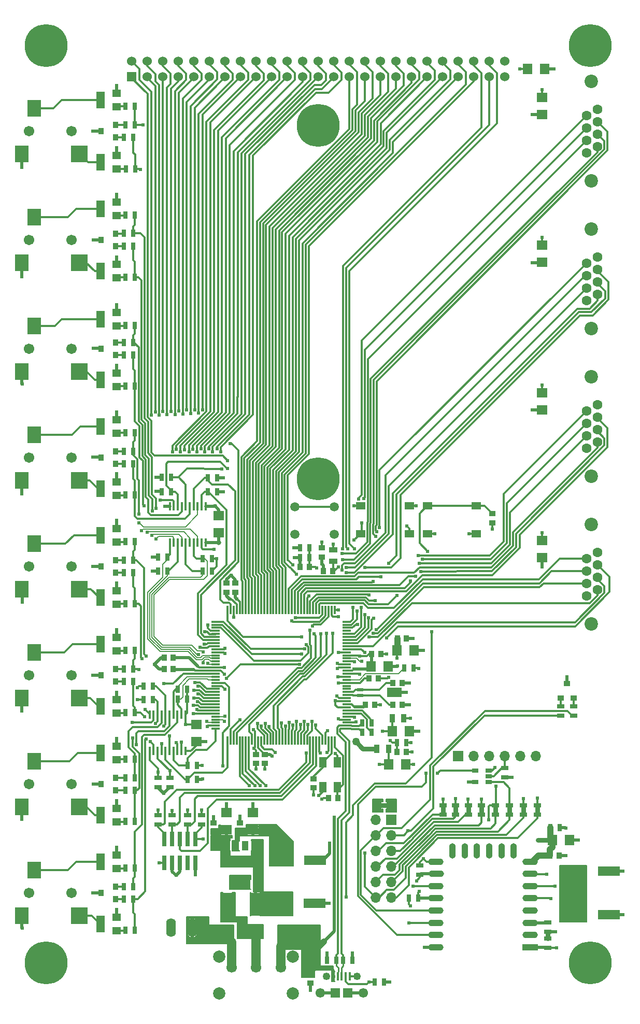
<source format=gtl>
G04 #@! TF.GenerationSoftware,KiCad,Pcbnew,(5.0.1)-4*
G04 #@! TF.CreationDate,2019-01-15T19:26:53-05:00*
G04 #@! TF.ProjectId,CA6,4341362E6B696361645F706362000000,rev?*
G04 #@! TF.SameCoordinates,Original*
G04 #@! TF.FileFunction,Copper,L1,Top,Mixed*
G04 #@! TF.FilePolarity,Positive*
%FSLAX46Y46*%
G04 Gerber Fmt 4.6, Leading zero omitted, Abs format (unit mm)*
G04 Created by KiCad (PCBNEW (5.0.1)-4) date 1/15/2019 7:26:53 PM*
%MOMM*%
%LPD*%
G01*
G04 APERTURE LIST*
G04 #@! TA.AperFunction,EtchedComponent*
%ADD10C,0.762000*%
G04 #@! TD*
G04 #@! TA.AperFunction,SMDPad,CuDef*
%ADD11R,1.550000X1.300000*%
G04 #@! TD*
G04 #@! TA.AperFunction,SMDPad,CuDef*
%ADD12R,0.635000X1.143000*%
G04 #@! TD*
G04 #@! TA.AperFunction,SMDPad,CuDef*
%ADD13R,2.500000X1.100000*%
G04 #@! TD*
G04 #@! TA.AperFunction,SMDPad,CuDef*
%ADD14O,2.500000X1.100000*%
G04 #@! TD*
G04 #@! TA.AperFunction,ConnectorPad*
%ADD15O,2.500000X1.100000*%
G04 #@! TD*
G04 #@! TA.AperFunction,SMDPad,CuDef*
%ADD16O,1.100000X2.500000*%
G04 #@! TD*
G04 #@! TA.AperFunction,SMDPad,CuDef*
%ADD17R,1.060000X0.650000*%
G04 #@! TD*
G04 #@! TA.AperFunction,SMDPad,CuDef*
%ADD18R,0.300000X1.450000*%
G04 #@! TD*
G04 #@! TA.AperFunction,SMDPad,CuDef*
%ADD19R,1.450000X0.300000*%
G04 #@! TD*
G04 #@! TA.AperFunction,WasherPad*
%ADD20C,7.000240*%
G04 #@! TD*
G04 #@! TA.AperFunction,ComponentPad*
%ADD21C,2.200000*%
G04 #@! TD*
G04 #@! TA.AperFunction,ComponentPad*
%ADD22C,1.600000*%
G04 #@! TD*
G04 #@! TA.AperFunction,ComponentPad*
%ADD23R,1.700000X1.700000*%
G04 #@! TD*
G04 #@! TA.AperFunction,ComponentPad*
%ADD24O,1.700000X1.700000*%
G04 #@! TD*
G04 #@! TA.AperFunction,ComponentPad*
%ADD25R,1.524000X1.524000*%
G04 #@! TD*
G04 #@! TA.AperFunction,ComponentPad*
%ADD26C,1.524000*%
G04 #@! TD*
G04 #@! TA.AperFunction,WasherPad*
%ADD27C,7.000000*%
G04 #@! TD*
G04 #@! TA.AperFunction,SMDPad,CuDef*
%ADD28R,2.400000X1.500000*%
G04 #@! TD*
G04 #@! TA.AperFunction,SMDPad,CuDef*
%ADD29R,1.100000X0.600000*%
G04 #@! TD*
G04 #@! TA.AperFunction,SMDPad,CuDef*
%ADD30R,1.193800X1.803400*%
G04 #@! TD*
G04 #@! TA.AperFunction,SMDPad,CuDef*
%ADD31R,3.300000X1.500000*%
G04 #@! TD*
G04 #@! TA.AperFunction,SMDPad,CuDef*
%ADD32R,1.000000X1.500000*%
G04 #@! TD*
G04 #@! TA.AperFunction,SMDPad,CuDef*
%ADD33R,1.143000X0.635000*%
G04 #@! TD*
G04 #@! TA.AperFunction,SMDPad,CuDef*
%ADD34R,1.400000X1.200000*%
G04 #@! TD*
G04 #@! TA.AperFunction,SMDPad,CuDef*
%ADD35R,1.400000X2.800000*%
G04 #@! TD*
G04 #@! TA.AperFunction,SMDPad,CuDef*
%ADD36R,0.760000X2.400000*%
G04 #@! TD*
G04 #@! TA.AperFunction,ComponentPad*
%ADD37O,1.574800X3.048000*%
G04 #@! TD*
G04 #@! TA.AperFunction,ComponentPad*
%ADD38O,1.600200X3.048000*%
G04 #@! TD*
G04 #@! TA.AperFunction,SMDPad,CuDef*
%ADD39R,1.500000X1.550000*%
G04 #@! TD*
G04 #@! TA.AperFunction,ComponentPad*
%ADD40C,1.550000*%
G04 #@! TD*
G04 #@! TA.AperFunction,SMDPad,CuDef*
%ADD41R,0.400000X1.350000*%
G04 #@! TD*
G04 #@! TA.AperFunction,ComponentPad*
%ADD42C,1.250000*%
G04 #@! TD*
G04 #@! TA.AperFunction,SMDPad,CuDef*
%ADD43R,0.889000X1.397000*%
G04 #@! TD*
G04 #@! TA.AperFunction,SMDPad,CuDef*
%ADD44R,1.397000X0.889000*%
G04 #@! TD*
G04 #@! TA.AperFunction,SMDPad,CuDef*
%ADD45R,1.397000X3.810000*%
G04 #@! TD*
G04 #@! TA.AperFunction,SMDPad,CuDef*
%ADD46R,1.000000X0.900000*%
G04 #@! TD*
G04 #@! TA.AperFunction,SMDPad,CuDef*
%ADD47R,2.209800X2.794000*%
G04 #@! TD*
G04 #@! TA.AperFunction,SMDPad,CuDef*
%ADD48R,2.794000X2.794000*%
G04 #@! TD*
G04 #@! TA.AperFunction,WasherPad*
%ADD49C,1.701800*%
G04 #@! TD*
G04 #@! TA.AperFunction,SMDPad,CuDef*
%ADD50R,1.600200X1.803400*%
G04 #@! TD*
G04 #@! TA.AperFunction,SMDPad,CuDef*
%ADD51R,0.899200X1.000800*%
G04 #@! TD*
G04 #@! TA.AperFunction,SMDPad,CuDef*
%ADD52R,1.000800X0.899200*%
G04 #@! TD*
G04 #@! TA.AperFunction,SMDPad,CuDef*
%ADD53R,1.803400X1.600200*%
G04 #@! TD*
G04 #@! TA.AperFunction,SMDPad,CuDef*
%ADD54R,3.599200X1.600200*%
G04 #@! TD*
G04 #@! TA.AperFunction,SMDPad,CuDef*
%ADD55R,0.450000X1.450000*%
G04 #@! TD*
G04 #@! TA.AperFunction,SMDPad,CuDef*
%ADD56R,0.900000X1.000000*%
G04 #@! TD*
G04 #@! TA.AperFunction,ComponentPad*
%ADD57C,1.500000*%
G04 #@! TD*
G04 #@! TA.AperFunction,ComponentPad*
%ADD58C,2.000000*%
G04 #@! TD*
G04 #@! TA.AperFunction,ComponentPad*
%ADD59C,1.700000*%
G04 #@! TD*
G04 #@! TA.AperFunction,ViaPad*
%ADD60C,0.609600*%
G04 #@! TD*
G04 #@! TA.AperFunction,ViaPad*
%ADD61C,1.270000*%
G04 #@! TD*
G04 #@! TA.AperFunction,ViaPad*
%ADD62C,0.812800*%
G04 #@! TD*
G04 #@! TA.AperFunction,Conductor*
%ADD63C,0.304800*%
G04 #@! TD*
G04 #@! TA.AperFunction,Conductor*
%ADD64C,0.152400*%
G04 #@! TD*
G04 #@! TA.AperFunction,Conductor*
%ADD65C,0.300000*%
G04 #@! TD*
G04 #@! TA.AperFunction,Conductor*
%ADD66C,0.254000*%
G04 #@! TD*
G04 #@! TA.AperFunction,Conductor*
%ADD67C,1.016000*%
G04 #@! TD*
G04 #@! TA.AperFunction,Conductor*
%ADD68C,0.508000*%
G04 #@! TD*
G04 #@! TA.AperFunction,Conductor*
%ADD69C,1.524000*%
G04 #@! TD*
G04 #@! TA.AperFunction,Conductor*
%ADD70C,0.762000*%
G04 #@! TD*
G04 APERTURE END LIST*
D10*
G04 #@! TO.C,JP6*
X86470000Y-155900000D02*
X87470000Y-155900000D01*
G04 #@! TO.C,JP7*
X96560000Y-157100000D02*
X96560000Y-156100000D01*
G04 #@! TO.C,JP2*
X98650000Y-156100000D02*
X98650000Y-157100000D01*
G04 #@! TO.C,JP8*
X100720000Y-157100000D02*
X100720000Y-156100000D01*
G04 #@! TO.C,JP9*
X105156000Y-157100000D02*
X105156000Y-156100000D01*
G04 #@! TO.C,JP3*
X102870000Y-156100000D02*
X102870000Y-157100000D01*
G04 #@! TO.C,JP4*
X107442000Y-157100000D02*
X107442000Y-156100000D01*
G04 #@! TO.C,JP10*
X109728000Y-157100000D02*
X109728000Y-156100000D01*
G04 #@! TO.C,JP5*
X112014000Y-156100000D02*
X112014000Y-157100000D01*
G04 #@! TD*
D11*
G04 #@! TO.P,SW3,2*
G04 #@! TO.N,GND*
X94064000Y-111470000D03*
G04 #@! TO.P,SW3,1*
G04 #@! TO.N,/M_RESET*
X94064000Y-106970000D03*
X102024000Y-106970000D03*
G04 #@! TO.P,SW3,2*
G04 #@! TO.N,GND*
X102024000Y-111470000D03*
G04 #@! TD*
D12*
G04 #@! TO.P,R26,1*
G04 #@! TO.N,/D-*
X83400900Y-142417800D03*
G04 #@! TO.P,R26,2*
G04 #@! TO.N,Net-(R26-Pad2)*
X84924900Y-142417800D03*
G04 #@! TD*
G04 #@! TO.P,R27,1*
G04 #@! TO.N,/D+*
X83413600Y-143979900D03*
G04 #@! TO.P,R27,2*
G04 #@! TO.N,Net-(R27-Pad2)*
X84937600Y-143979900D03*
G04 #@! TD*
D13*
G04 #@! TO.P,U4,1*
G04 #@! TO.N,/ESP_RESET*
X110809000Y-179070000D03*
D14*
G04 #@! TO.P,U4,2*
G04 #@! TO.N,N/C*
X110809000Y-177070000D03*
G04 #@! TO.P,U4,3*
G04 #@! TO.N,Net-(R64-Pad1)*
X110809000Y-175070000D03*
G04 #@! TO.P,U4,4*
G04 #@! TO.N,N/C*
X110809000Y-173070000D03*
G04 #@! TO.P,U4,5*
G04 #@! TO.N,/ESP_EXT1*
X110809000Y-171070000D03*
D15*
G04 #@! TO.P,U4,6*
G04 #@! TO.N,/ESP_EXT0*
X110809000Y-169070000D03*
D14*
G04 #@! TO.P,U4,7*
G04 #@! TO.N,/ESP_CTS*
X110809000Y-167070000D03*
G04 #@! TO.P,U4,8*
G04 #@! TO.N,/ESP_3V3*
X110809000Y-165070000D03*
G04 #@! TO.P,U4,9*
G04 #@! TO.N,GND*
X95409000Y-165070000D03*
G04 #@! TO.P,U4,10*
G04 #@! TO.N,/ESP_RTS*
X95509000Y-167070000D03*
G04 #@! TO.P,U4,11*
G04 #@! TO.N,Net-(R61-Pad2)*
X95409000Y-169070000D03*
G04 #@! TO.P,U4,12*
G04 #@! TO.N,/ESP_PROG*
X95409000Y-171070000D03*
G04 #@! TO.P,U4,13*
G04 #@! TO.N,/ESP_G_LED*
X95409000Y-173070000D03*
G04 #@! TO.P,U4,14*
G04 #@! TO.N,/ESP_R_LED*
X95409000Y-175070000D03*
G04 #@! TO.P,U4,15*
G04 #@! TO.N,Net-(U3-Pad4)*
X95409000Y-177070000D03*
G04 #@! TO.P,U4,16*
G04 #@! TO.N,/ESP_TX*
X95409000Y-179070000D03*
D16*
G04 #@! TO.P,U4,17*
G04 #@! TO.N,N/C*
X108119000Y-163370000D03*
G04 #@! TO.P,U4,18*
X106119000Y-163370000D03*
G04 #@! TO.P,U4,19*
X104119000Y-163370000D03*
G04 #@! TO.P,U4,20*
X102119000Y-163370000D03*
G04 #@! TO.P,U4,21*
X100119000Y-163370000D03*
G04 #@! TO.P,U4,22*
X98119000Y-163370000D03*
G04 #@! TD*
D17*
G04 #@! TO.P,U3,1*
G04 #@! TO.N,/CC_TX*
X104060000Y-152070000D03*
G04 #@! TO.P,U3,2*
G04 #@! TO.N,/FTDI_TX*
X104060000Y-151120000D03*
G04 #@! TO.P,U3,3*
G04 #@! TO.N,GND*
X104060000Y-150170000D03*
G04 #@! TO.P,U3,4*
G04 #@! TO.N,Net-(U3-Pad4)*
X101860000Y-150170000D03*
G04 #@! TO.P,U3,5*
G04 #@! TO.N,/ESP_3V3*
X101860000Y-152070000D03*
G04 #@! TD*
D18*
G04 #@! TO.P,U16,1*
G04 #@! TO.N,/CAM7S*
X61353700Y-145320000D03*
G04 #@! TO.P,U16,2*
G04 #@! TO.N,/AUX00_TX*
X61861700Y-145320000D03*
G04 #@! TO.P,U16,3*
G04 #@! TO.N,/MOD0p4_RX*
X62357000Y-145320000D03*
G04 #@! TO.P,U16,4*
G04 #@! TO.N,/MOD0p5_TX*
X62852300Y-145320000D03*
G04 #@! TO.P,U16,5*
G04 #@! TO.N,/CC_RX*
X63360300Y-145320000D03*
G04 #@! TO.P,U16,6*
G04 #@! TO.N,/CC_TX*
X63855600Y-145320000D03*
G04 #@! TO.P,U16,7*
G04 #@! TO.N,/CC_RTS*
X64350900Y-145320000D03*
G04 #@! TO.P,U16,8*
G04 #@! TO.N,/CC_CTS*
X64858900Y-145320000D03*
G04 #@! TO.P,U16,9*
G04 #@! TO.N,/MOD1p2_SDA*
X65354200Y-145320000D03*
G04 #@! TO.P,U16,10*
G04 #@! TO.N,/VDDOUT*
X65849500Y-145320000D03*
G04 #@! TO.P,U16,11*
G04 #@! TO.N,3V3*
X66357500Y-145320000D03*
G04 #@! TO.P,U16,12*
G04 #@! TO.N,GND*
X66852800Y-145320000D03*
G04 #@! TO.P,U16,13*
G04 #@! TO.N,/AUX14*
X67348100Y-145320000D03*
G04 #@! TO.P,U16,14*
G04 #@! TO.N,/AUX13*
X67856100Y-145320000D03*
G04 #@! TO.P,U16,15*
G04 #@! TO.N,/AUX12*
X68351400Y-145320000D03*
G04 #@! TO.P,U16,16*
G04 #@! TO.N,/AUX11*
X68846700Y-145320000D03*
G04 #@! TO.P,U16,17*
G04 #@! TO.N,/MOD1p5_TX*
X69354700Y-145320000D03*
G04 #@! TO.P,U16,18*
G04 #@! TO.N,/MOD1p4_RX*
X69850000Y-145320000D03*
G04 #@! TO.P,U16,19*
G04 #@! TO.N,/AUX10*
X70358000Y-145320000D03*
G04 #@! TO.P,U16,20*
G04 #@! TO.N,/AUX09*
X70853300Y-145320000D03*
G04 #@! TO.P,U16,21*
G04 #@! TO.N,/AUX08*
X71361300Y-145320000D03*
G04 #@! TO.P,U16,22*
G04 #@! TO.N,/AUX07*
X71856600Y-145320000D03*
G04 #@! TO.P,U16,23*
G04 #@! TO.N,/AUX06*
X72351900Y-145320000D03*
G04 #@! TO.P,U16,24*
G04 #@! TO.N,/AUX05*
X72859900Y-145320000D03*
G04 #@! TO.P,U16,25*
G04 #@! TO.N,/AUX04*
X73355200Y-145320000D03*
G04 #@! TO.P,U16,26*
G04 #@! TO.N,/AUX03*
X73850500Y-145320000D03*
G04 #@! TO.P,U16,27*
G04 #@! TO.N,/AUX01_RX*
X74358500Y-145320000D03*
G04 #@! TO.P,U16,28*
G04 #@! TO.N,/JTAG_TCK*
X74853800Y-145320000D03*
G04 #@! TO.P,U16,29*
G04 #@! TO.N,/JTAG_TDI*
X75349100Y-145320000D03*
G04 #@! TO.P,U16,30*
G04 #@! TO.N,/JTAG_TDO*
X75857100Y-145320000D03*
G04 #@! TO.P,U16,31*
G04 #@! TO.N,/JTAG_TMS*
X76352400Y-145320000D03*
G04 #@! TO.P,U16,32*
G04 #@! TO.N,/AUX02*
X76847700Y-145320000D03*
G04 #@! TO.P,U16,33*
G04 #@! TO.N,GND*
X77355700Y-145320000D03*
G04 #@! TO.P,U16,34*
G04 #@! TO.N,/VDDPLL*
X77851000Y-145320000D03*
G04 #@! TO.P,U16,35*
G04 #@! TO.N,Net-(C14-Pad1)*
X78346300Y-145320000D03*
G04 #@! TO.P,U16,36*
G04 #@! TO.N,Net-(C17-Pad1)*
X78854300Y-145320000D03*
D19*
G04 #@! TO.P,U16,66*
G04 #@! TO.N,/MOD1p3*
X80804000Y-128866900D03*
G04 #@! TO.P,U16,67*
G04 #@! TO.N,/MOD0p3*
X80804000Y-128371600D03*
G04 #@! TO.P,U16,68*
G04 #@! TO.N,/AUX47*
X80804000Y-127876300D03*
G04 #@! TO.P,U16,69*
G04 #@! TO.N,N/C*
X80804000Y-127368300D03*
G04 #@! TO.P,U16,70*
G04 #@! TO.N,/MOD1p1_SCL*
X80804000Y-126873000D03*
G04 #@! TO.P,U16,71*
G04 #@! TO.N,/AUX46*
X80804000Y-126377700D03*
G04 #@! TO.P,U16,72*
G04 #@! TO.N,/AUX45*
X80804000Y-125869700D03*
G04 #@! TO.P,U16,114*
G04 #@! TO.N,/CAM0F*
X59404000Y-128371600D03*
G04 #@! TO.P,U16,115*
G04 #@! TO.N,/CAM0S*
X59404000Y-128866900D03*
G04 #@! TO.P,U16,116*
G04 #@! TO.N,/AUX25*
X59404000Y-129374900D03*
G04 #@! TO.P,U16,117*
G04 #@! TO.N,/AUX24*
X59404000Y-129870200D03*
G04 #@! TO.P,U16,118*
G04 #@! TO.N,/CAM1F*
X59404000Y-130365500D03*
G04 #@! TO.P,U16,119*
G04 #@! TO.N,/CAM1S*
X59404000Y-130873500D03*
G04 #@! TO.P,U16,120*
G04 #@! TO.N,/CAM2F*
X59404000Y-131368800D03*
G04 #@! TO.P,U16,121*
G04 #@! TO.N,/CAM2S*
X59404000Y-131864100D03*
G04 #@! TO.P,U16,122*
G04 #@! TO.N,/CAM3F*
X59404000Y-132372100D03*
G04 #@! TO.P,U16,123*
G04 #@! TO.N,/CAM3S*
X59404000Y-132867400D03*
G04 #@! TO.P,U16,124*
G04 #@! TO.N,/VDDOUT*
X59404000Y-133362700D03*
G04 #@! TO.P,U16,125*
G04 #@! TO.N,3V3*
X59404000Y-133870700D03*
G04 #@! TO.P,U16,126*
G04 #@! TO.N,GND*
X59404000Y-134366000D03*
G04 #@! TO.P,U16,127*
G04 #@! TO.N,/CAM4F*
X59404000Y-134874000D03*
G04 #@! TO.P,U16,128*
G04 #@! TO.N,/CAM4S*
X59404000Y-135369300D03*
G04 #@! TO.P,U16,129*
G04 #@! TO.N,/UOTGID*
X59404000Y-135877300D03*
G04 #@! TO.P,U16,130*
G04 #@! TO.N,Net-(SW1-Pad2)*
X59404000Y-136372600D03*
G04 #@! TO.P,U16,131*
G04 #@! TO.N,/AUX23*
X59404000Y-136867900D03*
G04 #@! TO.P,U16,132*
G04 #@! TO.N,/AUX22*
X59404000Y-137375900D03*
G04 #@! TO.P,U16,133*
G04 #@! TO.N,/AUX21*
X59404000Y-137871200D03*
G04 #@! TO.P,U16,134*
G04 #@! TO.N,/AUX20*
X59404000Y-138366500D03*
G04 #@! TO.P,U16,135*
G04 #@! TO.N,/AUX19*
X59404000Y-138874500D03*
G04 #@! TO.P,U16,136*
G04 #@! TO.N,/AUX18*
X59404000Y-139369800D03*
G04 #@! TO.P,U16,137*
G04 #@! TO.N,/AUX17*
X59404000Y-139865100D03*
G04 #@! TO.P,U16,138*
G04 #@! TO.N,/AUX16*
X59404000Y-140373100D03*
G04 #@! TO.P,U16,139*
G04 #@! TO.N,/AUX15*
X59404000Y-140868400D03*
G04 #@! TO.P,U16,140*
G04 #@! TO.N,/CAM5F*
X59404000Y-141363700D03*
G04 #@! TO.P,U16,141*
G04 #@! TO.N,/CAM5S*
X59404000Y-141871700D03*
G04 #@! TO.P,U16,142*
G04 #@! TO.N,/CAM6F*
X59404000Y-142367000D03*
G04 #@! TO.P,U16,143*
G04 #@! TO.N,/CAM6S*
X59404000Y-142862300D03*
G04 #@! TO.P,U16,144*
G04 #@! TO.N,/CAM7F*
X59404000Y-143370300D03*
G04 #@! TO.P,U16,37*
G04 #@! TO.N,/D+*
X80804000Y-143370300D03*
G04 #@! TO.P,U16,38*
G04 #@! TO.N,/D-*
X80804000Y-142862300D03*
G04 #@! TO.P,U16,39*
G04 #@! TO.N,/VBUS*
X80804000Y-142367000D03*
G04 #@! TO.P,U16,40*
G04 #@! TO.N,Net-(C20-Pad1)*
X80804000Y-141871700D03*
G04 #@! TO.P,U16,41*
G04 #@! TO.N,Net-(C42-Pad1)*
X80804000Y-141363700D03*
G04 #@! TO.P,U16,42*
G04 #@! TO.N,Net-(R27-Pad2)*
X80804000Y-140868400D03*
G04 #@! TO.P,U16,43*
G04 #@! TO.N,Net-(R26-Pad2)*
X80804000Y-140373100D03*
G04 #@! TO.P,U16,44*
G04 #@! TO.N,GND*
X80804000Y-139865100D03*
G04 #@! TO.P,U16,45*
G04 #@! TO.N,/VDDOUT*
X80804000Y-139369800D03*
G04 #@! TO.P,U16,46*
G04 #@! TO.N,GND*
X80804000Y-138874500D03*
G04 #@! TO.P,U16,47*
G04 #@! TO.N,/M_RESET*
X80804000Y-138366500D03*
G04 #@! TO.P,U16,48*
G04 #@! TO.N,Net-(C25-Pad2)*
X80804000Y-137871200D03*
G04 #@! TO.P,U16,49*
G04 #@! TO.N,Net-(C24-Pad2)*
X80804000Y-137375900D03*
G04 #@! TO.P,U16,50*
G04 #@! TO.N,N/C*
X80804000Y-136867900D03*
G04 #@! TO.P,U16,51*
X80804000Y-136372600D03*
G04 #@! TO.P,U16,52*
G04 #@! TO.N,3V3*
X80804000Y-135877300D03*
G04 #@! TO.P,U16,53*
G04 #@! TO.N,Net-(R25-Pad2)*
X80804000Y-135369300D03*
G04 #@! TO.P,U16,54*
G04 #@! TO.N,GND*
X80804000Y-134874000D03*
G04 #@! TO.P,U16,55*
G04 #@! TO.N,/CC_EXT1*
X80804000Y-134366000D03*
G04 #@! TO.P,U16,56*
G04 #@! TO.N,/VDDOUT*
X80804000Y-133870700D03*
G04 #@! TO.P,U16,57*
G04 #@! TO.N,3V3*
X80804000Y-133362700D03*
G04 #@! TO.P,U16,58*
G04 #@! TO.N,GND*
X80804000Y-132867400D03*
G04 #@! TO.P,U16,59*
G04 #@! TO.N,/CC_EXT0*
X80804000Y-132372100D03*
G04 #@! TO.P,U16,60*
G04 #@! TO.N,/CC_RESET*
X80804000Y-131864100D03*
G04 #@! TO.P,U16,61*
G04 #@! TO.N,/VDDOUT*
X80804000Y-131368800D03*
G04 #@! TO.P,U16,62*
G04 #@! TO.N,3V3*
X80804000Y-130873500D03*
G04 #@! TO.P,U16,63*
G04 #@! TO.N,/CC_PROG*
X80804000Y-130365500D03*
G04 #@! TO.P,U16,64*
G04 #@! TO.N,/MOD3p3*
X80804000Y-129870200D03*
G04 #@! TO.P,U16,65*
G04 #@! TO.N,/MOD2p3*
X80804000Y-129374900D03*
D18*
G04 #@! TO.P,U16,78*
G04 #@! TO.N,/MOD3p0_AN0*
X76352400Y-123920000D03*
G04 #@! TO.P,U16,79*
G04 #@! TO.N,/MOD2p0_AN0*
X75857100Y-123920000D03*
G04 #@! TO.P,U16,80*
G04 #@! TO.N,/MOD1p0_AN0*
X75349100Y-123920000D03*
G04 #@! TO.P,U16,81*
G04 #@! TO.N,/MOD0p0_AN0*
X74853800Y-123920000D03*
G04 #@! TO.P,U16,82*
G04 #@! TO.N,/LV_DETECT*
X74358500Y-123920000D03*
G04 #@! TO.P,U16,83*
G04 #@! TO.N,/MOD2p1_AN1*
X73850500Y-123920000D03*
G04 #@! TO.P,U16,84*
G04 #@! TO.N,/MOD2p2_AN2*
X73355200Y-123920000D03*
G04 #@! TO.P,U16,85*
G04 #@! TO.N,/MOD2p4_AN3*
X72859900Y-123920000D03*
G04 #@! TO.P,U16,86*
G04 #@! TO.N,/MOD0p2_SDA*
X72351900Y-123920000D03*
G04 #@! TO.P,U16,87*
G04 #@! TO.N,/MOD0p1_SCL*
X71856600Y-123920000D03*
G04 #@! TO.P,U16,88*
G04 #@! TO.N,/MOD2p5_AN4*
X71361300Y-123920000D03*
G04 #@! TO.P,U16,89*
G04 #@! TO.N,/AUX42*
X70853300Y-123920000D03*
G04 #@! TO.P,U16,90*
G04 #@! TO.N,/AUX41*
X70358000Y-123920000D03*
G04 #@! TO.P,U16,91*
G04 #@! TO.N,/AUX40*
X69850000Y-123920000D03*
G04 #@! TO.P,U16,92*
G04 #@! TO.N,/AUX39*
X69354700Y-123920000D03*
G04 #@! TO.P,U16,93*
G04 #@! TO.N,/AUX38*
X68846700Y-123920000D03*
G04 #@! TO.P,U16,94*
G04 #@! TO.N,/AUX37*
X68351400Y-123920000D03*
G04 #@! TO.P,U16,95*
G04 #@! TO.N,/AUX36*
X67856100Y-123920000D03*
G04 #@! TO.P,U16,96*
G04 #@! TO.N,/AUX35*
X67348100Y-123920000D03*
G04 #@! TO.P,U16,97*
G04 #@! TO.N,/AUX34*
X66852800Y-123920000D03*
G04 #@! TO.P,U16,98*
G04 #@! TO.N,/AUX33*
X66357500Y-123920000D03*
G04 #@! TO.P,U16,99*
G04 #@! TO.N,/AUX32*
X65849500Y-123920000D03*
G04 #@! TO.P,U16,100*
G04 #@! TO.N,/AUX31*
X65354200Y-123920000D03*
G04 #@! TO.P,U16,101*
G04 #@! TO.N,/AUX30*
X64858900Y-123920000D03*
G04 #@! TO.P,U16,102*
G04 #@! TO.N,/AUX29*
X64350900Y-123920000D03*
G04 #@! TO.P,U16,103*
G04 #@! TO.N,/AUX28*
X63855600Y-123920000D03*
G04 #@! TO.P,U16,104*
G04 #@! TO.N,/VDDOUT*
X63360300Y-123920000D03*
G04 #@! TO.P,U16,105*
G04 #@! TO.N,3V3*
X62852300Y-123920000D03*
G04 #@! TO.P,U16,106*
G04 #@! TO.N,GND*
X62357000Y-123920000D03*
G04 #@! TO.P,U16,107*
G04 #@! TO.N,/BUTTON_0*
X61861700Y-123920000D03*
G04 #@! TO.P,U16,108*
G04 #@! TO.N,/MOD3p2_MISO*
X61353700Y-123920000D03*
G04 #@! TO.P,U16,73*
G04 #@! TO.N,Net-(C15-Pad1)*
X78854300Y-123920000D03*
G04 #@! TO.P,U16,74*
G04 #@! TO.N,GND*
X78346300Y-123920000D03*
G04 #@! TO.P,U16,75*
G04 #@! TO.N,3V3*
X77851000Y-123920000D03*
G04 #@! TO.P,U16,76*
G04 #@! TO.N,/AUX44*
X77355700Y-123920000D03*
G04 #@! TO.P,U16,77*
G04 #@! TO.N,/AUX43*
X76847700Y-123920000D03*
D19*
G04 #@! TO.P,U16,109*
G04 #@! TO.N,/MOD3p1_MOSI*
X59404000Y-125869700D03*
G04 #@! TO.P,U16,110*
G04 #@! TO.N,/MOD3p4_SCLK*
X59404000Y-126377700D03*
G04 #@! TO.P,U16,111*
G04 #@! TO.N,/MOD3p5_CS*
X59404000Y-126873000D03*
G04 #@! TO.P,U16,112*
G04 #@! TO.N,/AUX27*
X59404000Y-127368300D03*
G04 #@! TO.P,U16,113*
G04 #@! TO.N,/AUX26*
X59404000Y-127876300D03*
G04 #@! TD*
D20*
G04 #@! TO.P,BT1,*
G04 #@! TO.N,*
X76200000Y-102560000D03*
X76200000Y-44760000D03*
G04 #@! TD*
D12*
G04 #@! TO.P,VR2,1*
G04 #@! TO.N,/D-*
X79121000Y-181229000D03*
G04 #@! TO.P,VR2,2*
G04 #@! TO.N,GND*
X77597000Y-181229000D03*
G04 #@! TD*
G04 #@! TO.P,VR1,1*
G04 #@! TO.N,/D+*
X80264000Y-181229000D03*
G04 #@! TO.P,VR1,2*
G04 #@! TO.N,GND*
X81788000Y-181229000D03*
G04 #@! TD*
D21*
G04 #@! TO.P,J8,8*
G04 #@! TO.N,GND*
X120780000Y-126240000D03*
X120780000Y-109980000D03*
D22*
G04 #@! TO.P,J8,5*
G04 #@! TO.N,/MOD3p3*
X121800000Y-118610000D03*
G04 #@! TO.P,J8,3*
G04 #@! TO.N,/MOD3p1_MOSI*
X121800000Y-116580000D03*
G04 #@! TO.P,J8,6*
G04 #@! TO.N,/MOD3p4_SCLK*
X120020000Y-119640000D03*
G04 #@! TO.P,J8,4*
G04 #@! TO.N,/MOD3p2_MISO*
X120020000Y-117610000D03*
G04 #@! TO.P,J8,8*
G04 #@! TO.N,GND*
X120020000Y-121670000D03*
G04 #@! TO.P,J8,7*
G04 #@! TO.N,/MOD3p5_CS*
X121800000Y-120640000D03*
G04 #@! TO.P,J8,2*
G04 #@! TO.N,/MOD3p0_AN0*
X120020000Y-115580000D03*
G04 #@! TO.P,J8,1*
G04 #@! TO.N,3V3*
X121800000Y-114550000D03*
G04 #@! TD*
D21*
G04 #@! TO.P,J4,8*
G04 #@! TO.N,GND*
X120780000Y-102110000D03*
X120780000Y-85850000D03*
D22*
G04 #@! TO.P,J4,5*
G04 #@! TO.N,/MOD2p3*
X121800000Y-94480000D03*
G04 #@! TO.P,J4,3*
G04 #@! TO.N,/MOD2p1_AN1*
X121800000Y-92450000D03*
G04 #@! TO.P,J4,6*
G04 #@! TO.N,/MOD2p4_AN3*
X120020000Y-95510000D03*
G04 #@! TO.P,J4,4*
G04 #@! TO.N,/MOD2p2_AN2*
X120020000Y-93480000D03*
G04 #@! TO.P,J4,8*
G04 #@! TO.N,GND*
X120020000Y-97540000D03*
G04 #@! TO.P,J4,7*
G04 #@! TO.N,/MOD2p5_AN4*
X121800000Y-96510000D03*
G04 #@! TO.P,J4,2*
G04 #@! TO.N,/MOD2p0_AN0*
X120020000Y-91450000D03*
G04 #@! TO.P,J4,1*
G04 #@! TO.N,3V3*
X121800000Y-90420000D03*
G04 #@! TD*
D21*
G04 #@! TO.P,J5,8*
G04 #@! TO.N,GND*
X120780000Y-77980000D03*
X120780000Y-61720000D03*
D22*
G04 #@! TO.P,J5,5*
G04 #@! TO.N,/MOD1p3*
X121800000Y-70350000D03*
G04 #@! TO.P,J5,3*
G04 #@! TO.N,/MOD1p1_SCL*
X121800000Y-68320000D03*
G04 #@! TO.P,J5,6*
G04 #@! TO.N,/MOD1p4_RX*
X120020000Y-71380000D03*
G04 #@! TO.P,J5,4*
G04 #@! TO.N,/MOD1p2_SDA*
X120020000Y-69350000D03*
G04 #@! TO.P,J5,8*
G04 #@! TO.N,GND*
X120020000Y-73410000D03*
G04 #@! TO.P,J5,7*
G04 #@! TO.N,/MOD1p5_TX*
X121800000Y-72380000D03*
G04 #@! TO.P,J5,2*
G04 #@! TO.N,/MOD1p0_AN0*
X120020000Y-67320000D03*
G04 #@! TO.P,J5,1*
G04 #@! TO.N,3V3*
X121800000Y-66290000D03*
G04 #@! TD*
D21*
G04 #@! TO.P,J3,8*
G04 #@! TO.N,GND*
X120780000Y-53850000D03*
X120780000Y-37590000D03*
D22*
G04 #@! TO.P,J3,5*
G04 #@! TO.N,/MOD0p3*
X121800000Y-46220000D03*
G04 #@! TO.P,J3,3*
G04 #@! TO.N,/MOD0p1_SCL*
X121800000Y-44190000D03*
G04 #@! TO.P,J3,6*
G04 #@! TO.N,/MOD0p4_RX*
X120020000Y-47250000D03*
G04 #@! TO.P,J3,4*
G04 #@! TO.N,/MOD0p2_SDA*
X120020000Y-45220000D03*
G04 #@! TO.P,J3,8*
G04 #@! TO.N,GND*
X120020000Y-49280000D03*
G04 #@! TO.P,J3,7*
G04 #@! TO.N,/MOD0p5_TX*
X121800000Y-48250000D03*
G04 #@! TO.P,J3,2*
G04 #@! TO.N,/MOD0p0_AN0*
X120020000Y-43190000D03*
G04 #@! TO.P,J3,1*
G04 #@! TO.N,3V3*
X121800000Y-42160000D03*
G04 #@! TD*
D23*
G04 #@! TO.P,P2,1*
G04 #@! TO.N,GND*
X88138000Y-158242000D03*
D24*
G04 #@! TO.P,P2,2*
G04 #@! TO.N,3V3*
X85598000Y-158242000D03*
G04 #@! TO.P,P2,3*
G04 #@! TO.N,/ESP_R_LED*
X88138000Y-160782000D03*
G04 #@! TO.P,P2,4*
G04 #@! TO.N,/ESP_G_LED*
X85598000Y-160782000D03*
G04 #@! TO.P,P2,5*
G04 #@! TO.N,/CC_PROG*
X88138000Y-163322000D03*
G04 #@! TO.P,P2,6*
G04 #@! TO.N,/CC_RESET*
X85598000Y-163322000D03*
G04 #@! TO.P,P2,7*
G04 #@! TO.N,/CC_CTS*
X88138000Y-165862000D03*
G04 #@! TO.P,P2,8*
G04 #@! TO.N,/CC_RTS*
X85598000Y-165862000D03*
G04 #@! TO.P,P2,9*
G04 #@! TO.N,/CC_TX*
X88138000Y-168402000D03*
G04 #@! TO.P,P2,10*
G04 #@! TO.N,/CC_RX*
X85598000Y-168402000D03*
G04 #@! TO.P,P2,11*
G04 #@! TO.N,/CC_EXT0*
X88138000Y-170942000D03*
G04 #@! TO.P,P2,12*
G04 #@! TO.N,/CC_EXT1*
X85598000Y-170942000D03*
G04 #@! TD*
D25*
G04 #@! TO.P,J6,1*
G04 #@! TO.N,/AUX00_TX*
X45720000Y-36830000D03*
D26*
G04 #@! TO.P,J6,2*
G04 #@! TO.N,/AUX01_RX*
X45720000Y-34290000D03*
G04 #@! TO.P,J6,3*
G04 #@! TO.N,/AUX02*
X48260000Y-36830000D03*
G04 #@! TO.P,J6,4*
G04 #@! TO.N,/AUX03*
X48260000Y-34290000D03*
G04 #@! TO.P,J6,5*
G04 #@! TO.N,/AUX04*
X50800000Y-36830000D03*
G04 #@! TO.P,J6,6*
G04 #@! TO.N,/AUX05*
X50800000Y-34290000D03*
G04 #@! TO.P,J6,7*
G04 #@! TO.N,/AUX06*
X53340000Y-36830000D03*
G04 #@! TO.P,J6,8*
G04 #@! TO.N,/AUX07*
X53340000Y-34290000D03*
G04 #@! TO.P,J6,9*
G04 #@! TO.N,/AUX08*
X55880000Y-36830000D03*
G04 #@! TO.P,J6,10*
G04 #@! TO.N,/AUX09*
X55880000Y-34290000D03*
G04 #@! TO.P,J6,11*
G04 #@! TO.N,/AUX10*
X58420000Y-36830000D03*
G04 #@! TO.P,J6,12*
G04 #@! TO.N,/AUX11*
X58420000Y-34290000D03*
G04 #@! TO.P,J6,13*
G04 #@! TO.N,/AUX12*
X60960000Y-36830000D03*
G04 #@! TO.P,J6,14*
G04 #@! TO.N,/AUX13*
X60960000Y-34290000D03*
G04 #@! TO.P,J6,15*
G04 #@! TO.N,/AUX14*
X63500000Y-36830000D03*
G04 #@! TO.P,J6,16*
G04 #@! TO.N,/AUX15*
X63500000Y-34290000D03*
G04 #@! TO.P,J6,17*
G04 #@! TO.N,/AUX16*
X66040000Y-36830000D03*
G04 #@! TO.P,J6,18*
G04 #@! TO.N,/AUX17*
X66040000Y-34290000D03*
G04 #@! TO.P,J6,19*
G04 #@! TO.N,/AUX18*
X68580000Y-36830000D03*
G04 #@! TO.P,J6,20*
G04 #@! TO.N,/AUX19*
X68580000Y-34290000D03*
G04 #@! TO.P,J6,21*
G04 #@! TO.N,/AUX20*
X71120000Y-36830000D03*
G04 #@! TO.P,J6,22*
G04 #@! TO.N,/AUX21*
X71120000Y-34290000D03*
G04 #@! TO.P,J6,23*
G04 #@! TO.N,/AUX22*
X73660000Y-36830000D03*
G04 #@! TO.P,J6,24*
G04 #@! TO.N,/AUX23*
X73660000Y-34290000D03*
G04 #@! TO.P,J6,25*
G04 #@! TO.N,/AUX24*
X76200000Y-36830000D03*
G04 #@! TO.P,J6,26*
G04 #@! TO.N,/AUX25*
X76200000Y-34290000D03*
G04 #@! TO.P,J6,27*
G04 #@! TO.N,/AUX26*
X78740000Y-36830000D03*
G04 #@! TO.P,J6,28*
G04 #@! TO.N,/AUX27*
X78740000Y-34290000D03*
G04 #@! TO.P,J6,29*
G04 #@! TO.N,/AUX28*
X81280000Y-36830000D03*
G04 #@! TO.P,J6,30*
G04 #@! TO.N,/AUX29*
X81280000Y-34290000D03*
G04 #@! TO.P,J6,31*
G04 #@! TO.N,/AUX30*
X83820000Y-36830000D03*
G04 #@! TO.P,J6,32*
G04 #@! TO.N,/AUX31*
X83820000Y-34290000D03*
G04 #@! TO.P,J6,33*
G04 #@! TO.N,/AUX32*
X86360000Y-36830000D03*
G04 #@! TO.P,J6,34*
G04 #@! TO.N,/AUX33*
X86360000Y-34290000D03*
G04 #@! TO.P,J6,35*
G04 #@! TO.N,/AUX34*
X88900000Y-36830000D03*
G04 #@! TO.P,J6,36*
G04 #@! TO.N,/AUX35*
X88900000Y-34290000D03*
G04 #@! TO.P,J6,37*
G04 #@! TO.N,/AUX36*
X91440000Y-36830000D03*
G04 #@! TO.P,J6,38*
G04 #@! TO.N,/AUX37*
X91440000Y-34290000D03*
G04 #@! TO.P,J6,39*
G04 #@! TO.N,/AUX38*
X93980000Y-36830000D03*
G04 #@! TO.P,J6,40*
G04 #@! TO.N,/AUX39*
X93980000Y-34290000D03*
G04 #@! TO.P,J6,41*
G04 #@! TO.N,/AUX40*
X96520000Y-36830000D03*
G04 #@! TO.P,J6,42*
G04 #@! TO.N,/AUX41*
X96520000Y-34290000D03*
G04 #@! TO.P,J6,43*
G04 #@! TO.N,/AUX42*
X99060000Y-36830000D03*
G04 #@! TO.P,J6,44*
G04 #@! TO.N,/AUX43*
X99060000Y-34290000D03*
G04 #@! TO.P,J6,45*
G04 #@! TO.N,/AUX44*
X101600000Y-36830000D03*
G04 #@! TO.P,J6,46*
G04 #@! TO.N,/AUX45*
X101600000Y-34290000D03*
G04 #@! TO.P,J6,47*
G04 #@! TO.N,/AUX46*
X104140000Y-36830000D03*
G04 #@! TO.P,J6,48*
G04 #@! TO.N,/AUX47*
X104140000Y-34290000D03*
G04 #@! TO.P,J6,49*
G04 #@! TO.N,GND*
X106680000Y-36830000D03*
G04 #@! TO.P,J6,50*
G04 #@! TO.N,3V3*
X106680000Y-34290000D03*
G04 #@! TD*
D27*
G04 #@! TO.P,X4,*
G04 #@! TO.N,*
X120650000Y-181610000D03*
G04 #@! TD*
D12*
G04 #@! TO.P,R8,1*
G04 #@! TO.N,/CAM7S*
X54864000Y-151638000D03*
G04 #@! TO.P,R8,2*
G04 #@! TO.N,GND*
X56388000Y-151638000D03*
G04 #@! TD*
G04 #@! TO.P,R7,1*
G04 #@! TO.N,/CAM4F*
X53208000Y-136920000D03*
G04 #@! TO.P,R7,2*
G04 #@! TO.N,GND*
X54732000Y-136920000D03*
G04 #@! TD*
G04 #@! TO.P,R6,1*
G04 #@! TO.N,/CAM3S*
X57338000Y-117580000D03*
G04 #@! TO.P,R6,2*
G04 #@! TO.N,GND*
X58862000Y-117580000D03*
G04 #@! TD*
G04 #@! TO.P,R5,1*
G04 #@! TO.N,/CAM0F*
X58166000Y-102362000D03*
G04 #@! TO.P,R5,2*
G04 #@! TO.N,GND*
X59690000Y-102362000D03*
G04 #@! TD*
G04 #@! TO.P,R4,1*
G04 #@! TO.N,/CAM7F*
X54864000Y-149352000D03*
G04 #@! TO.P,R4,2*
G04 #@! TO.N,GND*
X56388000Y-149352000D03*
G04 #@! TD*
G04 #@! TO.P,R3,1*
G04 #@! TO.N,/CAM4S*
X53208000Y-138480000D03*
G04 #@! TO.P,R3,2*
G04 #@! TO.N,GND*
X54732000Y-138480000D03*
G04 #@! TD*
G04 #@! TO.P,R2,1*
G04 #@! TO.N,/CAM3F*
X57328000Y-115570000D03*
G04 #@! TO.P,R2,2*
G04 #@! TO.N,GND*
X58852000Y-115570000D03*
G04 #@! TD*
G04 #@! TO.P,R1,1*
G04 #@! TO.N,/CAM0S*
X58166000Y-104648000D03*
G04 #@! TO.P,R1,2*
G04 #@! TO.N,GND*
X59690000Y-104648000D03*
G04 #@! TD*
D28*
G04 #@! TO.P,X8,2*
G04 #@! TO.N,GND*
X88610000Y-137450000D03*
D29*
G04 #@! TO.P,X8,3*
G04 #@! TO.N,Net-(C25-Pad2)*
X83060000Y-137900000D03*
G04 #@! TO.P,X8,1*
G04 #@! TO.N,Net-(C24-Pad2)*
X83060000Y-137000000D03*
G04 #@! TD*
D30*
G04 #@! TO.P,X7,1*
G04 #@! TO.N,Net-(C14-Pad1)*
X76911200Y-148844000D03*
G04 #@! TO.P,X7,2*
G04 #@! TO.N,GND*
X76911200Y-152908000D03*
G04 #@! TO.P,X7,3*
G04 #@! TO.N,Net-(C17-Pad1)*
X79298800Y-152908000D03*
G04 #@! TO.P,X7,4*
G04 #@! TO.N,GND*
X79298800Y-148844000D03*
G04 #@! TD*
D27*
G04 #@! TO.P,X3,*
G04 #@! TO.N,*
X31750000Y-181610000D03*
G04 #@! TD*
G04 #@! TO.P,X2,*
G04 #@! TO.N,*
X120650000Y-31750000D03*
G04 #@! TD*
G04 #@! TO.P,X1,*
G04 #@! TO.N,*
X31750000Y-31750000D03*
G04 #@! TD*
D12*
G04 #@! TO.P,VR3,1*
G04 #@! TO.N,/UOTGID*
X85407500Y-184746900D03*
G04 #@! TO.P,VR3,2*
G04 #@! TO.N,GND*
X86931500Y-184746900D03*
G04 #@! TD*
D31*
G04 #@! TO.P,U12,5*
G04 #@! TO.N,GND*
X63500000Y-168758000D03*
D32*
G04 #@! TO.P,U12,1*
G04 #@! TO.N,5V*
X65750000Y-162458000D03*
G04 #@! TO.P,U12,2*
G04 #@! TO.N,N/C*
X64250000Y-162458000D03*
G04 #@! TO.P,U12,3*
G04 #@! TO.N,3V3*
X62750000Y-162458000D03*
G04 #@! TO.P,U12,4*
G04 #@! TO.N,5V*
X61250000Y-162458000D03*
G04 #@! TD*
D33*
G04 #@! TO.P,R30,1*
G04 #@! TO.N,/ESP_R_LED*
X115760500Y-141224000D03*
G04 #@! TO.P,R30,2*
G04 #@! TO.N,Net-(D1-Pad1)*
X115760500Y-139700000D03*
G04 #@! TD*
D12*
G04 #@! TO.P,R29,1*
G04 #@! TO.N,/LV_DETECT*
X74732000Y-113830000D03*
G04 #@! TO.P,R29,2*
G04 #@! TO.N,5V*
X73208000Y-113830000D03*
G04 #@! TD*
G04 #@! TO.P,R28,1*
G04 #@! TO.N,Net-(C20-Pad1)*
X89027000Y-145669000D03*
G04 #@! TO.P,R28,2*
G04 #@! TO.N,GND*
X90551000Y-145669000D03*
G04 #@! TD*
G04 #@! TO.P,R25,1*
G04 #@! TO.N,3V3*
X91744800Y-133477000D03*
G04 #@! TO.P,R25,2*
G04 #@! TO.N,Net-(R25-Pad2)*
X90220800Y-133477000D03*
G04 #@! TD*
D33*
G04 #@! TO.P,R22,1*
G04 #@! TO.N,/ESP_G_LED*
X117919500Y-141224000D03*
G04 #@! TO.P,R22,2*
G04 #@! TO.N,Net-(D1-Pad2)*
X117919500Y-139700000D03*
G04 #@! TD*
D12*
G04 #@! TO.P,R21,1*
G04 #@! TO.N,/LV_DETECT*
X74752000Y-115400000D03*
G04 #@! TO.P,R21,2*
G04 #@! TO.N,GND*
X73228000Y-115400000D03*
G04 #@! TD*
D33*
G04 #@! TO.P,R20,1*
G04 #@! TO.N,3V3*
X57150000Y-157480000D03*
G04 #@! TO.P,R20,2*
G04 #@! TO.N,/M_RESET*
X57150000Y-159004000D03*
G04 #@! TD*
G04 #@! TO.P,R19,1*
G04 #@! TO.N,3V3*
X54864000Y-157480000D03*
G04 #@! TO.P,R19,2*
G04 #@! TO.N,/JTAG_TDI*
X54864000Y-159004000D03*
G04 #@! TD*
G04 #@! TO.P,R18,1*
G04 #@! TO.N,3V3*
X52324000Y-157480000D03*
G04 #@! TO.P,R18,2*
G04 #@! TO.N,/JTAG_TCK*
X52324000Y-159004000D03*
G04 #@! TD*
G04 #@! TO.P,R17,1*
G04 #@! TO.N,3V3*
X50038000Y-157480000D03*
G04 #@! TO.P,R17,2*
G04 #@! TO.N,/JTAG_TMS*
X50038000Y-159004000D03*
G04 #@! TD*
D34*
G04 #@! TO.P,Q16,1*
G04 #@! TO.N,Net-(Q16-Pad1)*
X43240000Y-166200000D03*
G04 #@! TO.P,Q16,2*
G04 #@! TO.N,GND*
X43240000Y-164000000D03*
D35*
G04 #@! TO.P,Q16,3*
G04 #@! TO.N,Net-(CAM7-Pad1)*
X40640000Y-165100000D03*
G04 #@! TD*
D34*
G04 #@! TO.P,Q15,1*
G04 #@! TO.N,Net-(Q15-Pad1)*
X43240000Y-148420000D03*
G04 #@! TO.P,Q15,2*
G04 #@! TO.N,GND*
X43240000Y-146220000D03*
D35*
G04 #@! TO.P,Q15,3*
G04 #@! TO.N,Net-(CAM6-Pad1)*
X40640000Y-147320000D03*
G04 #@! TD*
D34*
G04 #@! TO.P,Q14,1*
G04 #@! TO.N,Net-(Q14-Pad1)*
X43240000Y-130640000D03*
G04 #@! TO.P,Q14,2*
G04 #@! TO.N,GND*
X43240000Y-128440000D03*
D35*
G04 #@! TO.P,Q14,3*
G04 #@! TO.N,Net-(CAM5-Pad1)*
X40640000Y-129540000D03*
G04 #@! TD*
D34*
G04 #@! TO.P,Q13,1*
G04 #@! TO.N,Net-(Q13-Pad1)*
X43240000Y-112860000D03*
G04 #@! TO.P,Q13,2*
G04 #@! TO.N,GND*
X43240000Y-110660000D03*
D35*
G04 #@! TO.P,Q13,3*
G04 #@! TO.N,Net-(CAM4-Pad1)*
X40640000Y-111760000D03*
G04 #@! TD*
D34*
G04 #@! TO.P,Q12,1*
G04 #@! TO.N,Net-(Q12-Pad1)*
X43240000Y-95080000D03*
G04 #@! TO.P,Q12,2*
G04 #@! TO.N,GND*
X43240000Y-92880000D03*
D35*
G04 #@! TO.P,Q12,3*
G04 #@! TO.N,Net-(CAM3-Pad1)*
X40640000Y-93980000D03*
G04 #@! TD*
D34*
G04 #@! TO.P,Q11,1*
G04 #@! TO.N,Net-(Q11-Pad1)*
X43240000Y-77554000D03*
G04 #@! TO.P,Q11,2*
G04 #@! TO.N,GND*
X43240000Y-75354000D03*
D35*
G04 #@! TO.P,Q11,3*
G04 #@! TO.N,Net-(CAM2-Pad1)*
X40640000Y-76454000D03*
G04 #@! TD*
D34*
G04 #@! TO.P,Q10,1*
G04 #@! TO.N,Net-(Q10-Pad1)*
X43240000Y-59520000D03*
G04 #@! TO.P,Q10,2*
G04 #@! TO.N,GND*
X43240000Y-57320000D03*
D35*
G04 #@! TO.P,Q10,3*
G04 #@! TO.N,Net-(CAM1-Pad1)*
X40640000Y-58420000D03*
G04 #@! TD*
D34*
G04 #@! TO.P,Q9,1*
G04 #@! TO.N,Net-(Q9-Pad1)*
X43240000Y-41740000D03*
G04 #@! TO.P,Q9,2*
G04 #@! TO.N,GND*
X43240000Y-39540000D03*
D35*
G04 #@! TO.P,Q9,3*
G04 #@! TO.N,Net-(CAM0-Pad1)*
X40640000Y-40640000D03*
G04 #@! TD*
D34*
G04 #@! TO.P,Q8,1*
G04 #@! TO.N,Net-(Q8-Pad1)*
X43240000Y-176360000D03*
G04 #@! TO.P,Q8,2*
G04 #@! TO.N,GND*
X43240000Y-174160000D03*
D35*
G04 #@! TO.P,Q8,3*
G04 #@! TO.N,Net-(CAM7-Pad2)*
X40640000Y-175260000D03*
G04 #@! TD*
D34*
G04 #@! TO.P,Q7,1*
G04 #@! TO.N,Net-(Q7-Pad1)*
X43240000Y-158580000D03*
G04 #@! TO.P,Q7,2*
G04 #@! TO.N,GND*
X43240000Y-156380000D03*
D35*
G04 #@! TO.P,Q7,3*
G04 #@! TO.N,Net-(CAM6-Pad2)*
X40640000Y-157480000D03*
G04 #@! TD*
D34*
G04 #@! TO.P,Q6,1*
G04 #@! TO.N,Net-(Q6-Pad1)*
X43240000Y-140800000D03*
G04 #@! TO.P,Q6,2*
G04 #@! TO.N,GND*
X43240000Y-138600000D03*
D35*
G04 #@! TO.P,Q6,3*
G04 #@! TO.N,Net-(CAM5-Pad2)*
X40640000Y-139700000D03*
G04 #@! TD*
D34*
G04 #@! TO.P,Q5,1*
G04 #@! TO.N,Net-(Q5-Pad1)*
X43240000Y-123020000D03*
G04 #@! TO.P,Q5,2*
G04 #@! TO.N,GND*
X43240000Y-120820000D03*
D35*
G04 #@! TO.P,Q5,3*
G04 #@! TO.N,Net-(CAM4-Pad2)*
X40640000Y-121920000D03*
G04 #@! TD*
D34*
G04 #@! TO.P,Q4,1*
G04 #@! TO.N,Net-(Q4-Pad1)*
X43240000Y-105240000D03*
G04 #@! TO.P,Q4,2*
G04 #@! TO.N,GND*
X43240000Y-103040000D03*
D35*
G04 #@! TO.P,Q4,3*
G04 #@! TO.N,Net-(CAM3-Pad2)*
X40640000Y-104140000D03*
G04 #@! TD*
D34*
G04 #@! TO.P,Q3,1*
G04 #@! TO.N,Net-(Q3-Pad1)*
X43240000Y-87460000D03*
G04 #@! TO.P,Q3,2*
G04 #@! TO.N,GND*
X43240000Y-85260000D03*
D35*
G04 #@! TO.P,Q3,3*
G04 #@! TO.N,Net-(CAM2-Pad2)*
X40640000Y-86360000D03*
G04 #@! TD*
D34*
G04 #@! TO.P,Q2,1*
G04 #@! TO.N,Net-(Q2-Pad1)*
X43240000Y-69680000D03*
G04 #@! TO.P,Q2,2*
G04 #@! TO.N,GND*
X43240000Y-67480000D03*
D35*
G04 #@! TO.P,Q2,3*
G04 #@! TO.N,Net-(CAM1-Pad2)*
X40640000Y-68580000D03*
G04 #@! TD*
D34*
G04 #@! TO.P,Q1,1*
G04 #@! TO.N,Net-(Q1-Pad1)*
X43240000Y-51900000D03*
G04 #@! TO.P,Q1,2*
G04 #@! TO.N,GND*
X43240000Y-49700000D03*
D35*
G04 #@! TO.P,Q1,3*
G04 #@! TO.N,Net-(CAM0-Pad2)*
X40640000Y-50800000D03*
G04 #@! TD*
D36*
G04 #@! TO.P,P1,1*
G04 #@! TO.N,3V3*
X51054000Y-165272000D03*
G04 #@! TO.P,P1,2*
G04 #@! TO.N,/JTAG_TMS*
X51054000Y-161372000D03*
G04 #@! TO.P,P1,3*
G04 #@! TO.N,GND*
X52324000Y-165272000D03*
G04 #@! TO.P,P1,4*
G04 #@! TO.N,/JTAG_TCK*
X52324000Y-161372000D03*
G04 #@! TO.P,P1,5*
G04 #@! TO.N,GND*
X53594000Y-165272000D03*
G04 #@! TO.P,P1,6*
G04 #@! TO.N,/JTAG_TDO*
X53594000Y-161372000D03*
G04 #@! TO.P,P1,7*
G04 #@! TO.N,N/C*
X54864000Y-165272000D03*
G04 #@! TO.P,P1,8*
G04 #@! TO.N,/JTAG_TDI*
X54864000Y-161372000D03*
G04 #@! TO.P,P1,9*
G04 #@! TO.N,GND*
X56134000Y-165272000D03*
G04 #@! TO.P,P1,10*
G04 #@! TO.N,/M_RESET*
X56134000Y-161372000D03*
G04 #@! TD*
D37*
G04 #@! TO.P,J2,1*
G04 #@! TO.N,GND*
X52098000Y-175895000D03*
D38*
G04 #@! TO.P,J2,2*
G04 #@! TO.N,Net-(J2-Pad2)*
X55598000Y-175895000D03*
G04 #@! TD*
D39*
G04 #@! TO.P,J1,5*
G04 #@! TO.N,GND*
X81010000Y-186510000D03*
X79010000Y-186510000D03*
D40*
X76510000Y-186510000D03*
D41*
G04 #@! TO.P,J1,2*
G04 #@! TO.N,/D-*
X79360000Y-183835000D03*
G04 #@! TO.P,J1,1*
G04 #@! TO.N,/VBUS*
X78710000Y-183835000D03*
G04 #@! TO.P,J1,3*
G04 #@! TO.N,/D+*
X80010000Y-183835000D03*
G04 #@! TO.P,J1,4*
G04 #@! TO.N,/UOTGID*
X80660000Y-183835000D03*
G04 #@! TO.P,J1,5*
G04 #@! TO.N,GND*
X81310000Y-183835000D03*
D42*
X82510000Y-183835000D03*
X77510000Y-183835000D03*
D40*
X83510000Y-186510000D03*
G04 #@! TD*
D43*
G04 #@! TO.P,FB3,1*
G04 #@! TO.N,Net-(C42-Pad1)*
X88265000Y-141668500D03*
G04 #@! TO.P,FB3,2*
G04 #@! TO.N,3V3*
X90170000Y-141668500D03*
G04 #@! TD*
G04 #@! TO.P,FB2,1*
G04 #@! TO.N,/VDDPLL*
X87655400Y-146608800D03*
G04 #@! TO.P,FB2,2*
G04 #@! TO.N,/VDDOUT*
X85750400Y-146608800D03*
G04 #@! TD*
D44*
G04 #@! TO.P,FB1,1*
G04 #@! TO.N,Net-(C15-Pad1)*
X78650000Y-116032500D03*
G04 #@! TO.P,FB1,2*
G04 #@! TO.N,3V3*
X78650000Y-114127500D03*
G04 #@! TD*
D45*
G04 #@! TO.P,F1,1*
G04 #@! TO.N,5V*
X65916000Y-172020000D03*
G04 #@! TO.P,F1,2*
G04 #@! TO.N,Net-(F1-Pad2)*
X61344000Y-172020000D03*
G04 #@! TD*
D46*
G04 #@! TO.P,D1,1*
G04 #@! TO.N,Net-(D1-Pad1)*
X115790000Y-138360000D03*
G04 #@! TO.P,D1,2*
G04 #@! TO.N,Net-(D1-Pad2)*
X117890000Y-138360000D03*
G04 #@! TO.P,D1,3*
G04 #@! TO.N,GND*
X116840000Y-135960000D03*
G04 #@! TD*
D47*
G04 #@! TO.P,CAM7,1*
G04 #@! TO.N,Net-(CAM7-Pad1)*
X29794200Y-166471600D03*
D48*
G04 #@! TO.P,CAM7,2*
G04 #@! TO.N,Net-(CAM7-Pad2)*
X37185600Y-173888400D03*
D47*
G04 #@! TO.P,CAM7,3*
G04 #@! TO.N,GND*
X27787600Y-173888400D03*
D49*
G04 #@! TO.P,CAM7,*
G04 #@! TO.N,*
X35915600Y-170180000D03*
X28905200Y-170180000D03*
G04 #@! TD*
D47*
G04 #@! TO.P,CAM6,1*
G04 #@! TO.N,Net-(CAM6-Pad1)*
X29794200Y-148691600D03*
D48*
G04 #@! TO.P,CAM6,2*
G04 #@! TO.N,Net-(CAM6-Pad2)*
X37185600Y-156108400D03*
D47*
G04 #@! TO.P,CAM6,3*
G04 #@! TO.N,GND*
X27787600Y-156108400D03*
D49*
G04 #@! TO.P,CAM6,*
G04 #@! TO.N,*
X35915600Y-152400000D03*
X28905200Y-152400000D03*
G04 #@! TD*
D47*
G04 #@! TO.P,CAM5,1*
G04 #@! TO.N,Net-(CAM5-Pad1)*
X29794200Y-130911600D03*
D48*
G04 #@! TO.P,CAM5,2*
G04 #@! TO.N,Net-(CAM5-Pad2)*
X37185600Y-138328400D03*
D47*
G04 #@! TO.P,CAM5,3*
G04 #@! TO.N,GND*
X27787600Y-138328400D03*
D49*
G04 #@! TO.P,CAM5,*
G04 #@! TO.N,*
X35915600Y-134620000D03*
X28905200Y-134620000D03*
G04 #@! TD*
D47*
G04 #@! TO.P,CAM4,1*
G04 #@! TO.N,Net-(CAM4-Pad1)*
X29794200Y-113131600D03*
D48*
G04 #@! TO.P,CAM4,2*
G04 #@! TO.N,Net-(CAM4-Pad2)*
X37185600Y-120548400D03*
D47*
G04 #@! TO.P,CAM4,3*
G04 #@! TO.N,GND*
X27787600Y-120548400D03*
D49*
G04 #@! TO.P,CAM4,*
G04 #@! TO.N,*
X35915600Y-116840000D03*
X28905200Y-116840000D03*
G04 #@! TD*
D47*
G04 #@! TO.P,CAM3,1*
G04 #@! TO.N,Net-(CAM3-Pad1)*
X29794200Y-95351600D03*
D48*
G04 #@! TO.P,CAM3,2*
G04 #@! TO.N,Net-(CAM3-Pad2)*
X37185600Y-102768400D03*
D47*
G04 #@! TO.P,CAM3,3*
G04 #@! TO.N,GND*
X27787600Y-102768400D03*
D49*
G04 #@! TO.P,CAM3,*
G04 #@! TO.N,*
X35915600Y-99060000D03*
X28905200Y-99060000D03*
G04 #@! TD*
D47*
G04 #@! TO.P,CAM2,1*
G04 #@! TO.N,Net-(CAM2-Pad1)*
X29794200Y-77571600D03*
D48*
G04 #@! TO.P,CAM2,2*
G04 #@! TO.N,Net-(CAM2-Pad2)*
X37185600Y-84988400D03*
D47*
G04 #@! TO.P,CAM2,3*
G04 #@! TO.N,GND*
X27787600Y-84988400D03*
D49*
G04 #@! TO.P,CAM2,*
G04 #@! TO.N,*
X35915600Y-81280000D03*
X28905200Y-81280000D03*
G04 #@! TD*
D47*
G04 #@! TO.P,CAM1,1*
G04 #@! TO.N,Net-(CAM1-Pad1)*
X29794200Y-59791600D03*
D48*
G04 #@! TO.P,CAM1,2*
G04 #@! TO.N,Net-(CAM1-Pad2)*
X37185600Y-67208400D03*
D47*
G04 #@! TO.P,CAM1,3*
G04 #@! TO.N,GND*
X27787600Y-67208400D03*
D49*
G04 #@! TO.P,CAM1,*
G04 #@! TO.N,*
X35915600Y-63500000D03*
X28905200Y-63500000D03*
G04 #@! TD*
D47*
G04 #@! TO.P,CAM0,1*
G04 #@! TO.N,Net-(CAM0-Pad1)*
X29794200Y-42011600D03*
D48*
G04 #@! TO.P,CAM0,2*
G04 #@! TO.N,Net-(CAM0-Pad2)*
X37185600Y-49428400D03*
D47*
G04 #@! TO.P,CAM0,3*
G04 #@! TO.N,GND*
X27787600Y-49428400D03*
D49*
G04 #@! TO.P,CAM0,*
G04 #@! TO.N,*
X35915600Y-45720000D03*
X28905200Y-45720000D03*
G04 #@! TD*
D50*
G04 #@! TO.P,C42,1*
G04 #@! TO.N,Net-(C42-Pad1)*
X88265000Y-143764000D03*
G04 #@! TO.P,C42,2*
G04 #@! TO.N,GND*
X91059000Y-143764000D03*
G04 #@! TD*
D51*
G04 #@! TO.P,C41,1*
G04 #@! TO.N,GND*
X85391800Y-139480000D03*
G04 #@! TO.P,C41,2*
G04 #@! TO.N,/VDDOUT*
X83888200Y-139480000D03*
G04 #@! TD*
G04 #@! TO.P,C40,1*
G04 #@! TO.N,GND*
X86401800Y-131190000D03*
G04 #@! TO.P,C40,2*
G04 #@! TO.N,/VDDOUT*
X84898200Y-131190000D03*
G04 #@! TD*
D52*
G04 #@! TO.P,C39,1*
G04 #@! TO.N,/VDDOUT*
X62670000Y-121091800D03*
G04 #@! TO.P,C39,2*
G04 #@! TO.N,GND*
X62670000Y-119588200D03*
G04 #@! TD*
D51*
G04 #@! TO.P,C38,1*
G04 #@! TO.N,/VDDOUT*
X52501800Y-131723000D03*
G04 #@! TO.P,C38,2*
G04 #@! TO.N,GND*
X50998200Y-131723000D03*
G04 #@! TD*
D53*
G04 #@! TO.P,C37,1*
G04 #@! TO.N,GND*
X112776000Y-91313000D03*
G04 #@! TO.P,C37,2*
G04 #@! TO.N,3V3*
X112776000Y-88519000D03*
G04 #@! TD*
D50*
G04 #@! TO.P,C33,1*
G04 #@! TO.N,GND*
X113157000Y-35560000D03*
G04 #@! TO.P,C33,2*
G04 #@! TO.N,3V3*
X110363000Y-35560000D03*
G04 #@! TD*
D53*
G04 #@! TO.P,C32,1*
G04 #@! TO.N,GND*
X112776000Y-67183000D03*
G04 #@! TO.P,C32,2*
G04 #@! TO.N,3V3*
X112776000Y-64389000D03*
G04 #@! TD*
G04 #@! TO.P,C31,1*
G04 #@! TO.N,GND*
X112776000Y-115443000D03*
G04 #@! TO.P,C31,2*
G04 #@! TO.N,3V3*
X112776000Y-112649000D03*
G04 #@! TD*
G04 #@! TO.P,C30,1*
G04 #@! TO.N,GND*
X112776000Y-43053000D03*
G04 #@! TO.P,C30,2*
G04 #@! TO.N,3V3*
X112776000Y-40259000D03*
G04 #@! TD*
D52*
G04 #@! TO.P,C29,1*
G04 #@! TO.N,/M_RESET*
X104648000Y-108204000D03*
G04 #@! TO.P,C29,2*
G04 #@! TO.N,3V3*
X104648000Y-109707600D03*
G04 #@! TD*
D50*
G04 #@! TO.P,C28,1*
G04 #@! TO.N,/VDDPLL*
X87655400Y-149225000D03*
G04 #@! TO.P,C28,2*
G04 #@! TO.N,GND*
X90449400Y-149225000D03*
G04 #@! TD*
D51*
G04 #@! TO.P,C25,1*
G04 #@! TO.N,GND*
X89905800Y-139446000D03*
G04 #@! TO.P,C25,2*
G04 #@! TO.N,Net-(C25-Pad2)*
X88402200Y-139446000D03*
G04 #@! TD*
G04 #@! TO.P,C24,1*
G04 #@! TO.N,GND*
X89905800Y-135890000D03*
G04 #@! TO.P,C24,2*
G04 #@! TO.N,Net-(C24-Pad2)*
X88402200Y-135890000D03*
G04 #@! TD*
D52*
G04 #@! TO.P,C22,1*
G04 #@! TO.N,GND*
X66030000Y-149051800D03*
G04 #@! TO.P,C22,2*
G04 #@! TO.N,/VDDOUT*
X66030000Y-147548200D03*
G04 #@! TD*
D51*
G04 #@! TO.P,C21,1*
G04 #@! TO.N,3V3*
X84465200Y-135128000D03*
G04 #@! TO.P,C21,2*
G04 #@! TO.N,GND*
X85968800Y-135128000D03*
G04 #@! TD*
G04 #@! TO.P,C20,1*
G04 #@! TO.N,Net-(C20-Pad1)*
X89037200Y-147193000D03*
G04 #@! TO.P,C20,2*
G04 #@! TO.N,GND*
X90540800Y-147193000D03*
G04 #@! TD*
G04 #@! TO.P,C19,1*
G04 #@! TO.N,GND*
X90611800Y-128650000D03*
G04 #@! TO.P,C19,2*
G04 #@! TO.N,3V3*
X89108200Y-128650000D03*
G04 #@! TD*
G04 #@! TO.P,C17,1*
G04 #@! TO.N,Net-(C17-Pad1)*
X79364800Y-154686000D03*
G04 #@! TO.P,C17,2*
G04 #@! TO.N,GND*
X77861200Y-154686000D03*
G04 #@! TD*
G04 #@! TO.P,C15,1*
G04 #@! TO.N,Net-(C15-Pad1)*
X78551800Y-117570000D03*
G04 #@! TO.P,C15,2*
G04 #@! TO.N,GND*
X77048200Y-117570000D03*
G04 #@! TD*
D52*
G04 #@! TO.P,C14,1*
G04 #@! TO.N,Net-(C14-Pad1)*
X75438000Y-151521200D03*
G04 #@! TO.P,C14,2*
G04 #@! TO.N,GND*
X75438000Y-153024800D03*
G04 #@! TD*
G04 #@! TO.P,C13,1*
G04 #@! TO.N,3V3*
X76760000Y-113808200D03*
G04 #@! TO.P,C13,2*
G04 #@! TO.N,GND*
X76760000Y-115311800D03*
G04 #@! TD*
D51*
G04 #@! TO.P,C12,1*
G04 #@! TO.N,GND*
X73208200Y-116920000D03*
G04 #@! TO.P,C12,2*
G04 #@! TO.N,/LV_DETECT*
X74711800Y-116920000D03*
G04 #@! TD*
D52*
G04 #@! TO.P,C11,1*
G04 #@! TO.N,3V3*
X67490000Y-147548200D03*
G04 #@! TO.P,C11,2*
G04 #@! TO.N,GND*
X67490000Y-149051800D03*
G04 #@! TD*
D53*
G04 #@! TO.P,C9,1*
G04 #@! TO.N,5V*
X61214000Y-159893000D03*
G04 #@! TO.P,C9,2*
G04 #@! TO.N,GND*
X61214000Y-157099000D03*
G04 #@! TD*
D52*
G04 #@! TO.P,C8,1*
G04 #@! TO.N,GND*
X61200000Y-119578200D03*
G04 #@! TO.P,C8,2*
G04 #@! TO.N,3V3*
X61200000Y-121081800D03*
G04 #@! TD*
D54*
G04 #@! TO.P,C7,1*
G04 #@! TO.N,5V*
X70059200Y-171870000D03*
G04 #@! TO.P,C7,2*
G04 #@! TO.N,GND*
X75560800Y-171870000D03*
G04 #@! TD*
G04 #@! TO.P,C6,1*
G04 #@! TO.N,3V3*
X70147200Y-164846000D03*
G04 #@! TO.P,C6,2*
G04 #@! TO.N,GND*
X75648800Y-164846000D03*
G04 #@! TD*
D53*
G04 #@! TO.P,C5,1*
G04 #@! TO.N,3V3*
X65532000Y-159893000D03*
G04 #@! TO.P,C5,2*
G04 #@! TO.N,GND*
X65532000Y-157099000D03*
G04 #@! TD*
D52*
G04 #@! TO.P,C4,1*
G04 #@! TO.N,/VBUS*
X74930000Y-183398200D03*
G04 #@! TO.P,C4,2*
G04 #@! TO.N,GND*
X74930000Y-184901800D03*
G04 #@! TD*
D51*
G04 #@! TO.P,C3,1*
G04 #@! TO.N,3V3*
X52501800Y-133628000D03*
G04 #@! TO.P,C3,2*
G04 #@! TO.N,GND*
X50998200Y-133628000D03*
G04 #@! TD*
D50*
G04 #@! TO.P,C2,1*
G04 #@! TO.N,GND*
X91821000Y-130556000D03*
G04 #@! TO.P,C2,2*
G04 #@! TO.N,3V3*
X89027000Y-130556000D03*
G04 #@! TD*
G04 #@! TO.P,C1,1*
G04 #@! TO.N,GND*
X87617300Y-133147000D03*
G04 #@! TO.P,C1,2*
G04 #@! TO.N,/VDDOUT*
X84823300Y-133147000D03*
G04 #@! TD*
D53*
G04 #@! TO.P,C16,1*
G04 #@! TO.N,3V3*
X59944000Y-111379000D03*
G04 #@! TO.P,C16,2*
G04 #@! TO.N,GND*
X59944000Y-108585000D03*
G04 #@! TD*
G04 #@! TO.P,C18,1*
G04 #@! TO.N,3V3*
X56240000Y-145457000D03*
G04 #@! TO.P,C18,2*
G04 #@! TO.N,GND*
X56240000Y-142663000D03*
G04 #@! TD*
D12*
G04 #@! TO.P,R9,1*
G04 #@! TO.N,/CAM1S*
X52132000Y-102310000D03*
G04 #@! TO.P,R9,2*
G04 #@! TO.N,GND*
X50608000Y-102310000D03*
G04 #@! TD*
G04 #@! TO.P,R10,1*
G04 #@! TO.N,/CAM2F*
X51562000Y-117602000D03*
G04 #@! TO.P,R10,2*
G04 #@! TO.N,GND*
X50038000Y-117602000D03*
G04 #@! TD*
G04 #@! TO.P,R11,1*
G04 #@! TO.N,/CAM5S*
X49142000Y-136370000D03*
G04 #@! TO.P,R11,2*
G04 #@! TO.N,GND*
X47618000Y-136370000D03*
G04 #@! TD*
D33*
G04 #@! TO.P,R12,1*
G04 #@! TO.N,/CAM6F*
X51940000Y-151348000D03*
G04 #@! TO.P,R12,2*
G04 #@! TO.N,GND*
X51940000Y-152872000D03*
G04 #@! TD*
D12*
G04 #@! TO.P,R13,1*
G04 #@! TO.N,/CAM1F*
X52122000Y-104650000D03*
G04 #@! TO.P,R13,2*
G04 #@! TO.N,GND*
X50598000Y-104650000D03*
G04 #@! TD*
G04 #@! TO.P,R14,1*
G04 #@! TO.N,/CAM2S*
X51562000Y-115316000D03*
G04 #@! TO.P,R14,2*
G04 #@! TO.N,GND*
X50038000Y-115316000D03*
G04 #@! TD*
G04 #@! TO.P,R15,1*
G04 #@! TO.N,/CAM5F*
X49182000Y-138640000D03*
G04 #@! TO.P,R15,2*
G04 #@! TO.N,GND*
X47658000Y-138640000D03*
G04 #@! TD*
D33*
G04 #@! TO.P,R16,1*
G04 #@! TO.N,/CAM6S*
X49980000Y-151368000D03*
G04 #@! TO.P,R16,2*
G04 #@! TO.N,GND*
X49980000Y-152892000D03*
G04 #@! TD*
D12*
G04 #@! TO.P,R23,1*
G04 #@! TO.N,Net-(D2-Pad1)*
X44450000Y-46736000D03*
G04 #@! TO.P,R23,2*
G04 #@! TO.N,Net-(R23-Pad2)*
X45974000Y-46736000D03*
G04 #@! TD*
G04 #@! TO.P,R24,1*
G04 #@! TO.N,Net-(D2-Pad2)*
X44718000Y-44700000D03*
G04 #@! TO.P,R24,2*
G04 #@! TO.N,Net-(R24-Pad2)*
X46242000Y-44700000D03*
G04 #@! TD*
G04 #@! TO.P,R31,1*
G04 #@! TO.N,Net-(Q1-Pad1)*
X44728000Y-51900000D03*
G04 #@! TO.P,R31,2*
G04 #@! TO.N,Net-(R23-Pad2)*
X46252000Y-51900000D03*
G04 #@! TD*
G04 #@! TO.P,R32,1*
G04 #@! TO.N,Net-(Q9-Pad1)*
X44704000Y-41656000D03*
G04 #@! TO.P,R32,2*
G04 #@! TO.N,Net-(R24-Pad2)*
X46228000Y-41656000D03*
G04 #@! TD*
G04 #@! TO.P,R33,1*
G04 #@! TO.N,Net-(D3-Pad1)*
X44448000Y-64530000D03*
G04 #@! TO.P,R33,2*
G04 #@! TO.N,Net-(R33-Pad2)*
X45972000Y-64530000D03*
G04 #@! TD*
G04 #@! TO.P,R34,1*
G04 #@! TO.N,Net-(D3-Pad2)*
X44438000Y-62440000D03*
G04 #@! TO.P,R34,2*
G04 #@! TO.N,Net-(R34-Pad2)*
X45962000Y-62440000D03*
G04 #@! TD*
G04 #@! TO.P,R35,1*
G04 #@! TO.N,Net-(Q2-Pad1)*
X44704000Y-69596000D03*
G04 #@! TO.P,R35,2*
G04 #@! TO.N,Net-(R33-Pad2)*
X46228000Y-69596000D03*
G04 #@! TD*
G04 #@! TO.P,R36,1*
G04 #@! TO.N,Net-(Q10-Pad1)*
X44704000Y-59436000D03*
G04 #@! TO.P,R36,2*
G04 #@! TO.N,Net-(R34-Pad2)*
X46228000Y-59436000D03*
G04 #@! TD*
G04 #@! TO.P,R37,1*
G04 #@! TO.N,Net-(D4-Pad1)*
X44450000Y-82296000D03*
G04 #@! TO.P,R37,2*
G04 #@! TO.N,Net-(R37-Pad2)*
X45974000Y-82296000D03*
G04 #@! TD*
G04 #@! TO.P,R38,1*
G04 #@! TO.N,Net-(D4-Pad2)*
X44450000Y-80264000D03*
G04 #@! TO.P,R38,2*
G04 #@! TO.N,Net-(R38-Pad2)*
X45974000Y-80264000D03*
G04 #@! TD*
G04 #@! TO.P,R39,1*
G04 #@! TO.N,Net-(Q3-Pad1)*
X44704000Y-87376000D03*
G04 #@! TO.P,R39,2*
G04 #@! TO.N,Net-(R37-Pad2)*
X46228000Y-87376000D03*
G04 #@! TD*
G04 #@! TO.P,R40,1*
G04 #@! TO.N,Net-(Q11-Pad1)*
X44704000Y-77470000D03*
G04 #@! TO.P,R40,2*
G04 #@! TO.N,Net-(R38-Pad2)*
X46228000Y-77470000D03*
G04 #@! TD*
G04 #@! TO.P,R41,1*
G04 #@! TO.N,Net-(D5-Pad1)*
X44450000Y-100076000D03*
G04 #@! TO.P,R41,2*
G04 #@! TO.N,Net-(R41-Pad2)*
X45974000Y-100076000D03*
G04 #@! TD*
G04 #@! TO.P,R42,1*
G04 #@! TO.N,Net-(D5-Pad2)*
X44450000Y-98044000D03*
G04 #@! TO.P,R42,2*
G04 #@! TO.N,Net-(R42-Pad2)*
X45974000Y-98044000D03*
G04 #@! TD*
G04 #@! TO.P,R43,1*
G04 #@! TO.N,Net-(Q4-Pad1)*
X44704000Y-105156000D03*
G04 #@! TO.P,R43,2*
G04 #@! TO.N,Net-(R41-Pad2)*
X46228000Y-105156000D03*
G04 #@! TD*
G04 #@! TO.P,R44,1*
G04 #@! TO.N,Net-(Q12-Pad1)*
X44704000Y-94996000D03*
G04 #@! TO.P,R44,2*
G04 #@! TO.N,Net-(R42-Pad2)*
X46228000Y-94996000D03*
G04 #@! TD*
G04 #@! TO.P,R45,1*
G04 #@! TO.N,Net-(D6-Pad1)*
X44450000Y-117856000D03*
G04 #@! TO.P,R45,2*
G04 #@! TO.N,Net-(R45-Pad2)*
X45974000Y-117856000D03*
G04 #@! TD*
G04 #@! TO.P,R46,1*
G04 #@! TO.N,Net-(D6-Pad2)*
X44450000Y-115824000D03*
G04 #@! TO.P,R46,2*
G04 #@! TO.N,Net-(R46-Pad2)*
X45974000Y-115824000D03*
G04 #@! TD*
G04 #@! TO.P,R47,1*
G04 #@! TO.N,Net-(Q5-Pad1)*
X44704000Y-122936000D03*
G04 #@! TO.P,R47,2*
G04 #@! TO.N,Net-(R45-Pad2)*
X46228000Y-122936000D03*
G04 #@! TD*
G04 #@! TO.P,R48,1*
G04 #@! TO.N,Net-(Q13-Pad1)*
X44704000Y-112776000D03*
G04 #@! TO.P,R48,2*
G04 #@! TO.N,Net-(R46-Pad2)*
X46228000Y-112776000D03*
G04 #@! TD*
G04 #@! TO.P,R49,1*
G04 #@! TO.N,Net-(D7-Pad1)*
X44450000Y-135636000D03*
G04 #@! TO.P,R49,2*
G04 #@! TO.N,Net-(R49-Pad2)*
X45974000Y-135636000D03*
G04 #@! TD*
G04 #@! TO.P,R50,1*
G04 #@! TO.N,Net-(D7-Pad2)*
X44450000Y-133604000D03*
G04 #@! TO.P,R50,2*
G04 #@! TO.N,Net-(R50-Pad2)*
X45974000Y-133604000D03*
G04 #@! TD*
G04 #@! TO.P,R51,1*
G04 #@! TO.N,Net-(Q6-Pad1)*
X44704000Y-140716000D03*
G04 #@! TO.P,R51,2*
G04 #@! TO.N,Net-(R49-Pad2)*
X46228000Y-140716000D03*
G04 #@! TD*
G04 #@! TO.P,R52,1*
G04 #@! TO.N,Net-(Q14-Pad1)*
X44704000Y-130556000D03*
G04 #@! TO.P,R52,2*
G04 #@! TO.N,Net-(R50-Pad2)*
X46228000Y-130556000D03*
G04 #@! TD*
G04 #@! TO.P,R53,1*
G04 #@! TO.N,Net-(D8-Pad1)*
X44704000Y-153416000D03*
G04 #@! TO.P,R53,2*
G04 #@! TO.N,Net-(R53-Pad2)*
X46228000Y-153416000D03*
G04 #@! TD*
G04 #@! TO.P,R54,1*
G04 #@! TO.N,Net-(D8-Pad2)*
X44704000Y-151384000D03*
G04 #@! TO.P,R54,2*
G04 #@! TO.N,Net-(R54-Pad2)*
X46228000Y-151384000D03*
G04 #@! TD*
G04 #@! TO.P,R55,1*
G04 #@! TO.N,Net-(Q7-Pad1)*
X44704000Y-158496000D03*
G04 #@! TO.P,R55,2*
G04 #@! TO.N,Net-(R53-Pad2)*
X46228000Y-158496000D03*
G04 #@! TD*
G04 #@! TO.P,R56,1*
G04 #@! TO.N,Net-(Q15-Pad1)*
X44704000Y-148336000D03*
G04 #@! TO.P,R56,2*
G04 #@! TO.N,Net-(R54-Pad2)*
X46228000Y-148336000D03*
G04 #@! TD*
G04 #@! TO.P,R57,1*
G04 #@! TO.N,Net-(D9-Pad1)*
X44450000Y-171196000D03*
G04 #@! TO.P,R57,2*
G04 #@! TO.N,Net-(R57-Pad2)*
X45974000Y-171196000D03*
G04 #@! TD*
G04 #@! TO.P,R58,1*
G04 #@! TO.N,Net-(D9-Pad2)*
X44450000Y-169164000D03*
G04 #@! TO.P,R58,2*
G04 #@! TO.N,Net-(R58-Pad2)*
X45974000Y-169164000D03*
G04 #@! TD*
G04 #@! TO.P,R59,1*
G04 #@! TO.N,Net-(Q8-Pad1)*
X44704000Y-176276000D03*
G04 #@! TO.P,R59,2*
G04 #@! TO.N,Net-(R57-Pad2)*
X46228000Y-176276000D03*
G04 #@! TD*
G04 #@! TO.P,R60,1*
G04 #@! TO.N,Net-(Q16-Pad1)*
X44704000Y-166116000D03*
G04 #@! TO.P,R60,2*
G04 #@! TO.N,Net-(R58-Pad2)*
X46228000Y-166116000D03*
G04 #@! TD*
D55*
G04 #@! TO.P,U1,1*
G04 #@! TO.N,GND*
X57789000Y-107032000D03*
G04 #@! TO.P,U1,2*
G04 #@! TO.N,/CAM0S*
X57139000Y-107032000D03*
G04 #@! TO.P,U1,3*
G04 #@! TO.N,Net-(R42-Pad2)*
X56489000Y-107032000D03*
G04 #@! TO.P,U1,4*
G04 #@! TO.N,/CAM0F*
X55839000Y-107032000D03*
G04 #@! TO.P,U1,5*
G04 #@! TO.N,Net-(R41-Pad2)*
X55189000Y-107032000D03*
G04 #@! TO.P,U1,6*
G04 #@! TO.N,/CAM1S*
X54539000Y-107032000D03*
G04 #@! TO.P,U1,7*
G04 #@! TO.N,Net-(R38-Pad2)*
X53889000Y-107032000D03*
G04 #@! TO.P,U1,8*
G04 #@! TO.N,/CAM1F*
X53239000Y-107032000D03*
G04 #@! TO.P,U1,9*
G04 #@! TO.N,Net-(R37-Pad2)*
X52589000Y-107032000D03*
G04 #@! TO.P,U1,10*
G04 #@! TO.N,GND*
X51939000Y-107032000D03*
G04 #@! TO.P,U1,11*
G04 #@! TO.N,/CAM2S*
X51939000Y-112932000D03*
G04 #@! TO.P,U1,12*
G04 #@! TO.N,Net-(R34-Pad2)*
X52589000Y-112932000D03*
G04 #@! TO.P,U1,13*
G04 #@! TO.N,/CAM2F*
X53239000Y-112932000D03*
G04 #@! TO.P,U1,14*
G04 #@! TO.N,Net-(R33-Pad2)*
X53889000Y-112932000D03*
G04 #@! TO.P,U1,15*
G04 #@! TO.N,/CAM3S*
X54539000Y-112932000D03*
G04 #@! TO.P,U1,16*
G04 #@! TO.N,Net-(R24-Pad2)*
X55189000Y-112932000D03*
G04 #@! TO.P,U1,17*
G04 #@! TO.N,/CAM3F*
X55839000Y-112932000D03*
G04 #@! TO.P,U1,18*
G04 #@! TO.N,Net-(R23-Pad2)*
X56489000Y-112932000D03*
G04 #@! TO.P,U1,19*
G04 #@! TO.N,GND*
X57139000Y-112932000D03*
G04 #@! TO.P,U1,20*
G04 #@! TO.N,3V3*
X57789000Y-112932000D03*
G04 #@! TD*
G04 #@! TO.P,U2,1*
G04 #@! TO.N,GND*
X54487000Y-141068000D03*
G04 #@! TO.P,U2,2*
G04 #@! TO.N,/CAM4S*
X53837000Y-141068000D03*
G04 #@! TO.P,U2,3*
G04 #@! TO.N,Net-(R58-Pad2)*
X53187000Y-141068000D03*
G04 #@! TO.P,U2,4*
G04 #@! TO.N,/CAM4F*
X52537000Y-141068000D03*
G04 #@! TO.P,U2,5*
G04 #@! TO.N,Net-(R57-Pad2)*
X51887000Y-141068000D03*
G04 #@! TO.P,U2,6*
G04 #@! TO.N,/CAM5S*
X51237000Y-141068000D03*
G04 #@! TO.P,U2,7*
G04 #@! TO.N,Net-(R54-Pad2)*
X50587000Y-141068000D03*
G04 #@! TO.P,U2,8*
G04 #@! TO.N,/CAM5F*
X49937000Y-141068000D03*
G04 #@! TO.P,U2,9*
G04 #@! TO.N,Net-(R53-Pad2)*
X49287000Y-141068000D03*
G04 #@! TO.P,U2,10*
G04 #@! TO.N,GND*
X48637000Y-141068000D03*
G04 #@! TO.P,U2,11*
G04 #@! TO.N,/CAM6S*
X48637000Y-146968000D03*
G04 #@! TO.P,U2,12*
G04 #@! TO.N,Net-(R50-Pad2)*
X49287000Y-146968000D03*
G04 #@! TO.P,U2,13*
G04 #@! TO.N,/CAM6F*
X49937000Y-146968000D03*
G04 #@! TO.P,U2,14*
G04 #@! TO.N,Net-(R49-Pad2)*
X50587000Y-146968000D03*
G04 #@! TO.P,U2,15*
G04 #@! TO.N,/CAM7S*
X51237000Y-146968000D03*
G04 #@! TO.P,U2,16*
G04 #@! TO.N,Net-(R46-Pad2)*
X51887000Y-146968000D03*
G04 #@! TO.P,U2,17*
G04 #@! TO.N,/CAM7F*
X52537000Y-146968000D03*
G04 #@! TO.P,U2,18*
G04 #@! TO.N,Net-(R45-Pad2)*
X53187000Y-146968000D03*
G04 #@! TO.P,U2,19*
G04 #@! TO.N,GND*
X53837000Y-146968000D03*
G04 #@! TO.P,U2,20*
G04 #@! TO.N,3V3*
X54487000Y-146968000D03*
G04 #@! TD*
D56*
G04 #@! TO.P,D2,1*
G04 #@! TO.N,Net-(D2-Pad1)*
X43110000Y-46770000D03*
G04 #@! TO.P,D2,2*
G04 #@! TO.N,Net-(D2-Pad2)*
X43110000Y-44670000D03*
G04 #@! TO.P,D2,3*
G04 #@! TO.N,GND*
X40710000Y-45720000D03*
G04 #@! TD*
G04 #@! TO.P,D3,1*
G04 #@! TO.N,Net-(D3-Pad1)*
X43110000Y-64550000D03*
G04 #@! TO.P,D3,2*
G04 #@! TO.N,Net-(D3-Pad2)*
X43110000Y-62450000D03*
G04 #@! TO.P,D3,3*
G04 #@! TO.N,GND*
X40710000Y-63500000D03*
G04 #@! TD*
G04 #@! TO.P,D4,1*
G04 #@! TO.N,Net-(D4-Pad1)*
X43110000Y-82330000D03*
G04 #@! TO.P,D4,2*
G04 #@! TO.N,Net-(D4-Pad2)*
X43110000Y-80230000D03*
G04 #@! TO.P,D4,3*
G04 #@! TO.N,GND*
X40710000Y-81280000D03*
G04 #@! TD*
G04 #@! TO.P,D5,1*
G04 #@! TO.N,Net-(D5-Pad1)*
X43110000Y-100110000D03*
G04 #@! TO.P,D5,2*
G04 #@! TO.N,Net-(D5-Pad2)*
X43110000Y-98010000D03*
G04 #@! TO.P,D5,3*
G04 #@! TO.N,GND*
X40710000Y-99060000D03*
G04 #@! TD*
G04 #@! TO.P,D6,1*
G04 #@! TO.N,Net-(D6-Pad1)*
X43110000Y-117890000D03*
G04 #@! TO.P,D6,2*
G04 #@! TO.N,Net-(D6-Pad2)*
X43110000Y-115790000D03*
G04 #@! TO.P,D6,3*
G04 #@! TO.N,GND*
X40710000Y-116840000D03*
G04 #@! TD*
G04 #@! TO.P,D7,1*
G04 #@! TO.N,Net-(D7-Pad1)*
X43110000Y-135670000D03*
G04 #@! TO.P,D7,2*
G04 #@! TO.N,Net-(D7-Pad2)*
X43110000Y-133570000D03*
G04 #@! TO.P,D7,3*
G04 #@! TO.N,GND*
X40710000Y-134620000D03*
G04 #@! TD*
G04 #@! TO.P,D8,1*
G04 #@! TO.N,Net-(D8-Pad1)*
X43110000Y-153450000D03*
G04 #@! TO.P,D8,2*
G04 #@! TO.N,Net-(D8-Pad2)*
X43110000Y-151350000D03*
G04 #@! TO.P,D8,3*
G04 #@! TO.N,GND*
X40710000Y-152400000D03*
G04 #@! TD*
G04 #@! TO.P,D9,1*
G04 #@! TO.N,Net-(D9-Pad1)*
X43110000Y-171230000D03*
G04 #@! TO.P,D9,2*
G04 #@! TO.N,Net-(D9-Pad2)*
X43110000Y-169130000D03*
G04 #@! TO.P,D9,3*
G04 #@! TO.N,GND*
X40710000Y-170180000D03*
G04 #@! TD*
D54*
G04 #@! TO.P,C26,1*
G04 #@! TO.N,/ESP_3V3*
X118153200Y-173736000D03*
G04 #@! TO.P,C26,2*
G04 #@! TO.N,GND*
X123654800Y-173736000D03*
G04 #@! TD*
D50*
G04 #@! TO.P,C27,1*
G04 #@! TO.N,/ESP_3V3*
X114427000Y-161544000D03*
G04 #@! TO.P,C27,2*
G04 #@! TO.N,GND*
X117221000Y-161544000D03*
G04 #@! TD*
D23*
G04 #@! TO.P,P3,1*
G04 #@! TO.N,GND*
X99060000Y-147828000D03*
D24*
G04 #@! TO.P,P3,2*
G04 #@! TO.N,N/C*
X101600000Y-147828000D03*
G04 #@! TO.P,P3,3*
X104140000Y-147828000D03*
G04 #@! TO.P,P3,4*
G04 #@! TO.N,/FTDI_TX*
X106680000Y-147828000D03*
G04 #@! TO.P,P3,5*
G04 #@! TO.N,/ESP_TX*
X109220000Y-147828000D03*
G04 #@! TO.P,P3,6*
G04 #@! TO.N,N/C*
X111760000Y-147828000D03*
G04 #@! TD*
D12*
G04 #@! TO.P,R61,1*
G04 #@! TO.N,/ESP_3V3*
X114098000Y-159480000D03*
G04 #@! TO.P,R61,2*
G04 #@! TO.N,Net-(R61-Pad2)*
X115622000Y-159480000D03*
G04 #@! TD*
G04 #@! TO.P,R62,1*
G04 #@! TO.N,/ESP_3V3*
X90998000Y-171060000D03*
G04 #@! TO.P,R62,2*
G04 #@! TO.N,/ESP_PROG*
X92522000Y-171060000D03*
G04 #@! TD*
D33*
G04 #@! TO.P,R63,1*
G04 #@! TO.N,GND*
X92780000Y-165718000D03*
G04 #@! TO.P,R63,2*
G04 #@! TO.N,/ESP_RTS*
X92780000Y-167242000D03*
G04 #@! TD*
G04 #@! TO.P,R64,1*
G04 #@! TO.N,Net-(R64-Pad1)*
X113690000Y-175018000D03*
G04 #@! TO.P,R64,2*
G04 #@! TO.N,/ESP_3V3*
X113690000Y-176542000D03*
G04 #@! TD*
G04 #@! TO.P,R65,1*
G04 #@! TO.N,/ESP_RESET*
X113690000Y-179132000D03*
G04 #@! TO.P,R65,2*
G04 #@! TO.N,/ESP_3V3*
X113690000Y-177608000D03*
G04 #@! TD*
D57*
G04 #@! TO.P,SW4,3*
G04 #@! TO.N,/BUTTON_0*
X72340000Y-107100000D03*
G04 #@! TO.P,SW4,1*
G04 #@! TO.N,GND*
X72340000Y-111600000D03*
G04 #@! TO.P,SW4,2*
X78840000Y-111600000D03*
G04 #@! TO.P,SW4,4*
G04 #@! TO.N,/BUTTON_0*
X78840000Y-107100000D03*
G04 #@! TD*
D54*
G04 #@! TO.P,C23,1*
G04 #@! TO.N,/ESP_3V3*
X118153200Y-166624000D03*
G04 #@! TO.P,C23,2*
G04 #@! TO.N,GND*
X123654800Y-166624000D03*
G04 #@! TD*
D52*
G04 #@! TO.P,C10,1*
G04 #@! TO.N,5V*
X59055000Y-160263800D03*
G04 #@! TO.P,C10,2*
G04 #@! TO.N,GND*
X59055000Y-158760200D03*
G04 #@! TD*
G04 #@! TO.P,C34,1*
G04 #@! TO.N,3V3*
X63373000Y-160263800D03*
G04 #@! TO.P,C34,2*
G04 #@! TO.N,GND*
X63373000Y-158760200D03*
G04 #@! TD*
D51*
G04 #@! TO.P,C35,1*
G04 #@! TO.N,GND*
X115559800Y-164084000D03*
G04 #@! TO.P,C35,2*
G04 #@! TO.N,/ESP_3V3*
X114056200Y-164084000D03*
G04 #@! TD*
D33*
G04 #@! TO.P,R66,1*
G04 #@! TO.N,/FTDI_TX*
X106640000Y-149788000D03*
G04 #@! TO.P,R66,2*
G04 #@! TO.N,/ESP_3V3*
X106640000Y-151312000D03*
G04 #@! TD*
D11*
G04 #@! TO.P,SW1,2*
G04 #@! TO.N,Net-(SW1-Pad2)*
X83142000Y-111470000D03*
G04 #@! TO.P,SW1,1*
G04 #@! TO.N,3V3*
X83142000Y-106970000D03*
X91102000Y-106970000D03*
G04 #@! TO.P,SW1,2*
G04 #@! TO.N,Net-(SW1-Pad2)*
X91102000Y-111470000D03*
G04 #@! TD*
D12*
G04 #@! TO.P,JP6,1*
G04 #@! TO.N,3V3*
X86208000Y-155900000D03*
G04 #@! TO.P,JP6,2*
G04 #@! TO.N,/ESP_3V3*
X87732000Y-155900000D03*
G04 #@! TD*
D33*
G04 #@! TO.P,JP7,1*
G04 #@! TO.N,/CC_RESET*
X96560000Y-157362000D03*
G04 #@! TO.P,JP7,2*
G04 #@! TO.N,/ESP_RESET*
X96560000Y-155838000D03*
G04 #@! TD*
G04 #@! TO.P,JP2,1*
G04 #@! TO.N,/ESP_PROG*
X98650000Y-155838000D03*
G04 #@! TO.P,JP2,2*
G04 #@! TO.N,/CC_PROG*
X98650000Y-157362000D03*
G04 #@! TD*
G04 #@! TO.P,JP8,1*
G04 #@! TO.N,/CC_RTS*
X100720000Y-157362000D03*
G04 #@! TO.P,JP8,2*
G04 #@! TO.N,/ESP_CTS*
X100720000Y-155838000D03*
G04 #@! TD*
G04 #@! TO.P,JP9,1*
G04 #@! TO.N,/CC_RX*
X105156000Y-157362000D03*
G04 #@! TO.P,JP9,2*
G04 #@! TO.N,/ESP_TX*
X105156000Y-155838000D03*
G04 #@! TD*
G04 #@! TO.P,JP3,1*
G04 #@! TO.N,/ESP_RTS*
X102870000Y-155838000D03*
G04 #@! TO.P,JP3,2*
G04 #@! TO.N,/CC_CTS*
X102870000Y-157362000D03*
G04 #@! TD*
G04 #@! TO.P,JP4,1*
G04 #@! TO.N,/CC_TX*
X107442000Y-157362000D03*
G04 #@! TO.P,JP4,2*
X107442000Y-155838000D03*
G04 #@! TD*
G04 #@! TO.P,JP10,1*
G04 #@! TO.N,/CC_EXT1*
X109728000Y-157362000D03*
G04 #@! TO.P,JP10,2*
G04 #@! TO.N,/ESP_EXT1*
X109728000Y-155838000D03*
G04 #@! TD*
G04 #@! TO.P,JP5,1*
G04 #@! TO.N,/ESP_EXT0*
X112014000Y-155838000D03*
G04 #@! TO.P,JP5,2*
G04 #@! TO.N,/CC_EXT0*
X112014000Y-157362000D03*
G04 #@! TD*
D58*
G04 #@! TO.P,SW2,*
G04 #@! TO.N,*
X60040000Y-180622000D03*
X72040000Y-180622000D03*
X72040000Y-186622000D03*
X60040000Y-186622000D03*
D59*
G04 #@! TO.P,SW2,1*
G04 #@! TO.N,Net-(J2-Pad2)*
X62040000Y-182372000D03*
G04 #@! TO.P,SW2,2*
G04 #@! TO.N,Net-(F1-Pad2)*
X66040000Y-182372000D03*
G04 #@! TO.P,SW2,3*
G04 #@! TO.N,/VBUS*
X70040000Y-182372000D03*
G04 #@! TD*
D60*
G04 #@! TO.N,/AUX02*
X75750000Y-142720000D03*
X49560000Y-91590000D03*
G04 #@! TO.N,/AUX03*
X50190000Y-92130000D03*
X74510000Y-142680000D03*
G04 #@! TO.N,/AUX04*
X50800000Y-91530000D03*
X73880000Y-142160000D03*
G04 #@! TO.N,/AUX05*
X51480000Y-92060000D03*
X73270000Y-142670000D03*
G04 #@! TO.N,/AUX06*
X52140000Y-91520000D03*
X72650000Y-142200000D03*
G04 #@! TO.N,/AUX07*
X52780000Y-92050000D03*
X72040000Y-142790000D03*
G04 #@! TO.N,/AUX08*
X53420000Y-91460000D03*
X71420000Y-142330000D03*
G04 #@! TO.N,/AUX09*
X54060000Y-91970000D03*
X70810000Y-142910000D03*
G04 #@! TO.N,/AUX10*
X70190000Y-142410000D03*
X54700000Y-91280000D03*
G04 #@! TO.N,/AUX11*
X55330000Y-91860000D03*
X68150000Y-142970000D03*
G04 #@! TO.N,/AUX12*
X56010000Y-91300000D03*
X67520000Y-142480000D03*
G04 #@! TO.N,/AUX13*
X66890000Y-142960000D03*
X56650000Y-91790000D03*
G04 #@! TO.N,/AUX14*
X57270000Y-91260000D03*
X66260000Y-142490000D03*
G04 #@! TO.N,/AUX15*
X55810000Y-140860000D03*
X52350000Y-98130000D03*
G04 #@! TO.N,/AUX16*
X53020000Y-97680000D03*
X56330000Y-140230000D03*
G04 #@! TO.N,/AUX17*
X53650000Y-98140000D03*
X55810000Y-139570000D03*
G04 #@! TO.N,/AUX18*
X54350000Y-97760000D03*
X56460000Y-138930000D03*
G04 #@! TO.N,/AUX19*
X55070000Y-98120000D03*
X55850000Y-138310000D03*
G04 #@! TO.N,/AUX20*
X55720000Y-97690000D03*
X56500000Y-137700000D03*
G04 #@! TO.N,/AUX21*
X56350000Y-98140000D03*
X55890000Y-137060000D03*
G04 #@! TO.N,/AUX22*
X57020000Y-97660000D03*
X56520000Y-136430000D03*
G04 #@! TO.N,/AUX23*
X57650000Y-98140000D03*
X56010000Y-135780000D03*
G04 #@! TO.N,/AUX24*
X58290000Y-97640000D03*
X56880000Y-130070000D03*
G04 #@! TO.N,/AUX25*
X57510000Y-129560000D03*
X58930000Y-98130000D03*
G04 #@! TO.N,/AUX26*
X59630000Y-97650000D03*
X57640000Y-127540000D03*
G04 #@! TO.N,/AUX27*
X60240000Y-98120000D03*
X58140000Y-126430000D03*
G04 #@! TO.N,/AUX43*
X72470000Y-125230000D03*
X72660000Y-118140000D03*
G04 #@! TO.N,/CAM1F*
X61400000Y-100840000D03*
X60940000Y-130260000D03*
G04 #@! TO.N,/CAM1S*
X60400000Y-100890000D03*
X60910000Y-131030000D03*
G04 #@! TO.N,/CAM3F*
X57390000Y-132630000D03*
X57350000Y-130800000D03*
G04 #@! TO.N,/CAM3S*
X56650000Y-131230000D03*
X58160000Y-132680000D03*
G04 #@! TO.N,/CAM5F*
X60900000Y-141310000D03*
X49630000Y-142490000D03*
G04 #@! TO.N,/CAM5S*
X60890000Y-142140000D03*
X50980000Y-142920000D03*
G04 #@! TO.N,/CAM6F*
X51940000Y-150240000D03*
X58000000Y-142140000D03*
G04 #@! TO.N,/CAM6S*
X49990000Y-150420000D03*
X58020000Y-142980000D03*
G04 #@! TO.N,/JTAG_TMS*
X76480000Y-147290000D03*
X74230000Y-147290000D03*
G04 #@! TO.N,/LV_DETECT*
X75900000Y-117100000D03*
X74680000Y-121680000D03*
G04 #@! TO.N,/M_RESET*
X94080000Y-114370000D03*
X79210000Y-138010000D03*
X94720000Y-127520000D03*
X57350000Y-161380000D03*
X80730000Y-170870000D03*
G04 #@! TO.N,/UOTGID*
X84480400Y-184746900D03*
X60590000Y-149450000D03*
G04 #@! TO.N,/VBUS*
X78060000Y-182500000D03*
X78828900Y-157784800D03*
X82384900Y-142265400D03*
D61*
X74930000Y-181810000D03*
D60*
X71628000Y-177292000D03*
G04 #@! TO.N,/VDDOUT*
X82000000Y-133630000D03*
X82300000Y-139750000D03*
D61*
X82360000Y-145470000D03*
D60*
X65670000Y-146560000D03*
X62920000Y-122160000D03*
X60890000Y-133320000D03*
X65620000Y-143540000D03*
X82910000Y-131530000D03*
G04 #@! TO.N,/VDDPLL*
X86180000Y-149220000D03*
X77600000Y-147250000D03*
G04 #@! TO.N,3V3*
X82042000Y-106934000D03*
X92202000Y-106934000D03*
X104648000Y-110744000D03*
X57810000Y-145470000D03*
X68640000Y-147870000D03*
X60830000Y-134430000D03*
X79470000Y-130870000D03*
X85407500Y-156654500D03*
X85407500Y-155130500D03*
X67868800Y-159359600D03*
X67614800Y-160528000D03*
X70104000Y-163449000D03*
X67056000Y-159893000D03*
X85400000Y-155900000D03*
X50190000Y-165270000D03*
X57140000Y-156680000D03*
X54860000Y-156670000D03*
X52320000Y-156690000D03*
X50030000Y-156670000D03*
X89030000Y-131810000D03*
X112780000Y-111360000D03*
X76760000Y-112880000D03*
X78650000Y-113200000D03*
X112780000Y-87220000D03*
X112770000Y-63100000D03*
X112780000Y-38970000D03*
X109080000Y-35550000D03*
X75220000Y-126550000D03*
X92570000Y-133490000D03*
X91220000Y-141660000D03*
X79450000Y-135880000D03*
X79340000Y-133490000D03*
X61730000Y-122160000D03*
D62*
X59940000Y-112910000D03*
D60*
G04 #@! TO.N,5V*
X61210000Y-164100000D03*
X72240000Y-113820000D03*
G04 #@! TO.N,GND*
X100838000Y-111506000D03*
X95250000Y-111506000D03*
X77700000Y-143690000D03*
X69190000Y-147270000D03*
X79000000Y-138770000D03*
X79300000Y-132720000D03*
X79430000Y-134870000D03*
X64681100Y-167576500D03*
X78016100Y-162077400D03*
X62191900Y-167614600D03*
X63500000Y-167640000D03*
X59060000Y-157700000D03*
X93380000Y-164590000D03*
X27800000Y-87070000D03*
X125970000Y-173730000D03*
X125984000Y-166624000D03*
X116620000Y-164100000D03*
X118650000Y-161540000D03*
X47880000Y-140200000D03*
X46590000Y-138570000D03*
X46590000Y-136690000D03*
X57200000Y-149360000D03*
X91740000Y-149210000D03*
X91470000Y-147190000D03*
X91350000Y-145660000D03*
X87680000Y-134950000D03*
X66030000Y-149950000D03*
X67490000Y-149990000D03*
X86340000Y-139480000D03*
X62360000Y-125130000D03*
X79460000Y-125020000D03*
X105060000Y-149730000D03*
X87380000Y-131190000D03*
X76770000Y-154900000D03*
X76270000Y-154290000D03*
X75440000Y-154180000D03*
X78980000Y-147450000D03*
X51130000Y-107030000D03*
X49090000Y-117610000D03*
X49090000Y-115350000D03*
X59120000Y-114030000D03*
X61920000Y-118260000D03*
X43210000Y-109270000D03*
X43250000Y-101730000D03*
X49670000Y-102310000D03*
X49640000Y-104600000D03*
X59300000Y-106980000D03*
X60660000Y-104620000D03*
X60720000Y-102340000D03*
X114690000Y-35560000D03*
X111130000Y-43050000D03*
X111170000Y-67190000D03*
X111150000Y-91290000D03*
X112780000Y-116960000D03*
X90560000Y-137450000D03*
X91059000Y-135890000D03*
X116850000Y-134870000D03*
X72280000Y-115380000D03*
X76770000Y-116400000D03*
X49400000Y-132880000D03*
X93360000Y-130560000D03*
X91710000Y-128640000D03*
X89120000Y-133140000D03*
X91059000Y-139446000D03*
X92570000Y-143740000D03*
X74940000Y-186100000D03*
X77597000Y-180035200D03*
X81788000Y-180035200D03*
X77940000Y-171880000D03*
X65550000Y-155630000D03*
X63380000Y-157670000D03*
X61230000Y-155660000D03*
X56130000Y-167190000D03*
X52960000Y-167340000D03*
X27810000Y-175980000D03*
X39350000Y-170180000D03*
X43240000Y-162740000D03*
X27790000Y-158150000D03*
X27780000Y-140450000D03*
X39360000Y-116880000D03*
X43240000Y-91580000D03*
X39400000Y-81240000D03*
X43260000Y-84020000D03*
X43250000Y-74070000D03*
X27770000Y-69490000D03*
X43240000Y-66260000D03*
X39390000Y-63520000D03*
X43240000Y-56080000D03*
X43260000Y-48460000D03*
X43260000Y-38300000D03*
X39330000Y-45700000D03*
X27790000Y-51630000D03*
X43240000Y-119570000D03*
X27860000Y-122680000D03*
X43240000Y-127210000D03*
X39360000Y-134620000D03*
X43240000Y-137380000D03*
X43250000Y-144970000D03*
X39390000Y-152410000D03*
X43240000Y-155150000D03*
X50980000Y-153960000D03*
X57330000Y-151560000D03*
X59620000Y-115560000D03*
X50950000Y-135990000D03*
X53840000Y-145570000D03*
X54490000Y-142660000D03*
X43220000Y-172920000D03*
X27770000Y-104970000D03*
X39330000Y-99010000D03*
X87871300Y-184746900D03*
G04 #@! TO.N,Net-(C15-Pad1)*
X79470000Y-123970000D03*
X79480000Y-116890000D03*
G04 #@! TO.N,Net-(C20-Pad1)*
X79470000Y-141730000D03*
X87930000Y-145280000D03*
G04 #@! TO.N,Net-(C42-Pad1)*
X86670000Y-143770000D03*
X82130000Y-141490000D03*
G04 #@! TO.N,Net-(F1-Pad2)*
X61350000Y-174570000D03*
X66040000Y-176911000D03*
G04 #@! TO.N,Net-(J2-Pad2)*
X57020000Y-175260000D03*
X60833000Y-177038000D03*
G04 #@! TO.N,/CC_RX*
X64920000Y-152660000D03*
G04 #@! TO.N,/CC_TX*
X65820000Y-152660000D03*
G04 #@! TO.N,/CC_RTS*
X66700000Y-152650000D03*
G04 #@! TO.N,/CC_CTS*
X67630000Y-152700000D03*
G04 #@! TO.N,/AUX44*
X71860000Y-125710000D03*
X72040000Y-116620000D03*
G04 #@! TO.N,/AUX45*
X81870000Y-123560000D03*
X80180000Y-113960000D03*
G04 #@! TO.N,/AUX46*
X82520000Y-124120000D03*
X81030000Y-113930000D03*
G04 #@! TO.N,/AUX47*
X82100000Y-114000000D03*
X83210000Y-123560000D03*
G04 #@! TO.N,/CC_RESET*
X83270000Y-132350000D03*
G04 #@! TO.N,/CC_PROG*
X83780000Y-130920000D03*
G04 #@! TO.N,/CC_EXT0*
X82140000Y-132400000D03*
G04 #@! TO.N,/CC_EXT1*
X83830000Y-163700000D03*
X82920000Y-134480000D03*
G04 #@! TO.N,Net-(R23-Pad2)*
X47170000Y-51980000D03*
X47270000Y-111010000D03*
G04 #@! TO.N,Net-(R24-Pad2)*
X48200000Y-111300000D03*
X47590000Y-44680000D03*
G04 #@! TO.N,Net-(R33-Pad2)*
X49070000Y-107820000D03*
X48970000Y-111750000D03*
G04 #@! TO.N,Net-(R34-Pad2)*
X49700000Y-112320000D03*
X49700000Y-107383400D03*
G04 #@! TO.N,Net-(R37-Pad2)*
X47690000Y-106930000D03*
X50330000Y-105980000D03*
G04 #@! TO.N,Net-(R42-Pad2)*
X46900000Y-109720000D03*
X46900000Y-108290000D03*
G04 #@! TO.N,Net-(R45-Pad2)*
X53000000Y-145610000D03*
X47410000Y-131910000D03*
G04 #@! TO.N,Net-(R46-Pad2)*
X48080000Y-131480000D03*
X51890000Y-144500000D03*
G04 #@! TO.N,Net-(R49-Pad2)*
X50590000Y-145780000D03*
X47820000Y-141390000D03*
G04 #@! TO.N,Net-(R50-Pad2)*
X48760000Y-145480000D03*
X46860000Y-133710000D03*
G04 #@! TO.N,Net-(R53-Pad2)*
X45830000Y-144830000D03*
X45780000Y-142300000D03*
G04 #@! TO.N,Net-(R57-Pad2)*
X48030000Y-145000000D03*
X46480000Y-145940000D03*
G04 #@! TO.N,/ESP_3V3*
X112110000Y-161570000D03*
X114970000Y-176500000D03*
X88646000Y-156654500D03*
X88582500Y-155130500D03*
D61*
X116713000Y-171831000D03*
X119126000Y-171704000D03*
X118999000Y-168402000D03*
X116210000Y-168430000D03*
D60*
X107830000Y-151310000D03*
X100740000Y-152070000D03*
X88640000Y-155900000D03*
X91230000Y-172280000D03*
G04 #@! TO.N,/MOD0p3*
X83820000Y-124740000D03*
X85590000Y-111940000D03*
G04 #@! TO.N,/MOD0p1_SCL*
X85780754Y-111165618D03*
X86380000Y-118550000D03*
G04 #@! TO.N,/MOD0p4_RX*
X80080000Y-114730000D03*
X74840000Y-127230000D03*
G04 #@! TO.N,/MOD0p2_SDA*
X85110000Y-119290000D03*
X83670000Y-105770000D03*
G04 #@! TO.N,/MOD0p5_TX*
X80120000Y-115780000D03*
X75480000Y-127870000D03*
G04 #@! TO.N,/MOD0p0_AN0*
X82800000Y-105820000D03*
X84490000Y-121530000D03*
G04 #@! TO.N,/MOD2p3*
X92980000Y-117680000D03*
X85230000Y-125300000D03*
G04 #@! TO.N,/MOD2p4_AN3*
X92060000Y-118490000D03*
X92660000Y-116310000D03*
G04 #@! TO.N,/MOD2p2_AN2*
X91290000Y-119240000D03*
X93230000Y-115700000D03*
G04 #@! TO.N,/MOD2p0_AN0*
X92480000Y-115070000D03*
X89030000Y-121590000D03*
G04 #@! TO.N,/MOD1p3*
X84430000Y-125200000D03*
X87700000Y-116350000D03*
G04 #@! TO.N,/MOD1p1_SCL*
X83820000Y-117010000D03*
X82570000Y-126300000D03*
G04 #@! TO.N,/MOD1p4_RX*
X78530000Y-127730000D03*
X80710000Y-117020000D03*
G04 #@! TO.N,/MOD1p2_SDA*
X80070000Y-117460000D03*
X76600000Y-127880000D03*
G04 #@! TO.N,/MOD1p5_TX*
X77570000Y-127770000D03*
X80740000Y-117830000D03*
G04 #@! TO.N,/MOD1p0_AN0*
X86203044Y-110531033D03*
X85500000Y-122420000D03*
G04 #@! TO.N,/AUX00_TX*
X61400000Y-99580000D03*
X63400000Y-141910000D03*
G04 #@! TO.N,/AUX01_RX*
X48930000Y-92090000D03*
X75130000Y-142190000D03*
G04 #@! TO.N,/MOD3p1_MOSI*
X73964821Y-130314543D03*
X87350000Y-128530000D03*
G04 #@! TO.N,/MOD3p4_SCLK*
X73507610Y-131170000D03*
X85160000Y-127790000D03*
G04 #@! TO.N,/MOD3p2_MISO*
X73507610Y-128350000D03*
X85660000Y-127150000D03*
G04 #@! TO.N,/MOD3p5_CS*
X74254169Y-129609610D03*
X84500000Y-128400000D03*
G04 #@! TO.N,/ESP_PROG*
X92660000Y-169960000D03*
X98640000Y-154770000D03*
G04 #@! TO.N,/ESP_CTS*
X113520000Y-167110000D03*
X100680000Y-154820000D03*
G04 #@! TO.N,/ESP_TX*
X104000000Y-158220000D03*
X93570000Y-179060000D03*
X105240000Y-152720000D03*
G04 #@! TO.N,/ESP_EXT0*
X112010000Y-154730000D03*
X114840000Y-169070000D03*
G04 #@! TO.N,/ESP_RESET*
X96560000Y-154850000D03*
X115090000Y-179160000D03*
G04 #@! TO.N,/ESP_RTS*
X92250000Y-168210000D03*
X102870000Y-154840000D03*
G04 #@! TO.N,/ESP_EXT1*
X114190000Y-171080000D03*
X109720000Y-154770000D03*
G04 #@! TO.N,/ESP_R_LED*
X91010000Y-175080000D03*
X90820000Y-160050000D03*
G04 #@! TO.N,Net-(R61-Pad2)*
X91640000Y-169080000D03*
X116640000Y-159570000D03*
G04 #@! TO.N,/BUTTON_0*
X61800000Y-96750000D03*
G04 #@! TO.N,Net-(U3-Pad4)*
X93820000Y-150650000D03*
X95690000Y-150650000D03*
G04 #@! TO.N,Net-(SW1-Pad2)*
X60960000Y-136906000D03*
X61214000Y-135128000D03*
X73152000Y-132842000D03*
X82042000Y-112522000D03*
X83312000Y-109728000D03*
X90678000Y-110236000D03*
G04 #@! TD*
D63*
G04 #@! TO.N,/AUX02*
X76847700Y-144427700D02*
X75750000Y-143330000D01*
X75750000Y-143330000D02*
X75750000Y-142720000D01*
X76847700Y-145320000D02*
X76847700Y-144427700D01*
X48260000Y-37037202D02*
X49560000Y-38337202D01*
X49560000Y-38337202D02*
X49560000Y-91590000D01*
X48260000Y-36830000D02*
X48260000Y-37037202D01*
G04 #@! TO.N,/AUX03*
X50190000Y-92130000D02*
X50190000Y-38200000D01*
X49580000Y-36372000D02*
X49580000Y-37590000D01*
X49580000Y-37590000D02*
X50190000Y-38200000D01*
X48260000Y-35052000D02*
X49580000Y-36372000D01*
X73850500Y-144279500D02*
X73850500Y-145320000D01*
X74510000Y-143620000D02*
X74510000Y-142680000D01*
X73850500Y-144279500D02*
X74510000Y-143620000D01*
X48260000Y-34290000D02*
X48260000Y-35052000D01*
G04 #@! TO.N,/AUX04*
X50800000Y-36830000D02*
X50800000Y-91530000D01*
X73355200Y-145320000D02*
X73355200Y-144128218D01*
X73355200Y-144128218D02*
X73880000Y-143603418D01*
X73880000Y-143603418D02*
X73880000Y-142160000D01*
G04 #@! TO.N,/AUX05*
X51480000Y-92060000D02*
X51480000Y-38620000D01*
X50800000Y-35052000D02*
X52070000Y-36322000D01*
X52070000Y-38030000D02*
X51480000Y-38620000D01*
X52070000Y-36322000D02*
X52070000Y-38030000D01*
X72859900Y-145320000D02*
X72859900Y-143960100D01*
X73270000Y-143550000D02*
X73270000Y-142670000D01*
X72859900Y-143960100D02*
X73270000Y-143550000D01*
X50800000Y-34290000D02*
X50800000Y-35052000D01*
G04 #@! TO.N,/AUX06*
X52140000Y-91520000D02*
X52140000Y-38810000D01*
X53340000Y-36830000D02*
X53340000Y-37610000D01*
X53340000Y-37610000D02*
X52140000Y-38810000D01*
X72351900Y-145320000D02*
X72351900Y-143810898D01*
X72650000Y-143512798D02*
X72650000Y-142200000D01*
X72351900Y-143810898D02*
X72650000Y-143512798D01*
G04 #@! TO.N,/AUX07*
X54610000Y-36322000D02*
X54610000Y-37360000D01*
X53340000Y-35052000D02*
X54610000Y-36322000D01*
X52780000Y-39190000D02*
X52780000Y-92050000D01*
X54610000Y-37360000D02*
X52780000Y-39190000D01*
X71856600Y-145320000D02*
X71856600Y-143653400D01*
X72040000Y-143470000D02*
X72040000Y-142790000D01*
X71856600Y-143653400D02*
X72040000Y-143470000D01*
X53340000Y-34290000D02*
X53340000Y-35052000D01*
G04 #@! TO.N,/AUX08*
X53420000Y-91460000D02*
X53420000Y-39430000D01*
X55880000Y-36970000D02*
X53420000Y-39430000D01*
X71361300Y-145320000D02*
X71361300Y-143502118D01*
X71420000Y-143443418D02*
X71420000Y-142330000D01*
X71361300Y-143502118D02*
X71420000Y-143443418D01*
X55880000Y-36830000D02*
X55880000Y-36970000D01*
G04 #@! TO.N,/AUX09*
X54060000Y-91970000D02*
X54060000Y-40400000D01*
X57150000Y-37310000D02*
X54060000Y-40400000D01*
X55880000Y-35052000D02*
X57150000Y-36322000D01*
X57150000Y-36322000D02*
X57150000Y-37310000D01*
X70853300Y-145320000D02*
X70853300Y-142953300D01*
X70853300Y-142953300D02*
X70810000Y-142910000D01*
X55880000Y-34290000D02*
X55880000Y-35052000D01*
G04 #@! TO.N,/AUX10*
X70190000Y-142410000D02*
X70190000Y-143180000D01*
X58420000Y-37240000D02*
X54700000Y-40960000D01*
X54700000Y-40960000D02*
X54700000Y-91280000D01*
X70358000Y-143348000D02*
X70358000Y-145320000D01*
X70190000Y-143180000D02*
X70358000Y-143348000D01*
X58420000Y-36830000D02*
X58420000Y-37240000D01*
X58420000Y-36830000D02*
X58420000Y-36857202D01*
G04 #@! TO.N,/AUX11*
X55330000Y-91860000D02*
X55330000Y-41627202D01*
X59690000Y-37267202D02*
X55330000Y-41627202D01*
X58420000Y-34798000D02*
X59690000Y-36068000D01*
X59690000Y-36068000D02*
X59690000Y-37267202D01*
X68846700Y-143946700D02*
X68846700Y-145320000D01*
X68150000Y-143250000D02*
X68150000Y-142970000D01*
X68846700Y-143946700D02*
X68150000Y-143250000D01*
X58420000Y-34290000D02*
X58420000Y-34798000D01*
G04 #@! TO.N,/AUX12*
X60290000Y-37630000D02*
X56010000Y-41910000D01*
X56010000Y-41910000D02*
X56010000Y-91300000D01*
X67520000Y-143280000D02*
X67520000Y-142480000D01*
X68351400Y-144111400D02*
X67520000Y-143280000D01*
X68351400Y-145320000D02*
X68351400Y-144111400D01*
X60960000Y-36830000D02*
X60960000Y-36950000D01*
X60960000Y-36950000D02*
X60290000Y-37620000D01*
X60290000Y-37620000D02*
X60290000Y-37630000D01*
X60960000Y-36960000D02*
X60290000Y-37630000D01*
G04 #@! TO.N,/AUX13*
X67856100Y-145320000D02*
X67856100Y-144279518D01*
X67856100Y-144279518D02*
X66890000Y-143313418D01*
X66890000Y-143313418D02*
X66890000Y-142960000D01*
X56650000Y-42960000D02*
X56650000Y-91790000D01*
X62230000Y-36322000D02*
X60960000Y-35052000D01*
X62230000Y-36322000D02*
X62230000Y-37380000D01*
X62230000Y-37380000D02*
X56650000Y-42960000D01*
X60960000Y-34290000D02*
X60960000Y-35052000D01*
G04 #@! TO.N,/AUX14*
X57270000Y-91260000D02*
X57270000Y-43040000D01*
X63480000Y-36830000D02*
X57270000Y-43040000D01*
X66260000Y-143330000D02*
X66260000Y-142490000D01*
X67348100Y-144418100D02*
X66260000Y-143330000D01*
X67348100Y-144418100D02*
X67348100Y-145320000D01*
X63500000Y-36830000D02*
X63480000Y-36830000D01*
G04 #@! TO.N,/AUX15*
X55818400Y-140868400D02*
X55810000Y-140860000D01*
X55818400Y-140868400D02*
X59404000Y-140868400D01*
X52350000Y-98130000D02*
X52350000Y-97090000D01*
X52350000Y-97090000D02*
X57900000Y-91540000D01*
X57900000Y-91540000D02*
X57900000Y-44190000D01*
X64770000Y-36170000D02*
X64770000Y-37320000D01*
X64770000Y-37320000D02*
X57900000Y-44190000D01*
X63500000Y-34900000D02*
X64770000Y-36170000D01*
X63500000Y-34290000D02*
X63500000Y-34900000D01*
X63500000Y-34290000D02*
X63500000Y-34798000D01*
G04 #@! TO.N,/AUX16*
X53020000Y-97680000D02*
X53020000Y-97082798D01*
X58550000Y-44307202D02*
X58550000Y-91552798D01*
X66027202Y-36830000D02*
X58550000Y-44307202D01*
X53020000Y-97082798D02*
X58550000Y-91552798D01*
X56473100Y-140373100D02*
X56330000Y-140230000D01*
X59404000Y-140373100D02*
X56473100Y-140373100D01*
X66040000Y-36830000D02*
X66027202Y-36830000D01*
G04 #@! TO.N,/AUX17*
X53650000Y-98140000D02*
X53650000Y-97150000D01*
X66040000Y-35030000D02*
X67320000Y-36310000D01*
X67320000Y-37400000D02*
X59180000Y-45540000D01*
X67320000Y-36310000D02*
X67320000Y-37400000D01*
X59180000Y-91620000D02*
X59180000Y-45540000D01*
X53650000Y-97150000D02*
X59180000Y-91620000D01*
X66040000Y-34290000D02*
X66040000Y-35030000D01*
X55810000Y-139570000D02*
X56554102Y-139570000D01*
X57410000Y-139870000D02*
X57410000Y-139865100D01*
X56854102Y-139870000D02*
X57410000Y-139870000D01*
X56554102Y-139570000D02*
X56854102Y-139870000D01*
X59404000Y-139865100D02*
X57410000Y-139865100D01*
X66040000Y-34290000D02*
X66040000Y-34798000D01*
G04 #@! TO.N,/AUX18*
X54350000Y-97760000D02*
X54350000Y-97110000D01*
X54350000Y-97110000D02*
X59820000Y-91640000D01*
X68580000Y-36880000D02*
X59820000Y-45640000D01*
X59820000Y-45640000D02*
X59820000Y-91640000D01*
X56580000Y-138930000D02*
X57019800Y-139369800D01*
X59404000Y-139369800D02*
X57019800Y-139369800D01*
X56460000Y-138930000D02*
X56580000Y-138930000D01*
X68580000Y-36830000D02*
X68580000Y-36880000D01*
G04 #@! TO.N,/AUX19*
X55070000Y-98120000D02*
X55070000Y-97060000D01*
X55070000Y-97060000D02*
X60460000Y-91670000D01*
X68580000Y-34830000D02*
X69850000Y-36100000D01*
X69850000Y-36100000D02*
X69850000Y-37360000D01*
X69850000Y-37360000D02*
X60460000Y-46750000D01*
X60460000Y-46750000D02*
X60460000Y-91670000D01*
X57294500Y-138874500D02*
X59404000Y-138874500D01*
X56730000Y-138310000D02*
X55850000Y-138310000D01*
X57294500Y-138874500D02*
X56730000Y-138310000D01*
X68580000Y-34290000D02*
X68580000Y-34830000D01*
X68580000Y-34290000D02*
X68580000Y-34798000D01*
G04 #@! TO.N,/AUX20*
X55720000Y-97690000D02*
X55720000Y-97090000D01*
X55720000Y-97090000D02*
X61080000Y-91730000D01*
X71120000Y-36860000D02*
X61080000Y-46900000D01*
X61080000Y-46900000D02*
X61080000Y-91730000D01*
X57436500Y-138366500D02*
X56770000Y-137700000D01*
X56770000Y-137700000D02*
X56500000Y-137700000D01*
X57436500Y-138366500D02*
X59404000Y-138366500D01*
X71120000Y-36830000D02*
X71120000Y-36860000D01*
G04 #@! TO.N,/AUX21*
X61720000Y-48030000D02*
X72390000Y-37360000D01*
X56350000Y-98140000D02*
X56350000Y-97130000D01*
X56350000Y-97130000D02*
X61720000Y-91760000D01*
X71120000Y-34940000D02*
X72390000Y-36210000D01*
X61720000Y-91760000D02*
X61720000Y-48030000D01*
X72390000Y-36210000D02*
X72390000Y-37360000D01*
X57631200Y-137871200D02*
X56820000Y-137060000D01*
X56820000Y-137060000D02*
X55890000Y-137060000D01*
X57631200Y-137871200D02*
X59404000Y-137871200D01*
X71120000Y-34290000D02*
X71120000Y-34940000D01*
X71120000Y-34290000D02*
X71120000Y-34798000D01*
G04 #@! TO.N,/AUX22*
X62360000Y-49010000D02*
X73660000Y-37710000D01*
X57020000Y-97660000D02*
X57020000Y-97130000D01*
X57020000Y-97130000D02*
X62360000Y-91790000D01*
X59404000Y-137375900D02*
X57815900Y-137375900D01*
X56870000Y-136430000D02*
X56520000Y-136430000D01*
X57815900Y-137375900D02*
X56870000Y-136430000D01*
X73660000Y-36830000D02*
X73660000Y-37710000D01*
X62360000Y-91790000D02*
X62360000Y-49010000D01*
G04 #@! TO.N,/AUX23*
X74921310Y-37328690D02*
X63020000Y-49230000D01*
X74921310Y-36271310D02*
X74921310Y-37328690D01*
X73660000Y-35010000D02*
X74921310Y-36271310D01*
X57650000Y-98140000D02*
X57650000Y-97200000D01*
X63010000Y-91840000D02*
X63010000Y-89180000D01*
X57650000Y-97200000D02*
X63010000Y-91840000D01*
X63010000Y-89180000D02*
X63020000Y-89170000D01*
X63020000Y-89170000D02*
X63020000Y-49230000D01*
X73660000Y-34290000D02*
X73660000Y-35010000D01*
X56910000Y-135780000D02*
X56010000Y-135780000D01*
X57997900Y-136867900D02*
X56910000Y-135780000D01*
X59404000Y-136867900D02*
X57997900Y-136867900D01*
G04 #@! TO.N,/AUX24*
X63640000Y-91930000D02*
X63640000Y-49390000D01*
X58290000Y-97280000D02*
X63640000Y-91930000D01*
X58290000Y-97640000D02*
X58290000Y-97280000D01*
X76200000Y-36830000D02*
X63640000Y-49390000D01*
X58070000Y-130180000D02*
X58379800Y-129870200D01*
X58379800Y-129870200D02*
X59404000Y-129870200D01*
X56990000Y-130180000D02*
X58070000Y-130180000D01*
X56990000Y-130180000D02*
X56880000Y-130070000D01*
G04 #@! TO.N,/AUX25*
X57510000Y-129560000D02*
X57960000Y-129560000D01*
X57960000Y-129560000D02*
X58145100Y-129374900D01*
X58145100Y-129374900D02*
X59404000Y-129374900D01*
X58930000Y-98130000D02*
X58930000Y-97320000D01*
X58930000Y-97320000D02*
X64280000Y-91970000D01*
X77470000Y-36290000D02*
X77470000Y-37410000D01*
X77470000Y-37410000D02*
X76715000Y-38165000D01*
X76200000Y-35020000D02*
X77470000Y-36290000D01*
X75565000Y-38165000D02*
X64280000Y-49450000D01*
X76715000Y-38165000D02*
X75565000Y-38165000D01*
X64280000Y-91970000D02*
X64280000Y-49450000D01*
X76200000Y-34290000D02*
X76200000Y-35020000D01*
X76200000Y-34290000D02*
X76200000Y-34544000D01*
G04 #@! TO.N,/AUX26*
X59630000Y-97650000D02*
X59630000Y-97292798D01*
X76810000Y-38840000D02*
X75660000Y-38840000D01*
X76810000Y-38840000D02*
X78740000Y-36910000D01*
X75660000Y-38840000D02*
X64910000Y-49590000D01*
X64910000Y-49590000D02*
X64910000Y-92012798D01*
X59630000Y-97292798D02*
X64910000Y-92012798D01*
X58030000Y-127540000D02*
X58404398Y-127914398D01*
X57640000Y-127540000D02*
X58030000Y-127540000D01*
X59404000Y-127914398D02*
X58404398Y-127914398D01*
X59404000Y-127914398D02*
X59404000Y-127876300D01*
X78740000Y-36830000D02*
X78740000Y-36910000D01*
G04 #@! TO.N,/AUX27*
X77890000Y-39480000D02*
X75810000Y-39480000D01*
X75810000Y-39480000D02*
X65550000Y-49740000D01*
X60240000Y-98120000D02*
X60240000Y-97370000D01*
X79990000Y-36150000D02*
X78740000Y-34900000D01*
X79990000Y-37380000D02*
X77890000Y-39480000D01*
X79990000Y-36150000D02*
X79990000Y-37380000D01*
X65550000Y-49740000D02*
X65550000Y-92060000D01*
X60240000Y-97370000D02*
X65550000Y-92060000D01*
X58548300Y-127368300D02*
X58140000Y-126960000D01*
X59404000Y-127368300D02*
X58548300Y-127368300D01*
X58140000Y-126960000D02*
X58140000Y-126430000D01*
X78740000Y-34290000D02*
X78740000Y-34900000D01*
X78740000Y-34290000D02*
X78740000Y-34798000D01*
G04 #@! TO.N,/AUX28*
X66210000Y-96390000D02*
X66210000Y-60470000D01*
X63610000Y-98990000D02*
X66210000Y-96390000D01*
X63610000Y-119020000D02*
X63610000Y-98990000D01*
X63855600Y-119265600D02*
X63610000Y-119020000D01*
X81280000Y-36830000D02*
X81280000Y-45400000D01*
X81280000Y-45400000D02*
X66210000Y-60470000D01*
X63855600Y-123920000D02*
X63855600Y-119265600D01*
G04 #@! TO.N,/AUX29*
X82550000Y-41402000D02*
X81788000Y-42164000D01*
X66710000Y-96583418D02*
X66710000Y-60640000D01*
X66710000Y-60640000D02*
X81788000Y-45562000D01*
X81788000Y-45562000D02*
X81788000Y-42164000D01*
X81280000Y-34798000D02*
X82550000Y-36068000D01*
X82550000Y-36068000D02*
X82550000Y-41402000D01*
X66156709Y-97136709D02*
X66156709Y-97123291D01*
X66710000Y-96583418D02*
X66156709Y-97136709D01*
X64090000Y-118830000D02*
X64090000Y-99190000D01*
X64350900Y-119090900D02*
X64090000Y-118830000D01*
X64090000Y-99190000D02*
X66156709Y-97123291D01*
X64350900Y-123920000D02*
X64350900Y-119090900D01*
X81280000Y-34290000D02*
X81280000Y-34798000D01*
G04 #@! TO.N,/AUX30*
X64858900Y-123920000D02*
X64858900Y-118938900D01*
X64560000Y-99380000D02*
X67180000Y-96760000D01*
X64560000Y-118640000D02*
X64560000Y-99380000D01*
X64858900Y-118938900D02*
X64560000Y-118640000D01*
X82300000Y-42363202D02*
X82300000Y-45710000D01*
X67180000Y-60830000D02*
X82300000Y-45710000D01*
X67180000Y-96760000D02*
X67180000Y-60830000D01*
X83820000Y-36830000D02*
X83820000Y-40843202D01*
X83820000Y-40843202D02*
X82300000Y-42363202D01*
G04 #@! TO.N,/AUX31*
X65040000Y-99550000D02*
X67660000Y-96930000D01*
X65040000Y-118460000D02*
X65040000Y-99550000D01*
X65354200Y-118774200D02*
X65040000Y-118460000D01*
X82804000Y-45876000D02*
X67660000Y-61020000D01*
X67660000Y-61020000D02*
X67660000Y-96930000D01*
X83820000Y-34798000D02*
X85090000Y-36068000D01*
X85090000Y-36068000D02*
X85090000Y-40386000D01*
X85090000Y-40386000D02*
X82804000Y-42672000D01*
X82804000Y-42672000D02*
X82804000Y-45876000D01*
X65354200Y-118774200D02*
X65354200Y-123920000D01*
X83820000Y-34290000D02*
X83820000Y-34798000D01*
G04 #@! TO.N,/AUX32*
X68240000Y-61280000D02*
X68240000Y-97010000D01*
X68240000Y-97010000D02*
X65530000Y-99720000D01*
X65849500Y-123920000D02*
X65849500Y-118609500D01*
X65849500Y-118609500D02*
X65530000Y-118290000D01*
X65530000Y-118290000D02*
X65530000Y-99720000D01*
X83261202Y-46258798D02*
X83261202Y-42861380D01*
X68240000Y-61280000D02*
X83261202Y-46258798D01*
X86360000Y-36830000D02*
X86360000Y-39762582D01*
X86360000Y-39762582D02*
X83261202Y-42861380D01*
G04 #@! TO.N,/AUX33*
X68730000Y-61567202D02*
X68730000Y-97180000D01*
X68730000Y-97180000D02*
X66000000Y-99910000D01*
X66000000Y-118090000D02*
X66000000Y-99910000D01*
X66357500Y-118447500D02*
X66000000Y-118090000D01*
X83820000Y-43129202D02*
X83820000Y-46477202D01*
X83820000Y-46477202D02*
X68730000Y-61567202D01*
X86360000Y-35052000D02*
X87630000Y-36322000D01*
X87630000Y-36322000D02*
X87630000Y-39319202D01*
X87630000Y-39319202D02*
X83820000Y-43129202D01*
X66357500Y-118447500D02*
X66357500Y-123920000D01*
X86360000Y-34290000D02*
X86360000Y-35052000D01*
G04 #@! TO.N,/AUX34*
X66852800Y-123920000D02*
X66852800Y-118282800D01*
X69250000Y-97330000D02*
X69250000Y-61780000D01*
X66470000Y-100110000D02*
X69250000Y-97330000D01*
X66470000Y-117900000D02*
X66470000Y-100110000D01*
X66852800Y-118282800D02*
X66470000Y-117900000D01*
X84277202Y-43383202D02*
X84328000Y-43383202D01*
X69250000Y-61780000D02*
X84277202Y-46752798D01*
X84277202Y-46752798D02*
X84277202Y-43383202D01*
X88900000Y-38811202D02*
X88900000Y-36830000D01*
X84328000Y-43383202D02*
X88900000Y-38811202D01*
G04 #@! TO.N,/AUX35*
X69790000Y-97450000D02*
X69790000Y-61957202D01*
X66930000Y-100310000D02*
X69790000Y-97450000D01*
X66930000Y-117700000D02*
X66930000Y-100310000D01*
X67348100Y-118118100D02*
X66930000Y-117700000D01*
X67348100Y-123920000D02*
X67348100Y-118118100D01*
X84836601Y-43636601D02*
X84836601Y-46910601D01*
X84836601Y-46910601D02*
X69790000Y-61957202D01*
X88900000Y-34290000D02*
X88900000Y-35052000D01*
X88900000Y-35052000D02*
X90170000Y-36322000D01*
X90170000Y-36322000D02*
X90170000Y-38303202D01*
X90170000Y-38303202D02*
X84836601Y-43636601D01*
G04 #@! TO.N,/AUX36*
X67856100Y-123920000D02*
X67856100Y-117966100D01*
X70280000Y-97620000D02*
X70280000Y-62270000D01*
X67400000Y-100500000D02*
X70280000Y-97620000D01*
X67400000Y-117510000D02*
X67400000Y-100500000D01*
X67856100Y-117966100D02*
X67400000Y-117510000D01*
X85293803Y-47256197D02*
X85293803Y-43992197D01*
X70280000Y-62270000D02*
X85293803Y-47256197D01*
X91440000Y-36830000D02*
X91440000Y-37846000D01*
X91440000Y-37846000D02*
X85293803Y-43992197D01*
G04 #@! TO.N,/AUX37*
X68351400Y-123920000D02*
X68351400Y-117801400D01*
X70820000Y-97740000D02*
X70820000Y-62510000D01*
X67870000Y-100690000D02*
X70820000Y-97740000D01*
X67870000Y-117320000D02*
X67870000Y-100690000D01*
X68351400Y-117801400D02*
X67870000Y-117320000D01*
X85852000Y-44145202D02*
X85852000Y-47478000D01*
X92710000Y-37287202D02*
X85852000Y-44145202D01*
X92710000Y-36068000D02*
X92710000Y-37287202D01*
X91440000Y-34798000D02*
X92710000Y-36068000D01*
X85852000Y-47478000D02*
X70820000Y-62510000D01*
X91440000Y-34290000D02*
X91440000Y-34798000D01*
G04 #@! TO.N,/AUX38*
X68846700Y-123920000D02*
X68846700Y-117636700D01*
X71400000Y-97822798D02*
X71400000Y-62850000D01*
X68340000Y-100882798D02*
X71400000Y-97822798D01*
X68340000Y-117130000D02*
X68340000Y-100882798D01*
X68846700Y-117636700D02*
X68340000Y-117130000D01*
X86380000Y-47870000D02*
X86380000Y-44430000D01*
X71400000Y-62850000D02*
X86380000Y-47870000D01*
X93980000Y-36830000D02*
X86380000Y-44430000D01*
G04 #@! TO.N,/AUX39*
X69354700Y-123920000D02*
X69354700Y-117484700D01*
X71990000Y-97890000D02*
X71990000Y-63067202D01*
X68810000Y-101070000D02*
X71990000Y-97890000D01*
X68810000Y-116940000D02*
X68810000Y-101070000D01*
X69354700Y-117484700D02*
X68810000Y-116940000D01*
X86874000Y-45714000D02*
X86874000Y-48183202D01*
X86874000Y-48183202D02*
X71990000Y-63067202D01*
X93980000Y-34290000D02*
X93980000Y-34544000D01*
X93980000Y-34544000D02*
X95250000Y-35814000D01*
X95250000Y-35814000D02*
X95250000Y-37338000D01*
X95250000Y-37338000D02*
X86874000Y-45714000D01*
G04 #@! TO.N,/AUX40*
X69850000Y-123920000D02*
X69850000Y-117320000D01*
X72500000Y-98040000D02*
X72500000Y-63360000D01*
X69280000Y-101260000D02*
X72500000Y-98040000D01*
X69280000Y-116750000D02*
X69280000Y-101260000D01*
X69850000Y-117320000D02*
X69280000Y-116750000D01*
X87331202Y-48528798D02*
X87331202Y-45968000D01*
X72500000Y-63360000D02*
X87331202Y-48528798D01*
X96520000Y-36830000D02*
X96469202Y-36830000D01*
X96469202Y-36830000D02*
X87331202Y-45968000D01*
G04 #@! TO.N,/AUX41*
X70358000Y-123920000D02*
X70358000Y-117168000D01*
X73060000Y-98140000D02*
X73060000Y-63617202D01*
X69750000Y-101450000D02*
X73060000Y-98140000D01*
X69750000Y-116560000D02*
X69750000Y-101450000D01*
X70358000Y-117168000D02*
X69750000Y-116560000D01*
X87884000Y-47193202D02*
X87884000Y-48793202D01*
X97790000Y-37287202D02*
X87884000Y-47193202D01*
X97790000Y-35814000D02*
X97790000Y-37287202D01*
X96520000Y-34544000D02*
X97790000Y-35814000D01*
X87884000Y-48793202D02*
X73060000Y-63617202D01*
X96520000Y-34290000D02*
X96520000Y-34544000D01*
G04 #@! TO.N,/AUX42*
X70853300Y-123920000D02*
X70853300Y-117003300D01*
X73610000Y-98252798D02*
X73610000Y-64070000D01*
X70220000Y-101642798D02*
X73610000Y-98252798D01*
X70220000Y-116370000D02*
X70220000Y-101642798D01*
X70853300Y-117003300D02*
X70220000Y-116370000D01*
X88400000Y-49280000D02*
X88400000Y-47490000D01*
X73610000Y-64070000D02*
X88400000Y-49280000D01*
X99060000Y-36830000D02*
X88400000Y-47490000D01*
G04 #@! TO.N,/AUX43*
X76350000Y-125260000D02*
X72500000Y-125260000D01*
X76847700Y-123920000D02*
X76847700Y-124762300D01*
X76847700Y-124762300D02*
X76350000Y-125260000D01*
X71570000Y-117050000D02*
X72660000Y-118140000D01*
X71560000Y-117050000D02*
X70690000Y-116180000D01*
X71560000Y-117050000D02*
X71570000Y-117050000D01*
X72500000Y-125260000D02*
X72470000Y-125230000D01*
X74170000Y-98352798D02*
X74170000Y-64250000D01*
X70690000Y-101832798D02*
X74170000Y-98352798D01*
X70690000Y-116180000D02*
X70690000Y-101832798D01*
X100330000Y-36068000D02*
X99060000Y-34798000D01*
X100330000Y-36068000D02*
X100330000Y-38090000D01*
X74170000Y-64250000D02*
X100330000Y-38090000D01*
X99060000Y-34290000D02*
X99060000Y-34798000D01*
G04 #@! TO.N,/CAM0F*
X58166000Y-102362000D02*
X58166000Y-102816000D01*
X58166000Y-102816000D02*
X58810000Y-103460000D01*
X57020000Y-121470000D02*
X57020000Y-127810000D01*
X62630000Y-115860000D02*
X57020000Y-121470000D01*
X62630000Y-104610000D02*
X62630000Y-115860000D01*
X61480000Y-103460000D02*
X62630000Y-104610000D01*
X58810000Y-103460000D02*
X61480000Y-103460000D01*
X59404000Y-128371600D02*
X57581600Y-128371600D01*
X57581600Y-128371600D02*
X57020000Y-127810000D01*
X58166000Y-102362000D02*
X57618000Y-102362000D01*
X55839000Y-104141000D02*
X55839000Y-107032000D01*
X57618000Y-102362000D02*
X55839000Y-104141000D01*
G04 #@! TO.N,/CAM0S*
X56550000Y-121240000D02*
X61200000Y-116590000D01*
X56550000Y-128020000D02*
X56550000Y-121240000D01*
X57396900Y-128866900D02*
X56550000Y-128020000D01*
X59404000Y-128866900D02*
X57396900Y-128866900D01*
X61200000Y-107627202D02*
X58220798Y-104648000D01*
X61200000Y-116590000D02*
X61200000Y-107627202D01*
X58166000Y-104648000D02*
X58220798Y-104648000D01*
X58166000Y-104648000D02*
X57642000Y-104648000D01*
X57139000Y-105151000D02*
X57139000Y-107032000D01*
X57642000Y-104648000D02*
X57139000Y-105151000D01*
G04 #@! TO.N,/CAM1F*
X52122000Y-104650000D02*
X52122000Y-104402000D01*
X52122000Y-104402000D02*
X51370000Y-103650000D01*
X59404000Y-130365500D02*
X60834500Y-130365500D01*
X60834500Y-130365500D02*
X60940000Y-130260000D01*
X51370000Y-100040000D02*
X51370000Y-103650000D01*
X51660000Y-99750000D02*
X51370000Y-100040000D01*
X60200000Y-99750000D02*
X51660000Y-99750000D01*
X61290000Y-100840000D02*
X60200000Y-99750000D01*
X61400000Y-100840000D02*
X61290000Y-100840000D01*
D64*
X52122000Y-104650000D02*
X51920000Y-104650000D01*
D63*
X53239000Y-107032000D02*
X53239000Y-105059000D01*
X52830000Y-104650000D02*
X52122000Y-104650000D01*
X53239000Y-105059000D02*
X52830000Y-104650000D01*
G04 #@! TO.N,/CAM1S*
X54750000Y-100860000D02*
X53300000Y-102310000D01*
X60400000Y-100890000D02*
X54750000Y-100860000D01*
X60753500Y-130873500D02*
X60910000Y-131030000D01*
X59404000Y-130873500D02*
X60753500Y-130873500D01*
X54539000Y-107032000D02*
X54539000Y-103459000D01*
X53390000Y-102310000D02*
X53300000Y-102310000D01*
X53300000Y-102310000D02*
X52132000Y-102310000D01*
X54539000Y-103459000D02*
X53390000Y-102310000D01*
D64*
G04 #@! TO.N,/CAM2F*
X59404000Y-131368800D02*
X57331200Y-131368800D01*
X57331200Y-131368800D02*
X56925528Y-131774472D01*
X56009328Y-131388272D02*
X56009328Y-131368800D01*
X56395528Y-131774472D02*
X56009328Y-131388272D01*
X56925528Y-131774472D02*
X56395528Y-131774472D01*
X51562000Y-117602000D02*
X51562000Y-118358000D01*
X51562000Y-118358000D02*
X48690000Y-121230000D01*
X48690000Y-121230000D02*
X48690000Y-128580000D01*
X48690000Y-128580000D02*
X50520000Y-130410000D01*
X50520000Y-130410000D02*
X55070000Y-130410000D01*
X55070000Y-130410000D02*
X56028800Y-131368800D01*
X56028800Y-131368800D02*
X56009328Y-131368800D01*
D63*
X53239000Y-112932000D02*
X53239000Y-116051000D01*
X53239000Y-116051000D02*
X51688000Y-117602000D01*
X51688000Y-117602000D02*
X51562000Y-117602000D01*
D64*
G04 #@! TO.N,/CAM2S*
X56280000Y-132090000D02*
X57198200Y-132090000D01*
X51562000Y-115708000D02*
X50800000Y-116470000D01*
X54930000Y-130740000D02*
X56280000Y-132090000D01*
X50370000Y-130740000D02*
X54930000Y-130740000D01*
X48360000Y-128730000D02*
X50370000Y-130740000D01*
X48360000Y-121050000D02*
X48360000Y-128730000D01*
X50800000Y-118610000D02*
X48360000Y-121050000D01*
X50800000Y-116470000D02*
X50800000Y-118610000D01*
X57598200Y-131690000D02*
X57198200Y-132090000D01*
X58584100Y-131864100D02*
X58410000Y-131690000D01*
X58410000Y-131690000D02*
X57598200Y-131690000D01*
X58584100Y-131864100D02*
X59404000Y-131864100D01*
X51562000Y-115316000D02*
X51562000Y-115708000D01*
D63*
X51939000Y-112932000D02*
X51939000Y-114939000D01*
X51939000Y-114939000D02*
X51562000Y-115316000D01*
D64*
G04 #@! TO.N,/CAM3F*
X56460000Y-130680000D02*
X57230000Y-130680000D01*
X57230000Y-130680000D02*
X57350000Y-130800000D01*
X55500000Y-129720000D02*
X56460000Y-130680000D01*
X57610000Y-115570000D02*
X58060000Y-116020000D01*
X49340000Y-128310000D02*
X50750000Y-129720000D01*
X49340000Y-121530000D02*
X49340000Y-128310000D01*
X51920000Y-118950000D02*
X49340000Y-121530000D01*
X57470000Y-118950000D02*
X51920000Y-118950000D01*
X58060000Y-118360000D02*
X57470000Y-118950000D01*
X58060000Y-116020000D02*
X58060000Y-118360000D01*
X50750000Y-129720000D02*
X55500000Y-129720000D01*
X57390000Y-132630000D02*
X57390000Y-132380000D01*
X58612100Y-132372100D02*
X58250000Y-132010000D01*
X58250000Y-132010000D02*
X57760000Y-132010000D01*
X57760000Y-132010000D02*
X57390000Y-132380000D01*
X58612100Y-132372100D02*
X59404000Y-132372100D01*
X57328000Y-115570000D02*
X57610000Y-115570000D01*
D63*
X55839000Y-112932000D02*
X55839000Y-115139000D01*
X56270000Y-115570000D02*
X57328000Y-115570000D01*
X55839000Y-115139000D02*
X56270000Y-115570000D01*
D64*
G04 #@! TO.N,/CAM3S*
X56970000Y-118630000D02*
X51790000Y-118630000D01*
X51790000Y-118630000D02*
X49010000Y-121410000D01*
X49010000Y-121410000D02*
X49010000Y-128440000D01*
X49010000Y-128440000D02*
X50630000Y-130060000D01*
X50630000Y-130060000D02*
X55200000Y-130060000D01*
X57338000Y-117580000D02*
X57338000Y-118262000D01*
X57338000Y-118262000D02*
X56970000Y-118630000D01*
X56370000Y-131230000D02*
X55200000Y-130060000D01*
X56650000Y-131230000D02*
X56370000Y-131230000D01*
X58347400Y-132867400D02*
X58160000Y-132680000D01*
X58347400Y-132867400D02*
X59404000Y-132867400D01*
D63*
X54539000Y-112932000D02*
X54539000Y-116529000D01*
X54539000Y-116529000D02*
X55590000Y-117580000D01*
X55590000Y-117580000D02*
X57338000Y-117580000D01*
D64*
G04 #@! TO.N,/CAM4F*
X53208000Y-136920000D02*
X53208000Y-136452000D01*
X53208000Y-136452000D02*
X54786000Y-134874000D01*
X54786000Y-134874000D02*
X59404000Y-134874000D01*
D63*
X52537000Y-141068000D02*
X52537000Y-137313000D01*
X52537000Y-137313000D02*
X52930000Y-136920000D01*
X52930000Y-136920000D02*
X53208000Y-136920000D01*
D64*
G04 #@! TO.N,/CAM4S*
X53208000Y-138480000D02*
X53710000Y-138480000D01*
X58229300Y-135369300D02*
X59404000Y-135369300D01*
X58080000Y-135220000D02*
X58229300Y-135369300D01*
X55130000Y-135220000D02*
X58080000Y-135220000D01*
X54050000Y-136300000D02*
X55130000Y-135220000D01*
X54050000Y-138140000D02*
X54050000Y-136300000D01*
X53710000Y-138480000D02*
X54050000Y-138140000D01*
D63*
X53837000Y-141068000D02*
X53837000Y-140117000D01*
X53208000Y-139488000D02*
X53208000Y-138480000D01*
X53837000Y-140117000D02*
X53208000Y-139488000D01*
D64*
G04 #@! TO.N,/CAM5F*
X59404000Y-141363700D02*
X60846300Y-141363700D01*
X60900000Y-141310000D02*
X60846300Y-141363700D01*
D63*
X49937000Y-142183000D02*
X49630000Y-142490000D01*
X49937000Y-142183000D02*
X49937000Y-141068000D01*
X49182000Y-138640000D02*
X49600000Y-138640000D01*
X49937000Y-138977000D02*
X49937000Y-141068000D01*
X49600000Y-138640000D02*
X49937000Y-138977000D01*
D64*
G04 #@! TO.N,/CAM5S*
X60890000Y-142140000D02*
X60621700Y-141871700D01*
X59404000Y-141871700D02*
X60621700Y-141871700D01*
D63*
X51237000Y-142663000D02*
X50980000Y-142920000D01*
X51237000Y-142663000D02*
X51237000Y-141068000D01*
X51237000Y-141068000D02*
X51237000Y-137957000D01*
X49142000Y-136370000D02*
X49650000Y-136370000D01*
X49650000Y-136370000D02*
X51237000Y-137957000D01*
G04 #@! TO.N,/CAM6F*
X51940000Y-150240000D02*
X51940000Y-151348000D01*
X49937000Y-146968000D02*
X49937000Y-148237000D01*
X49937000Y-148237000D02*
X51940000Y-150240000D01*
D64*
X58227000Y-142367000D02*
X59404000Y-142367000D01*
X58000000Y-142140000D02*
X58227000Y-142367000D01*
D63*
G04 #@! TO.N,/CAM6S*
X58020000Y-142980000D02*
X58137700Y-142862300D01*
X58137700Y-142862300D02*
X59404000Y-142862300D01*
X49990000Y-150420000D02*
X49990000Y-149900000D01*
X48637000Y-148547000D02*
X48637000Y-146968000D01*
X49990000Y-149900000D02*
X48637000Y-148547000D01*
X49980000Y-151368000D02*
X49980000Y-150430000D01*
X49980000Y-150430000D02*
X49990000Y-150420000D01*
G04 #@! TO.N,/CAM7F*
X54864000Y-149352000D02*
X54864000Y-148176000D01*
X57950000Y-146860000D02*
X59404000Y-145406000D01*
X56180000Y-146860000D02*
X57950000Y-146860000D01*
X54864000Y-148176000D02*
X56180000Y-146860000D01*
X59404000Y-143370300D02*
X59404000Y-145406000D01*
X54864000Y-149352000D02*
X53362000Y-149352000D01*
X52537000Y-148527000D02*
X52537000Y-146968000D01*
X53362000Y-149352000D02*
X52537000Y-148527000D01*
G04 #@! TO.N,/CAM7S*
X61353700Y-145320000D02*
X61353700Y-149736300D01*
X60550000Y-150540000D02*
X55960000Y-150540000D01*
X61353700Y-149736300D02*
X60550000Y-150540000D01*
X54864000Y-151638000D02*
X54864000Y-151636000D01*
X54864000Y-151636000D02*
X55960000Y-150540000D01*
X61353700Y-145320000D02*
X61353700Y-145856300D01*
X51237000Y-146968000D02*
X51237000Y-148437000D01*
X54438000Y-151638000D02*
X54864000Y-151638000D01*
X51237000Y-148437000D02*
X54438000Y-151638000D01*
G04 #@! TO.N,/D+*
X80804000Y-143370300D02*
X79839700Y-143370300D01*
X79737202Y-143867830D02*
X80054377Y-144185005D01*
D65*
X81219801Y-157063290D02*
X81219801Y-145350429D01*
X79965000Y-158318091D02*
X81219801Y-157063290D01*
X79965000Y-180072750D02*
X79965000Y-158318091D01*
X81219801Y-145350429D02*
X80054377Y-144185005D01*
X80264000Y-180371750D02*
X79965000Y-180072750D01*
X80264000Y-180371750D02*
X80264000Y-181229000D01*
D63*
X79737202Y-143472798D02*
X79737202Y-143867830D01*
X79839700Y-143370300D02*
X79737202Y-143472798D01*
X80804000Y-143370300D02*
X81540300Y-143370300D01*
D65*
X82898699Y-143464999D02*
X82584623Y-143464999D01*
X82898699Y-143464999D02*
X83413600Y-143979900D01*
D63*
X81634999Y-143464999D02*
X82584623Y-143464999D01*
X81540300Y-143370300D02*
X81634999Y-143464999D01*
D66*
X79946500Y-182403750D02*
X79946500Y-183070500D01*
X80264000Y-182086250D02*
X79946500Y-182403750D01*
X80264000Y-181229000D02*
X80264000Y-182086250D01*
X80010000Y-183134000D02*
X80010000Y-183835000D01*
X79946500Y-183070500D02*
X80010000Y-183134000D01*
X80804000Y-143370300D02*
X80804001Y-143370299D01*
X80804000Y-143370300D02*
X80803999Y-143370299D01*
X80804000Y-143370300D02*
X80229000Y-143370300D01*
X80264000Y-181483000D02*
X80264000Y-181229000D01*
D63*
G04 #@! TO.N,/D-*
X79280000Y-144181372D02*
X79280000Y-143180000D01*
X79597700Y-142862300D02*
X80804000Y-142862300D01*
X79280000Y-143180000D02*
X79597700Y-142862300D01*
D65*
X80674810Y-156837548D02*
X80674810Y-145576182D01*
X79420000Y-180072750D02*
X79420000Y-158092358D01*
X79121000Y-180371750D02*
X79420000Y-180072750D01*
X79121000Y-180371750D02*
X79121000Y-181229000D01*
X79420000Y-158092358D02*
X80674810Y-156837548D01*
X80674810Y-145576182D02*
X79669005Y-144570377D01*
D63*
X79280000Y-144181372D02*
X79669005Y-144570377D01*
X82358877Y-142920001D02*
X81650001Y-142920001D01*
X81650001Y-142920001D02*
X81592300Y-142862300D01*
X81592300Y-142862300D02*
X80804000Y-142862300D01*
D65*
X83400900Y-142417800D02*
X82898699Y-142920001D01*
X82898699Y-142920001D02*
X82358877Y-142920001D01*
D66*
X79438500Y-182403750D02*
X79438500Y-183095900D01*
X79438500Y-183095900D02*
X79360000Y-183174400D01*
X79121000Y-181229000D02*
X79121000Y-182086250D01*
X79121000Y-182086250D02*
X79438500Y-182403750D01*
X79360000Y-183174400D02*
X79360000Y-183835000D01*
X80804000Y-142862300D02*
X80804001Y-142862301D01*
X80804000Y-142862300D02*
X80803999Y-142862301D01*
X80804000Y-142862300D02*
X80229000Y-142862300D01*
X79121000Y-181483000D02*
X79121000Y-181229000D01*
D63*
G04 #@! TO.N,/JTAG_TCK*
X53600000Y-158540000D02*
X53600000Y-154640000D01*
X54360000Y-153880000D02*
X69920000Y-153880000D01*
X53600000Y-154640000D02*
X54360000Y-153880000D01*
X74853800Y-145320000D02*
X74853800Y-148946200D01*
X74853800Y-148946200D02*
X69920000Y-153880000D01*
X53600000Y-158540000D02*
X53136000Y-159004000D01*
X53136000Y-159004000D02*
X52324000Y-159004000D01*
X52324000Y-159004000D02*
X52324000Y-161372000D01*
G04 #@! TO.N,/JTAG_TDI*
X55990000Y-158520000D02*
X55990000Y-154820000D01*
X56420000Y-154390000D02*
X70190000Y-154390000D01*
X55990000Y-154820000D02*
X56420000Y-154390000D01*
X75349100Y-145320000D02*
X75349100Y-149230900D01*
X75349100Y-149230900D02*
X70190000Y-154390000D01*
X54864000Y-159004000D02*
X55506000Y-159004000D01*
X55506000Y-159004000D02*
X55990000Y-158520000D01*
X54864000Y-161372000D02*
X54864000Y-159004000D01*
G04 #@! TO.N,/JTAG_TDO*
X75857100Y-145320000D02*
X75857100Y-149422900D01*
X70320000Y-154960000D02*
X59590000Y-154960000D01*
X75857100Y-149422900D02*
X70320000Y-154960000D01*
X53594000Y-163094000D02*
X53594000Y-161372000D01*
X53860000Y-163360000D02*
X53594000Y-163094000D01*
X56870000Y-163360000D02*
X53860000Y-163360000D01*
X59590000Y-154960000D02*
X58140000Y-156410000D01*
X58140000Y-162090000D02*
X56870000Y-163360000D01*
X58140000Y-156410000D02*
X58140000Y-162090000D01*
G04 #@! TO.N,/JTAG_TMS*
X74218299Y-148888299D02*
X74218299Y-147301701D01*
X76352400Y-147162400D02*
X76480000Y-147290000D01*
X76352400Y-147162400D02*
X76352400Y-145320000D01*
X74218299Y-147301701D02*
X74230000Y-147290000D01*
X69776598Y-153330000D02*
X74218299Y-148888299D01*
X50038000Y-159004000D02*
X50904000Y-159004000D01*
X50904000Y-159004000D02*
X51100000Y-158808000D01*
X53050000Y-153330000D02*
X69776598Y-153330000D01*
X51100000Y-155280000D02*
X53050000Y-153330000D01*
X51100000Y-158808000D02*
X51100000Y-155280000D01*
X50038000Y-159004000D02*
X50038000Y-159468000D01*
X50038000Y-159468000D02*
X51054000Y-160484000D01*
X51054000Y-160484000D02*
X51054000Y-161372000D01*
G04 #@! TO.N,/LV_DETECT*
X74752000Y-115400000D02*
X74752000Y-113850000D01*
X74752000Y-113850000D02*
X74732000Y-113830000D01*
X74711800Y-116920000D02*
X74711800Y-115440200D01*
X74711800Y-115440200D02*
X74752000Y-115400000D01*
X74358500Y-123920000D02*
X74358500Y-122001500D01*
X75720000Y-116920000D02*
X74711800Y-116920000D01*
X75900000Y-117100000D02*
X75720000Y-116920000D01*
X74358500Y-122001500D02*
X74680000Y-121680000D01*
G04 #@! TO.N,/M_RESET*
X103327200Y-106934000D02*
X103291200Y-106970000D01*
X103291200Y-106970000D02*
X102024000Y-106970000D01*
X104648000Y-108204000D02*
X104597200Y-108204000D01*
X104597200Y-108204000D02*
X103327200Y-106934000D01*
X94064000Y-106970000D02*
X102024000Y-106970000D01*
X94080000Y-114370000D02*
X92740000Y-113030000D01*
X92740000Y-113030000D02*
X92740000Y-108169000D01*
X92740000Y-108169000D02*
X93939000Y-106970000D01*
X93939000Y-106970000D02*
X94064000Y-106970000D01*
X94064000Y-114354000D02*
X94080000Y-114370000D01*
X79566500Y-138366500D02*
X79210000Y-138010000D01*
X79566500Y-138366500D02*
X80804000Y-138366500D01*
X90500000Y-152340000D02*
X94720000Y-148120000D01*
X85390000Y-152340000D02*
X90500000Y-152340000D01*
X94720000Y-148120000D02*
X94720000Y-127520000D01*
X81880000Y-157510000D02*
X81880000Y-155850000D01*
X81880000Y-155850000D02*
X85390000Y-152340000D01*
X80730000Y-170870000D02*
X80730000Y-158660000D01*
X80730000Y-158660000D02*
X81880000Y-157510000D01*
X57342000Y-161372000D02*
X57350000Y-161380000D01*
X56134000Y-161372000D02*
X57342000Y-161372000D01*
X80797500Y-138360000D02*
X80804000Y-138366500D01*
X57150000Y-159004000D02*
X57150000Y-159560000D01*
X57150000Y-159560000D02*
X56134000Y-160576000D01*
X56134000Y-160576000D02*
X56134000Y-161372000D01*
G04 #@! TO.N,/UOTGID*
X61630000Y-136580000D02*
X61630000Y-142960000D01*
X61630000Y-136580000D02*
X60927300Y-135877300D01*
X60927300Y-135877300D02*
X59404000Y-135877300D01*
X60590000Y-144000000D02*
X60590000Y-149450000D01*
X61630000Y-142960000D02*
X60590000Y-144000000D01*
X85407500Y-184746900D02*
X84480400Y-184746900D01*
X84127300Y-185100000D02*
X84480400Y-184746900D01*
X80660000Y-184634900D02*
X80660000Y-183835000D01*
X80660000Y-184634900D02*
X81125100Y-185100000D01*
X81125100Y-185100000D02*
X84127300Y-185100000D01*
G04 #@! TO.N,/VBUS*
X78710000Y-183835000D02*
X78710000Y-182977000D01*
X78233000Y-182500000D02*
X78060000Y-182500000D01*
X78710000Y-182977000D02*
X78233000Y-182500000D01*
D67*
X74930000Y-183398200D02*
X74930000Y-181810000D01*
X74930000Y-181810000D02*
X74930000Y-180310000D01*
D68*
X78828900Y-176411100D02*
X77110000Y-178130000D01*
X78828900Y-157784800D02*
X78828900Y-176411100D01*
D63*
X82283300Y-142367000D02*
X82384900Y-142265400D01*
X82283300Y-142367000D02*
X80804000Y-142367000D01*
D67*
X74930000Y-180310000D02*
X77110000Y-178130000D01*
D68*
X74920000Y-183388200D02*
X74930000Y-183398200D01*
D69*
X70040000Y-182372000D02*
X70040000Y-178880000D01*
X70040000Y-178880000D02*
X71628000Y-177292000D01*
D70*
G04 #@! TO.N,/VDDOUT*
X83498800Y-146608800D02*
X82360000Y-145470000D01*
X83498800Y-146608800D02*
X85750400Y-146608800D01*
D63*
X60847300Y-133362700D02*
X60890000Y-133320000D01*
X59404000Y-133362700D02*
X60847300Y-133362700D01*
X65849500Y-145320000D02*
X65849500Y-143769500D01*
X65849500Y-143769500D02*
X65620000Y-143540000D01*
D68*
X84898200Y-131190000D02*
X84898200Y-133072100D01*
X84898200Y-133072100D02*
X84823300Y-133147000D01*
D63*
X82780000Y-131510000D02*
X82640000Y-131370000D01*
X80805200Y-131370000D02*
X82640000Y-131370000D01*
X82910000Y-131530000D02*
X82780000Y-131510000D01*
X84150000Y-131530000D02*
X82910000Y-131530000D01*
X84490000Y-131190000D02*
X84150000Y-131530000D01*
X84898200Y-131190000D02*
X84490000Y-131190000D01*
D68*
X62670000Y-121091800D02*
X62670000Y-121910000D01*
D63*
X63360300Y-122600300D02*
X63360300Y-123920000D01*
X63360300Y-122600300D02*
X62920000Y-122160000D01*
D68*
X62670000Y-121910000D02*
X62920000Y-122160000D01*
X52501800Y-131723000D02*
X55093000Y-131723000D01*
X55093000Y-131723000D02*
X56530000Y-133160000D01*
D63*
X56732700Y-133362700D02*
X56530000Y-133160000D01*
X56732700Y-133362700D02*
X59404000Y-133362700D01*
X59391300Y-133350000D02*
X59404000Y-133362700D01*
D68*
X83618200Y-139750000D02*
X82300000Y-139750000D01*
D63*
X81669800Y-139369800D02*
X82050000Y-139750000D01*
X81669800Y-139369800D02*
X80804000Y-139369800D01*
X82050000Y-139750000D02*
X82300000Y-139750000D01*
D68*
X83618200Y-139750000D02*
X83888200Y-139480000D01*
X84340300Y-133630000D02*
X82000000Y-133630000D01*
D63*
X81759300Y-133870700D02*
X80804000Y-133870700D01*
X81759300Y-133870700D02*
X82000000Y-133630000D01*
D68*
X84340300Y-133630000D02*
X84823300Y-133147000D01*
D63*
X80805200Y-131370000D02*
X80804000Y-131368800D01*
X66030000Y-147548200D02*
X66030000Y-146920000D01*
X65849500Y-146380500D02*
X65670000Y-146560000D01*
X65849500Y-146380500D02*
X65849500Y-145320000D01*
X66030000Y-146920000D02*
X65670000Y-146560000D01*
X65840000Y-147358200D02*
X66030000Y-147548200D01*
D68*
X84898200Y-133072100D02*
X84823300Y-133147000D01*
D63*
X84340300Y-133630000D02*
X84823300Y-133147000D01*
X83728200Y-139320000D02*
X83888200Y-139480000D01*
X83778000Y-139369800D02*
X83888200Y-139480000D01*
X84898200Y-133072100D02*
X84823300Y-133147000D01*
G04 #@! TO.N,/VDDPLL*
X87655400Y-149225000D02*
X86185000Y-149225000D01*
X77851000Y-146999000D02*
X77851000Y-145320000D01*
X77851000Y-146999000D02*
X77600000Y-147250000D01*
X86185000Y-149225000D02*
X86180000Y-149220000D01*
X87655400Y-146608800D02*
X87655400Y-149225000D01*
G04 #@! TO.N,3V3*
X83142000Y-106970000D02*
X82078000Y-106970000D01*
X82078000Y-106970000D02*
X82042000Y-106934000D01*
X91102000Y-106970000D02*
X92166000Y-106970000D01*
X92166000Y-106970000D02*
X92202000Y-106934000D01*
X104648000Y-109707600D02*
X104648000Y-110744000D01*
D68*
X56240000Y-145457000D02*
X57797000Y-145457000D01*
X57797000Y-145457000D02*
X57810000Y-145470000D01*
X67490000Y-147548200D02*
X68318200Y-147548200D01*
X68318200Y-147548200D02*
X68640000Y-147870000D01*
D63*
X59404000Y-133870700D02*
X60260700Y-133870700D01*
X60820000Y-134430000D02*
X60830000Y-134430000D01*
X60260700Y-133870700D02*
X60820000Y-134430000D01*
X80804000Y-130873500D02*
X79473500Y-130873500D01*
X79473500Y-130873500D02*
X79470000Y-130870000D01*
X86208000Y-155900000D02*
X86208000Y-156298500D01*
X86208000Y-156298500D02*
X85852000Y-156654500D01*
X85852000Y-156654500D02*
X85407500Y-156654500D01*
X86208000Y-155900000D02*
X86208000Y-155423000D01*
X86208000Y-155423000D02*
X85915500Y-155130500D01*
X85915500Y-155130500D02*
X85407500Y-155130500D01*
X66395600Y-159359600D02*
X67868800Y-159359600D01*
X65532000Y-159893000D02*
X65862200Y-159893000D01*
X65862200Y-159893000D02*
X66395600Y-159359600D01*
X65862200Y-159893000D02*
X66497200Y-160528000D01*
X66497200Y-160528000D02*
X67614800Y-160528000D01*
D68*
X70147200Y-164846000D02*
X70147200Y-163492200D01*
X70147200Y-163492200D02*
X70104000Y-163449000D01*
X65532000Y-159893000D02*
X67056000Y-159893000D01*
D67*
X89108200Y-128650000D02*
X89108200Y-130474800D01*
X89108200Y-130474800D02*
X89027000Y-130556000D01*
D68*
X86208000Y-155900000D02*
X85400000Y-155900000D01*
D63*
X51054000Y-165272000D02*
X50192000Y-165272000D01*
X50192000Y-165272000D02*
X50190000Y-165270000D01*
X57150000Y-157480000D02*
X57150000Y-156690000D01*
X57150000Y-156690000D02*
X57140000Y-156680000D01*
X54864000Y-157480000D02*
X54864000Y-156674000D01*
X54864000Y-156674000D02*
X54860000Y-156670000D01*
X52324000Y-157480000D02*
X52324000Y-156694000D01*
X52324000Y-156694000D02*
X52320000Y-156690000D01*
X50038000Y-157480000D02*
X50038000Y-156678000D01*
X50038000Y-156678000D02*
X50030000Y-156670000D01*
X89027000Y-130556000D02*
X89027000Y-131807000D01*
X89027000Y-131807000D02*
X89030000Y-131810000D01*
D68*
X89108200Y-130474800D02*
X89027000Y-130556000D01*
D63*
X112776000Y-112649000D02*
X112776000Y-111364000D01*
X112776000Y-111364000D02*
X112780000Y-111360000D01*
X76760000Y-113808200D02*
X76760000Y-112880000D01*
X78650000Y-114127500D02*
X78650000Y-113200000D01*
X112776000Y-88519000D02*
X112776000Y-87224000D01*
X112776000Y-87224000D02*
X112780000Y-87220000D01*
X112776000Y-64389000D02*
X112776000Y-63106000D01*
X112776000Y-63106000D02*
X112770000Y-63100000D01*
X112776000Y-40259000D02*
X112776000Y-38974000D01*
X112776000Y-38974000D02*
X112780000Y-38970000D01*
X110363000Y-35560000D02*
X109090000Y-35560000D01*
X109090000Y-35560000D02*
X109080000Y-35550000D01*
X77851000Y-123920000D02*
X77851000Y-125079000D01*
X75420000Y-126350000D02*
X75220000Y-126550000D01*
X76580000Y-126350000D02*
X75420000Y-126350000D01*
X77851000Y-125079000D02*
X76580000Y-126350000D01*
X91744800Y-133477000D02*
X92557000Y-133477000D01*
X92557000Y-133477000D02*
X92570000Y-133490000D01*
X90170000Y-141668500D02*
X91211500Y-141668500D01*
X91211500Y-141668500D02*
X91220000Y-141660000D01*
X80804000Y-135877300D02*
X79452700Y-135877300D01*
X79452700Y-135877300D02*
X79450000Y-135880000D01*
X80804000Y-133362700D02*
X79467300Y-133362700D01*
X79467300Y-133362700D02*
X79340000Y-133490000D01*
D68*
X52533800Y-133660000D02*
X55840000Y-133660000D01*
D63*
X56050700Y-133870700D02*
X55840000Y-133660000D01*
X56050700Y-133870700D02*
X59404000Y-133870700D01*
D68*
X52533800Y-133660000D02*
X52501800Y-133628000D01*
X57789000Y-112932000D02*
X59918000Y-112932000D01*
X59918000Y-112932000D02*
X59940000Y-112910000D01*
X59944000Y-111379000D02*
X59944000Y-112906000D01*
X59944000Y-112906000D02*
X59940000Y-112910000D01*
D63*
X62852300Y-123920000D02*
X62852300Y-123032300D01*
D68*
X61200000Y-121630000D02*
X61730000Y-122160000D01*
X61200000Y-121630000D02*
X61200000Y-121081800D01*
D63*
X61980000Y-122160000D02*
X61730000Y-122160000D01*
X62852300Y-123032300D02*
X61980000Y-122160000D01*
X66357500Y-145320000D02*
X66357500Y-146447500D01*
X66357500Y-146447500D02*
X67458200Y-147548200D01*
X67458200Y-147548200D02*
X67490000Y-147548200D01*
X67490000Y-147330000D02*
X67490000Y-147548200D01*
X91102000Y-106970000D02*
X91102000Y-106582000D01*
X56240000Y-145457000D02*
X56240000Y-146110000D01*
X56240000Y-146110000D02*
X55382000Y-146968000D01*
X55382000Y-146968000D02*
X54487000Y-146968000D01*
X80804000Y-135877300D02*
X83002700Y-135877300D01*
X83752000Y-135128000D02*
X84465200Y-135128000D01*
X83002700Y-135877300D02*
X83752000Y-135128000D01*
X59944000Y-112906000D02*
X59940000Y-112910000D01*
X59918000Y-112932000D02*
X59940000Y-112910000D01*
D70*
G04 #@! TO.N,5V*
X61250000Y-164080000D02*
X61250000Y-162458000D01*
X61210000Y-164120000D02*
X61250000Y-164080000D01*
X61210000Y-164100000D02*
X61210000Y-164120000D01*
D68*
X73198000Y-113820000D02*
X72240000Y-113820000D01*
X69899200Y-172030000D02*
X70059200Y-171870000D01*
X73198000Y-113820000D02*
X73208000Y-113830000D01*
X69909200Y-172020000D02*
X70059200Y-171870000D01*
D63*
X69909200Y-172020000D02*
X70059200Y-171870000D01*
X61214000Y-159893000D02*
X60557000Y-159893000D01*
X61250000Y-159929000D02*
X61214000Y-159893000D01*
G04 #@! TO.N,GND*
X102024000Y-111470000D02*
X100874000Y-111470000D01*
X100874000Y-111470000D02*
X100838000Y-111506000D01*
X94064000Y-111470000D02*
X95214000Y-111470000D01*
X95214000Y-111470000D02*
X95250000Y-111506000D01*
X77355700Y-145320000D02*
X77355700Y-144034300D01*
X77355700Y-144034300D02*
X77700000Y-143690000D01*
X80804000Y-139865100D02*
X79365100Y-139865100D01*
X79000000Y-139500000D02*
X79000000Y-138770000D01*
X79365100Y-139865100D02*
X79000000Y-139500000D01*
X66852800Y-145320000D02*
X66852800Y-146182800D01*
X68630000Y-146710000D02*
X69190000Y-147270000D01*
X67380000Y-146710000D02*
X68630000Y-146710000D01*
X66852800Y-146182800D02*
X67380000Y-146710000D01*
X80804000Y-138874500D02*
X79104500Y-138874500D01*
X79104500Y-138874500D02*
X79000000Y-138770000D01*
X80804000Y-132867400D02*
X79447400Y-132867400D01*
X79447400Y-132867400D02*
X79300000Y-132720000D01*
X80804000Y-134874000D02*
X79434000Y-134874000D01*
X79434000Y-134874000D02*
X79430000Y-134870000D01*
X63500000Y-168758000D02*
X63855200Y-168758000D01*
X63855200Y-168758000D02*
X64681100Y-167932100D01*
X64681100Y-167932100D02*
X64681100Y-167576500D01*
D68*
X75648800Y-164846000D02*
X76949300Y-164846000D01*
X76949300Y-164846000D02*
X78016100Y-163779200D01*
X78016100Y-163779200D02*
X78016100Y-162077400D01*
D63*
X63500000Y-168758000D02*
X62992400Y-168758000D01*
X62992400Y-168758000D02*
X62191900Y-167957500D01*
X62191900Y-167957500D02*
X62191900Y-167614600D01*
X63500000Y-168758000D02*
X63490000Y-167650000D01*
X63490000Y-167650000D02*
X63500000Y-167640000D01*
D68*
X59055000Y-158760200D02*
X59055000Y-157705000D01*
X59055000Y-157705000D02*
X59060000Y-157700000D01*
D63*
X96109000Y-165070000D02*
X93860000Y-165070000D01*
X92780000Y-165190000D02*
X93380000Y-164590000D01*
X92780000Y-165190000D02*
X92780000Y-165718000D01*
X93860000Y-165070000D02*
X93380000Y-164590000D01*
D68*
X27787600Y-84988400D02*
X27787600Y-87057600D01*
X27787600Y-87057600D02*
X27800000Y-87070000D01*
X123654800Y-173736000D02*
X125964000Y-173736000D01*
X125964000Y-173736000D02*
X125970000Y-173730000D01*
X123654800Y-166624000D02*
X125978000Y-166618000D01*
X125978000Y-166618000D02*
X125984000Y-166624000D01*
X115559800Y-164084000D02*
X116604000Y-164084000D01*
X116604000Y-164084000D02*
X116620000Y-164100000D01*
X117221000Y-161544000D02*
X118646000Y-161544000D01*
X118646000Y-161544000D02*
X118650000Y-161540000D01*
D63*
X48637000Y-141068000D02*
X48637000Y-140957000D01*
X48637000Y-140957000D02*
X47880000Y-140200000D01*
X47658000Y-138640000D02*
X46660000Y-138640000D01*
X46660000Y-138640000D02*
X46590000Y-138570000D01*
X47618000Y-136370000D02*
X46910000Y-136370000D01*
X46910000Y-136370000D02*
X46590000Y-136690000D01*
X56388000Y-149352000D02*
X57192000Y-149352000D01*
X57192000Y-149352000D02*
X57200000Y-149360000D01*
X90449400Y-149225000D02*
X91725000Y-149225000D01*
X91725000Y-149225000D02*
X91740000Y-149210000D01*
X90540800Y-147193000D02*
X91467000Y-147193000D01*
X91467000Y-147193000D02*
X91470000Y-147190000D01*
X90551000Y-145669000D02*
X91341000Y-145669000D01*
X91341000Y-145669000D02*
X91350000Y-145660000D01*
X85968800Y-135128000D02*
X87502000Y-135128000D01*
X87502000Y-135128000D02*
X87680000Y-134950000D01*
X66030000Y-149051800D02*
X66030000Y-149950000D01*
X67490000Y-149051800D02*
X67490000Y-149990000D01*
X85391800Y-139480000D02*
X86340000Y-139480000D01*
X62357000Y-123920000D02*
X62357000Y-125127000D01*
X62357000Y-125127000D02*
X62360000Y-125130000D01*
X78346300Y-123920000D02*
X78346300Y-124816300D01*
X78550000Y-125020000D02*
X79460000Y-125020000D01*
X78346300Y-124816300D02*
X78550000Y-125020000D01*
X96109000Y-165070000D02*
X95120000Y-165070000D01*
X104060000Y-150170000D02*
X104620000Y-150170000D01*
X104620000Y-150170000D02*
X105060000Y-149730000D01*
X125978000Y-166618000D02*
X125984000Y-166624000D01*
X125964000Y-173736000D02*
X125970000Y-173730000D01*
X118646000Y-161544000D02*
X118650000Y-161540000D01*
X116604000Y-164084000D02*
X116620000Y-164100000D01*
X86401800Y-131190000D02*
X87380000Y-131190000D01*
X77861200Y-154686000D02*
X76984000Y-154686000D01*
X76984000Y-154686000D02*
X76770000Y-154900000D01*
X76911200Y-152908000D02*
X76911200Y-153648800D01*
X76911200Y-153648800D02*
X76270000Y-154290000D01*
X75438000Y-153024800D02*
X75438000Y-154178000D01*
X75438000Y-154178000D02*
X75440000Y-154180000D01*
X79298800Y-148844000D02*
X79298800Y-147768800D01*
X79298800Y-147768800D02*
X78980000Y-147450000D01*
D68*
X51939000Y-107032000D02*
X51132000Y-107032000D01*
X51132000Y-107032000D02*
X51130000Y-107030000D01*
X86931500Y-184746900D02*
X87871300Y-184746900D01*
X50030000Y-117610000D02*
X49090000Y-117610000D01*
X50030000Y-117610000D02*
X50038000Y-117602000D01*
X50004000Y-115350000D02*
X49090000Y-115350000D01*
D63*
X57139000Y-112932000D02*
X57139000Y-113839000D01*
X57330000Y-114030000D02*
X59120000Y-114030000D01*
X57139000Y-113839000D02*
X57330000Y-114030000D01*
D68*
X62670000Y-119588200D02*
X62670000Y-119010000D01*
X61200000Y-118980000D02*
X61920000Y-118260000D01*
X61200000Y-118980000D02*
X61200000Y-119578200D01*
X62670000Y-119010000D02*
X61920000Y-118260000D01*
X43210000Y-109270000D02*
X43210000Y-110630000D01*
X43210000Y-110630000D02*
X43240000Y-110660000D01*
X27770000Y-104970000D02*
X27770000Y-102786000D01*
X27770000Y-102786000D02*
X27787600Y-102768400D01*
X39330000Y-99010000D02*
X40660000Y-99010000D01*
X40660000Y-99010000D02*
X40710000Y-99060000D01*
X43240000Y-103040000D02*
X43240000Y-101740000D01*
X43240000Y-101740000D02*
X43250000Y-101730000D01*
X49670000Y-102310000D02*
X50608000Y-102310000D01*
X50548000Y-104600000D02*
X49640000Y-104600000D01*
X50548000Y-104600000D02*
X50598000Y-104650000D01*
X57789000Y-107032000D02*
X59248000Y-107032000D01*
X59248000Y-107032000D02*
X59300000Y-106980000D01*
X59944000Y-108585000D02*
X59944000Y-107624000D01*
D63*
X59248000Y-107032000D02*
X59300000Y-106980000D01*
D68*
X59944000Y-107624000D02*
X59300000Y-106980000D01*
X59690000Y-104648000D02*
X60632000Y-104648000D01*
X60632000Y-104648000D02*
X60660000Y-104620000D01*
X59690000Y-102362000D02*
X60698000Y-102362000D01*
X60698000Y-102362000D02*
X60720000Y-102340000D01*
X113157000Y-35560000D02*
X114690000Y-35560000D01*
X112773000Y-43050000D02*
X111130000Y-43050000D01*
X112773000Y-43050000D02*
X112776000Y-43053000D01*
X112769000Y-67190000D02*
X111170000Y-67190000D01*
X112769000Y-67190000D02*
X112776000Y-67183000D01*
X112776000Y-91313000D02*
X111173000Y-91313000D01*
X111173000Y-91313000D02*
X111150000Y-91290000D01*
X112776000Y-115443000D02*
X112776000Y-116956000D01*
X112776000Y-116956000D02*
X112780000Y-116960000D01*
X88610000Y-137450000D02*
X90560000Y-137450000D01*
X89905800Y-135890000D02*
X91059000Y-135890000D01*
X116840000Y-135960000D02*
X116840000Y-134880000D01*
X116840000Y-134880000D02*
X116850000Y-134870000D01*
X73228000Y-115400000D02*
X73228000Y-116900200D01*
X73228000Y-116900200D02*
X73208200Y-116920000D01*
X73228000Y-115400000D02*
X72300000Y-115400000D01*
X72300000Y-115400000D02*
X72280000Y-115380000D01*
X77048200Y-117570000D02*
X77048200Y-116678200D01*
X77048200Y-116678200D02*
X76770000Y-116400000D01*
X76760000Y-115311800D02*
X76760000Y-116390000D01*
X76760000Y-116390000D02*
X76770000Y-116400000D01*
X50998200Y-131723000D02*
X50557000Y-131723000D01*
X50557000Y-131723000D02*
X49400000Y-132880000D01*
X50998200Y-133628000D02*
X50148000Y-133628000D01*
X50148000Y-133628000D02*
X49400000Y-132880000D01*
X91821000Y-130556000D02*
X93356000Y-130556000D01*
X93356000Y-130556000D02*
X93360000Y-130560000D01*
X90611800Y-128650000D02*
X91700000Y-128650000D01*
X91700000Y-128650000D02*
X91710000Y-128640000D01*
X87617300Y-133147000D02*
X89113000Y-133147000D01*
X89113000Y-133147000D02*
X89120000Y-133140000D01*
X89905800Y-139446000D02*
X91059000Y-139446000D01*
X91059000Y-143764000D02*
X92546000Y-143764000D01*
X92546000Y-143764000D02*
X92570000Y-143740000D01*
D63*
X82510000Y-183835000D02*
X81310000Y-183835000D01*
D68*
X81010000Y-186510000D02*
X83510000Y-186510000D01*
X76510000Y-186510000D02*
X79010000Y-186510000D01*
X74940000Y-184911800D02*
X74940000Y-186100000D01*
X74940000Y-184911800D02*
X74930000Y-184901800D01*
X77597000Y-181229000D02*
X77597000Y-180035200D01*
X81788000Y-181229000D02*
X81788000Y-180035200D01*
X77940000Y-171880000D02*
X75570800Y-171880000D01*
X75570800Y-171880000D02*
X75560800Y-171870000D01*
X65532000Y-157099000D02*
X65532000Y-155648000D01*
X65532000Y-155648000D02*
X65550000Y-155630000D01*
X63373000Y-158760200D02*
X63373000Y-157677000D01*
X63373000Y-157677000D02*
X63380000Y-157670000D01*
X61230000Y-157083000D02*
X61230000Y-155660000D01*
X61230000Y-157083000D02*
X61214000Y-157099000D01*
X56134000Y-165272000D02*
X56134000Y-167186000D01*
X56134000Y-167186000D02*
X56130000Y-167190000D01*
X53594000Y-165272000D02*
X53594000Y-166706000D01*
X52324000Y-166704000D02*
X52960000Y-167340000D01*
X52324000Y-166704000D02*
X52324000Y-165272000D01*
X53594000Y-166706000D02*
X52960000Y-167340000D01*
X27787600Y-173888400D02*
X27787600Y-175957600D01*
X27787600Y-175957600D02*
X27810000Y-175980000D01*
X43240000Y-174160000D02*
X43240000Y-172940000D01*
X43240000Y-172940000D02*
X43220000Y-172920000D01*
X40710000Y-170180000D02*
X39350000Y-170180000D01*
X43240000Y-164000000D02*
X43240000Y-162740000D01*
X27790000Y-156110800D02*
X27790000Y-158150000D01*
X27790000Y-156110800D02*
X27787600Y-156108400D01*
X27780000Y-138336000D02*
X27780000Y-140450000D01*
X27780000Y-138336000D02*
X27787600Y-138328400D01*
X39360000Y-116880000D02*
X40670000Y-116880000D01*
X40670000Y-116880000D02*
X40710000Y-116840000D01*
X43240000Y-91580000D02*
X43240000Y-92880000D01*
X27800000Y-85000800D02*
X27787600Y-84988400D01*
X40670000Y-81240000D02*
X39400000Y-81240000D01*
X40670000Y-81240000D02*
X40710000Y-81280000D01*
X43240000Y-85260000D02*
X43240000Y-84040000D01*
X43240000Y-84040000D02*
X43260000Y-84020000D01*
X43250000Y-75344000D02*
X43250000Y-74070000D01*
X43250000Y-75344000D02*
X43240000Y-75354000D01*
X27770000Y-67226000D02*
X27770000Y-69490000D01*
X27770000Y-67226000D02*
X27787600Y-67208400D01*
X43240000Y-66260000D02*
X43240000Y-67480000D01*
X40690000Y-63520000D02*
X39390000Y-63520000D01*
X40690000Y-63520000D02*
X40710000Y-63500000D01*
X43240000Y-56080000D02*
X43240000Y-57320000D01*
X43260000Y-49680000D02*
X43260000Y-48460000D01*
X43260000Y-49680000D02*
X43240000Y-49700000D01*
X43260000Y-39520000D02*
X43260000Y-38300000D01*
X43260000Y-39520000D02*
X43240000Y-39540000D01*
X40690000Y-45700000D02*
X39330000Y-45700000D01*
X40690000Y-45700000D02*
X40710000Y-45720000D01*
X27790000Y-49430800D02*
X27790000Y-51630000D01*
X27790000Y-49430800D02*
X27787600Y-49428400D01*
X43240000Y-119570000D02*
X43240000Y-120820000D01*
X27860000Y-120620800D02*
X27860000Y-122680000D01*
X27860000Y-120620800D02*
X27787600Y-120548400D01*
X43240000Y-128440000D02*
X43240000Y-127210000D01*
X40710000Y-134620000D02*
X39360000Y-134620000D01*
X43240000Y-138600000D02*
X43240000Y-137380000D01*
X43240000Y-146220000D02*
X43240000Y-144980000D01*
X43240000Y-144980000D02*
X43250000Y-144970000D01*
X40710000Y-152400000D02*
X39400000Y-152400000D01*
X39400000Y-152400000D02*
X39390000Y-152410000D01*
X43240000Y-156380000D02*
X43240000Y-155150000D01*
X50980000Y-153960000D02*
X50980000Y-153832000D01*
X49980000Y-152960000D02*
X50980000Y-153960000D01*
X50980000Y-153832000D02*
X51940000Y-152872000D01*
X49980000Y-152892000D02*
X49980000Y-152960000D01*
X56388000Y-151638000D02*
X57252000Y-151638000D01*
X57252000Y-151638000D02*
X57330000Y-151560000D01*
D63*
X86146800Y-134950000D02*
X85968800Y-135128000D01*
X59620000Y-115560000D02*
X59620000Y-116822000D01*
X59610000Y-115570000D02*
X59620000Y-115560000D01*
X58852000Y-115570000D02*
X59610000Y-115570000D01*
X59620000Y-116822000D02*
X58862000Y-117580000D01*
X50548000Y-104600000D02*
X50598000Y-104650000D01*
X51927000Y-107020000D02*
X51939000Y-107032000D01*
X76760000Y-116390000D02*
X76770000Y-116400000D01*
X59404000Y-134366000D02*
X54124000Y-134366000D01*
X52500000Y-135990000D02*
X50950000Y-135990000D01*
X54124000Y-134366000D02*
X52500000Y-135990000D01*
X73208200Y-115419800D02*
X73228000Y-115400000D01*
X91700000Y-128650000D02*
X91710000Y-128640000D01*
X63373000Y-157677000D02*
X63380000Y-157670000D01*
X65532000Y-155648000D02*
X65550000Y-155630000D01*
X89113000Y-133147000D02*
X89120000Y-133140000D01*
X93356000Y-130556000D02*
X93360000Y-130560000D01*
X112776000Y-116956000D02*
X112780000Y-116960000D01*
X111173000Y-91313000D02*
X111150000Y-91290000D01*
X51940000Y-152872000D02*
X51940000Y-153000000D01*
X53837000Y-146968000D02*
X53837000Y-145573000D01*
X53837000Y-145573000D02*
X53840000Y-145570000D01*
X56240000Y-142663000D02*
X54493000Y-142663000D01*
X54487000Y-142657000D02*
X54490000Y-142660000D01*
X54487000Y-142657000D02*
X54487000Y-141068000D01*
X54493000Y-142663000D02*
X54490000Y-142660000D01*
X54732000Y-136920000D02*
X54732000Y-138480000D01*
X54732000Y-138480000D02*
X54732000Y-140823000D01*
X54732000Y-140823000D02*
X54487000Y-141068000D01*
X60632000Y-104648000D02*
X60660000Y-104620000D01*
X56134000Y-167186000D02*
X56130000Y-167190000D01*
X43240000Y-172940000D02*
X43220000Y-172920000D01*
X27787600Y-175957600D02*
X27810000Y-175980000D01*
X39400000Y-152400000D02*
X39390000Y-152410000D01*
X43240000Y-144980000D02*
X43250000Y-144970000D01*
X43240000Y-101740000D02*
X43250000Y-101730000D01*
X43240000Y-84040000D02*
X43260000Y-84020000D01*
G04 #@! TO.N,Net-(C14-Pad1)*
X75438000Y-151521200D02*
X75438000Y-151152000D01*
X75438000Y-151152000D02*
X76911200Y-149678800D01*
X76911200Y-149678800D02*
X76911200Y-148844000D01*
X78346300Y-145320000D02*
X78346300Y-147408900D01*
X78346300Y-147408900D02*
X76911200Y-148844000D01*
G04 #@! TO.N,Net-(C15-Pad1)*
X78854300Y-123920000D02*
X79420000Y-123920000D01*
X79470000Y-123970000D02*
X79420000Y-123920000D01*
X78650000Y-116032500D02*
X78650000Y-117471800D01*
X78650000Y-117471800D02*
X78551800Y-117570000D01*
X78551800Y-117570000D02*
X78800000Y-117570000D01*
X78800000Y-117570000D02*
X79480000Y-116890000D01*
G04 #@! TO.N,Net-(C17-Pad1)*
X79298800Y-152908000D02*
X79298800Y-154620000D01*
X79298800Y-154620000D02*
X79364800Y-154686000D01*
X79298800Y-152908000D02*
X79782000Y-152908000D01*
X79782000Y-152908000D02*
X80220000Y-152470000D01*
X80220000Y-152470000D02*
X80220000Y-147790000D01*
X80220000Y-147790000D02*
X78854300Y-146424300D01*
X78854300Y-146424300D02*
X78854300Y-145320000D01*
G04 #@! TO.N,Net-(C20-Pad1)*
X79611700Y-141871700D02*
X79470000Y-141730000D01*
X80804000Y-141871700D02*
X79611700Y-141871700D01*
X88319000Y-145669000D02*
X87930000Y-145280000D01*
X88319000Y-145669000D02*
X89027000Y-145669000D01*
X89027000Y-145669000D02*
X89027000Y-147182800D01*
X89027000Y-147182800D02*
X89037200Y-147193000D01*
G04 #@! TO.N,Net-(C24-Pad2)*
X83060000Y-137000000D02*
X82300000Y-137000000D01*
X81924100Y-137375900D02*
X80804000Y-137375900D01*
X82300000Y-137000000D02*
X81924100Y-137375900D01*
X88402200Y-135890000D02*
X87310000Y-135890000D01*
X86200000Y-137000000D02*
X83060000Y-137000000D01*
X87310000Y-135890000D02*
X86200000Y-137000000D01*
G04 #@! TO.N,Net-(C25-Pad2)*
X88402200Y-139446000D02*
X87796000Y-139446000D01*
X86250000Y-137900000D02*
X83060000Y-137900000D01*
X87796000Y-139446000D02*
X86250000Y-137900000D01*
X80804000Y-137871200D02*
X81841200Y-137871200D01*
X81841200Y-137871200D02*
X81870000Y-137900000D01*
X81870000Y-137900000D02*
X83060000Y-137900000D01*
X88402200Y-139446000D02*
X88138000Y-139446000D01*
G04 #@! TO.N,Net-(C42-Pad1)*
X86676000Y-143764000D02*
X88265000Y-143764000D01*
X88265000Y-141668500D02*
X88265000Y-143764000D01*
X80804000Y-141363700D02*
X82003700Y-141363700D01*
X86670000Y-143770000D02*
X86676000Y-143764000D01*
X82003700Y-141363700D02*
X82130000Y-141490000D01*
G04 #@! TO.N,Net-(CAM0-Pad1)*
X29794200Y-42011600D02*
X32928400Y-42011600D01*
X32928400Y-42011600D02*
X34300000Y-40640000D01*
X40640000Y-40640000D02*
X34300000Y-40640000D01*
G04 #@! TO.N,Net-(CAM0-Pad2)*
X40640000Y-50800000D02*
X38557200Y-50800000D01*
X38557200Y-50800000D02*
X37185600Y-49428400D01*
G04 #@! TO.N,Net-(CAM1-Pad1)*
X29794200Y-59791600D02*
X35268400Y-59791600D01*
X36640000Y-58420000D02*
X40640000Y-58420000D01*
X35268400Y-59791600D02*
X36640000Y-58420000D01*
G04 #@! TO.N,Net-(CAM1-Pad2)*
X40640000Y-68580000D02*
X39650000Y-68580000D01*
X39650000Y-68580000D02*
X38278400Y-67208400D01*
X38278400Y-67208400D02*
X37185600Y-67208400D01*
G04 #@! TO.N,Net-(CAM2-Pad1)*
X29794200Y-77571600D02*
X33178400Y-77571600D01*
X34296000Y-76454000D02*
X40640000Y-76454000D01*
X33178400Y-77571600D02*
X34296000Y-76454000D01*
G04 #@! TO.N,Net-(CAM2-Pad2)*
X37185600Y-84988400D02*
X38348400Y-84988400D01*
X38348400Y-84988400D02*
X39720000Y-86360000D01*
X39720000Y-86360000D02*
X40640000Y-86360000D01*
G04 #@! TO.N,Net-(CAM3-Pad1)*
X29794200Y-95351600D02*
X35978400Y-95351600D01*
X37350000Y-93980000D02*
X40640000Y-93980000D01*
X35978400Y-95351600D02*
X37350000Y-93980000D01*
G04 #@! TO.N,Net-(CAM3-Pad2)*
X40640000Y-104140000D02*
X40210000Y-104140000D01*
X40210000Y-104140000D02*
X38838400Y-102768400D01*
X38838400Y-102768400D02*
X37185600Y-102768400D01*
G04 #@! TO.N,Net-(CAM4-Pad1)*
X29794200Y-113131600D02*
X34888400Y-113131600D01*
X36260000Y-111760000D02*
X40640000Y-111760000D01*
X34888400Y-113131600D02*
X36260000Y-111760000D01*
G04 #@! TO.N,Net-(CAM4-Pad2)*
X40640000Y-121920000D02*
X40420000Y-121920000D01*
X40420000Y-121920000D02*
X39048400Y-120548400D01*
X39048400Y-120548400D02*
X37185600Y-120548400D01*
G04 #@! TO.N,Net-(CAM5-Pad1)*
X29794200Y-130911600D02*
X34668400Y-130911600D01*
X36040000Y-129540000D02*
X40640000Y-129540000D01*
X34668400Y-130911600D02*
X36040000Y-129540000D01*
G04 #@! TO.N,Net-(CAM5-Pad2)*
X40640000Y-139700000D02*
X40300000Y-139700000D01*
X40300000Y-139700000D02*
X38928400Y-138328400D01*
X38928400Y-138328400D02*
X37185600Y-138328400D01*
G04 #@! TO.N,Net-(CAM6-Pad1)*
X29794200Y-148691600D02*
X35528400Y-148691600D01*
X36900000Y-147320000D02*
X40640000Y-147320000D01*
X35528400Y-148691600D02*
X36900000Y-147320000D01*
G04 #@! TO.N,Net-(CAM6-Pad2)*
X40640000Y-157480000D02*
X39670000Y-157480000D01*
X39670000Y-157480000D02*
X38298400Y-156108400D01*
X38298400Y-156108400D02*
X37185600Y-156108400D01*
G04 #@! TO.N,Net-(CAM7-Pad1)*
X29794200Y-166471600D02*
X35308400Y-166471600D01*
X36680000Y-165100000D02*
X40640000Y-165100000D01*
X35308400Y-166471600D02*
X36680000Y-165100000D01*
G04 #@! TO.N,Net-(CAM7-Pad2)*
X40640000Y-175260000D02*
X40530000Y-175260000D01*
X40530000Y-175260000D02*
X39158400Y-173888400D01*
X39158400Y-173888400D02*
X37185600Y-173888400D01*
G04 #@! TO.N,Net-(D1-Pad1)*
X115790000Y-138360000D02*
X115790000Y-139670500D01*
X115790000Y-139670500D02*
X115760500Y-139700000D01*
X115570000Y-138580000D02*
X115790000Y-138360000D01*
G04 #@! TO.N,Net-(D1-Pad2)*
X117890000Y-138360000D02*
X117890000Y-139670500D01*
X117890000Y-139670500D02*
X117919500Y-139700000D01*
X118110000Y-138580000D02*
X117890000Y-138360000D01*
D68*
G04 #@! TO.N,Net-(F1-Pad2)*
X61344000Y-172020000D02*
X61344000Y-174564000D01*
X61344000Y-174564000D02*
X61350000Y-174570000D01*
D69*
X66040000Y-182372000D02*
X66040000Y-177038000D01*
D68*
G04 #@! TO.N,Net-(J2-Pad2)*
X55598000Y-175260000D02*
X57020000Y-175260000D01*
D69*
X62040000Y-182372000D02*
X62040000Y-178245000D01*
X62040000Y-178245000D02*
X60833000Y-177038000D01*
D64*
G04 #@! TO.N,Net-(R25-Pad2)*
X80804000Y-135369300D02*
X82920700Y-135369300D01*
X82920700Y-135369300D02*
X83900000Y-134390000D01*
X83900000Y-134390000D02*
X89307800Y-134390000D01*
X89307800Y-134390000D02*
X90220800Y-133477000D01*
D63*
G04 #@! TO.N,Net-(R26-Pad2)*
X84924900Y-142417800D02*
X84924900Y-141954900D01*
X84924900Y-141954900D02*
X83343100Y-140373100D01*
X80804000Y-140373100D02*
X83343100Y-140373100D01*
G04 #@! TO.N,Net-(R27-Pad2)*
X80804000Y-140868400D02*
X83172300Y-140868400D01*
X84162900Y-143205200D02*
X84937600Y-143979900D01*
X84162900Y-141859000D02*
X84162900Y-143205200D01*
X83172300Y-140868400D02*
X84162900Y-141859000D01*
G04 #@! TO.N,Net-(D2-Pad2)*
X44450000Y-44704000D02*
X43144000Y-44704000D01*
X43144000Y-44704000D02*
X43110000Y-44670000D01*
G04 #@! TO.N,Net-(D4-Pad2)*
X44450000Y-80264000D02*
X43144000Y-80264000D01*
X43144000Y-80264000D02*
X43110000Y-80230000D01*
G04 #@! TO.N,Net-(D5-Pad2)*
X44450000Y-98044000D02*
X43144000Y-98044000D01*
X43144000Y-98044000D02*
X43110000Y-98010000D01*
G04 #@! TO.N,Net-(D6-Pad2)*
X44450000Y-115824000D02*
X43144000Y-115824000D01*
X43144000Y-115824000D02*
X43110000Y-115790000D01*
G04 #@! TO.N,Net-(D7-Pad2)*
X43110000Y-133570000D02*
X44416000Y-133570000D01*
X44416000Y-133570000D02*
X44450000Y-133604000D01*
G04 #@! TO.N,Net-(D8-Pad2)*
X44704000Y-151384000D02*
X43144000Y-151384000D01*
X43144000Y-151384000D02*
X43110000Y-151350000D01*
G04 #@! TO.N,Net-(D9-Pad2)*
X44450000Y-169164000D02*
X43144000Y-169164000D01*
X43144000Y-169164000D02*
X43110000Y-169130000D01*
G04 #@! TO.N,/CC_RX*
X90570000Y-164440000D02*
X90570000Y-164450000D01*
X90570000Y-164450000D02*
X89490000Y-165530000D01*
X86800000Y-167210000D02*
X88700000Y-167210000D01*
X89490000Y-166420000D02*
X89490000Y-165530000D01*
X88700000Y-167210000D02*
X89490000Y-166420000D01*
X105156000Y-157362000D02*
X105156000Y-158864000D01*
X102702000Y-159680000D02*
X102696000Y-159686000D01*
X102696000Y-159686000D02*
X95320582Y-159686000D01*
X94685000Y-160321582D02*
X94685000Y-160330000D01*
X95320582Y-159686000D02*
X94685000Y-160321582D01*
X94685000Y-160330000D02*
X94693418Y-160330000D01*
X92096709Y-162926709D02*
X92096709Y-162913291D01*
X94693418Y-160330000D02*
X92096709Y-162926709D01*
X90570000Y-164440000D02*
X92096709Y-162913291D01*
X105156000Y-158864000D02*
X104340000Y-159680000D01*
X104340000Y-159680000D02*
X102702000Y-159680000D01*
X63360300Y-145320000D02*
X63360300Y-151100300D01*
X63360300Y-151100300D02*
X64920000Y-152660000D01*
X85598000Y-168402000D02*
X85608000Y-168402000D01*
X85608000Y-168402000D02*
X86800000Y-167210000D01*
X105156000Y-157362000D02*
X105020000Y-157362000D01*
X85598000Y-168402000D02*
X85598000Y-168262000D01*
D64*
G04 #@! TO.N,/CC_TX*
X107442000Y-155838000D02*
X107442000Y-157362000D01*
D63*
X107442000Y-157362000D02*
X107442000Y-158278000D01*
X90010000Y-166600000D02*
X88208000Y-168402000D01*
X105526000Y-160194000D02*
X95476000Y-160194000D01*
X90810000Y-164860000D02*
X95476000Y-160194000D01*
X90806582Y-164860000D02*
X90010000Y-165656582D01*
X90010000Y-165656582D02*
X90010000Y-166600000D01*
X90810000Y-164860000D02*
X90806582Y-164860000D01*
X107442000Y-158278000D02*
X105526000Y-160194000D01*
X88138000Y-168402000D02*
X88208000Y-168402000D01*
X104060000Y-152070000D02*
X106450000Y-152070000D01*
X107442000Y-154822000D02*
X107440000Y-154820000D01*
X107442000Y-154822000D02*
X107442000Y-155838000D01*
X107440000Y-153060000D02*
X107440000Y-154820000D01*
X106450000Y-152070000D02*
X107440000Y-153060000D01*
X63855600Y-145320000D02*
X63855600Y-150695600D01*
X63855600Y-150695600D02*
X65820000Y-152660000D01*
X107442000Y-157362000D02*
X107306000Y-157362000D01*
G04 #@! TO.N,/CC_RTS*
X64350900Y-145320000D02*
X64350900Y-150300900D01*
X64350900Y-150300900D02*
X66700000Y-152650000D01*
X100720000Y-157362000D02*
X100228000Y-157362000D01*
X100228000Y-157362000D02*
X99000000Y-158590000D01*
X95040000Y-158590000D02*
X99000000Y-158590000D01*
X95040000Y-158590000D02*
X91520000Y-162110000D01*
X91480000Y-162110000D02*
X91520000Y-162110000D01*
X89030000Y-164560000D02*
X91480000Y-162110000D01*
X87160000Y-164560000D02*
X89030000Y-164560000D01*
X87160000Y-164560000D02*
X85858000Y-165862000D01*
X85598000Y-165862000D02*
X85858000Y-165862000D01*
G04 #@! TO.N,/CC_CTS*
X102870000Y-157362000D02*
X102870000Y-158670000D01*
X102390000Y-159150000D02*
X100946000Y-159150000D01*
X102870000Y-158670000D02*
X102390000Y-159150000D01*
X64858900Y-145320000D02*
X64858900Y-149928900D01*
X64858900Y-149928900D02*
X67630000Y-152700000D01*
X102870000Y-157362000D02*
X102734000Y-157362000D01*
X100946000Y-159150000D02*
X100943000Y-159153000D01*
X88448000Y-165862000D02*
X92000000Y-162310000D01*
X92000000Y-162310000D02*
X92050000Y-162310000D01*
X95207000Y-159153000D02*
X92050000Y-162310000D01*
X100943000Y-159153000D02*
X95207000Y-159153000D01*
X88138000Y-165862000D02*
X88448000Y-165862000D01*
G04 #@! TO.N,/AUX44*
X76390000Y-125880000D02*
X72030000Y-125880000D01*
X77355700Y-123920000D02*
X77355700Y-124914300D01*
X77355700Y-124914300D02*
X76390000Y-125880000D01*
X72030000Y-125880000D02*
X71860000Y-125710000D01*
X71220000Y-115840000D02*
X71260000Y-115840000D01*
X74680000Y-64480000D02*
X74680000Y-98500000D01*
X101600000Y-37560000D02*
X74680000Y-64480000D01*
X74680000Y-98500000D02*
X71220000Y-101960000D01*
X71220000Y-101960000D02*
X71220000Y-115840000D01*
X71260000Y-115840000D02*
X72040000Y-116620000D01*
X101600000Y-36830000D02*
X101600000Y-37560000D01*
X101600000Y-36830000D02*
X101549202Y-36830000D01*
G04 #@! TO.N,/AUX45*
X81870000Y-123560000D02*
X81870000Y-125460000D01*
X81870000Y-125460000D02*
X81460300Y-125869700D01*
X81460300Y-125869700D02*
X80804000Y-125869700D01*
X80271399Y-96911399D02*
X80271399Y-67708601D01*
X80271399Y-67708601D02*
X102840000Y-45140000D01*
X102840000Y-36230000D02*
X102840000Y-45140000D01*
X101600000Y-34990000D02*
X102840000Y-36230000D01*
X80270000Y-113870000D02*
X80180000Y-113960000D01*
X80270000Y-96912798D02*
X80271399Y-96911399D01*
X80270000Y-96912798D02*
X80270000Y-113870000D01*
X101600000Y-34290000D02*
X101600000Y-34990000D01*
X101600000Y-34290000D02*
X101600000Y-34798000D01*
G04 #@! TO.N,/AUX46*
X80804000Y-126377700D02*
X81622300Y-126377700D01*
X81622300Y-126377700D02*
X82500000Y-125500000D01*
X80790000Y-68060000D02*
X104140000Y-44710000D01*
X104140000Y-36830000D02*
X104140000Y-44710000D01*
X80790000Y-113690000D02*
X81030000Y-113930000D01*
X82500000Y-124140000D02*
X82520000Y-124120000D01*
X82500000Y-125500000D02*
X82500000Y-124140000D01*
X80790000Y-68060000D02*
X80790000Y-113690000D01*
X104140000Y-36830000D02*
X104140000Y-36880000D01*
X104140000Y-36830000D02*
X104140000Y-36982404D01*
G04 #@! TO.N,/AUX47*
X81260000Y-113160000D02*
X81260000Y-68600000D01*
X81260000Y-68600000D02*
X105380000Y-44480000D01*
X83210000Y-123560000D02*
X83210000Y-126790000D01*
X81260000Y-113160000D02*
X82100000Y-114000000D01*
X82123700Y-127876300D02*
X83210000Y-126790000D01*
X80804000Y-127876300D02*
X82123700Y-127876300D01*
X105380000Y-36250000D02*
X105380000Y-44480000D01*
X104140000Y-35010000D02*
X105380000Y-36250000D01*
X104140000Y-34290000D02*
X104140000Y-35010000D01*
X104140000Y-34290000D02*
X104140000Y-34798000D01*
D64*
G04 #@! TO.N,/CC_RESET*
X80804000Y-131864100D02*
X82464100Y-131864100D01*
X82950000Y-132350000D02*
X83270000Y-132350000D01*
X82464100Y-131864100D02*
X82950000Y-132350000D01*
D63*
X96560000Y-157362000D02*
X94858000Y-157362000D01*
X85988000Y-163322000D02*
X87230000Y-162080000D01*
X87230000Y-162080000D02*
X90140000Y-162080000D01*
X90140000Y-162080000D02*
X94858000Y-157362000D01*
X85598000Y-163322000D02*
X85988000Y-163322000D01*
G04 #@! TO.N,/CC_PROG*
X80804000Y-130365500D02*
X83225500Y-130365500D01*
X83225500Y-130365500D02*
X83780000Y-130920000D01*
X98650000Y-157362000D02*
X98650000Y-157670000D01*
X98650000Y-157670000D02*
X98250000Y-158070000D01*
X91638291Y-161271709D02*
X89588000Y-163322000D01*
X89588000Y-163322000D02*
X88138000Y-163322000D01*
X94796582Y-158070000D02*
X91638291Y-161228291D01*
X91638291Y-161228291D02*
X91638291Y-161271709D01*
X98250000Y-158070000D02*
X94796582Y-158070000D01*
G04 #@! TO.N,/CC_EXT0*
X112014000Y-157362000D02*
X112014000Y-157956000D01*
X112014000Y-157956000D02*
X108738418Y-161231582D01*
X91818291Y-165178291D02*
X91828911Y-165178291D01*
X90850000Y-169090000D02*
X90850000Y-169080000D01*
X91000000Y-168940000D02*
X90850000Y-169090000D01*
X91000000Y-166007202D02*
X91000000Y-168940000D01*
X91828911Y-165178291D02*
X91000000Y-166007202D01*
X80804000Y-132372100D02*
X82112100Y-132372100D01*
X82112100Y-132372100D02*
X82140000Y-132400000D01*
X108738418Y-161231582D02*
X95765000Y-161231582D01*
X112014000Y-157362000D02*
X111588000Y-157362000D01*
X112014000Y-157226000D02*
X111724000Y-157226000D01*
X95765000Y-161231582D02*
X91818291Y-165178291D01*
X88138000Y-170942000D02*
X88988000Y-170942000D01*
X88988000Y-170942000D02*
X90850000Y-169080000D01*
G04 #@! TO.N,/CC_EXT1*
X109728000Y-157362000D02*
X109728000Y-157900760D01*
X109728000Y-157900760D02*
X106898760Y-160730000D01*
X90520000Y-167710000D02*
X90520000Y-165830000D01*
X90520000Y-165830000D02*
X92620000Y-163730000D01*
X87360000Y-169710000D02*
X88520000Y-169710000D01*
X87360000Y-169710000D02*
X86128000Y-170942000D01*
X88520000Y-169710000D02*
X90520000Y-167710000D01*
X95586582Y-160730000D02*
X106898760Y-160730000D01*
X92603291Y-163730000D02*
X92620000Y-163730000D01*
X95586582Y-160730000D02*
X92603291Y-163713291D01*
X92603291Y-163713291D02*
X92603291Y-163730000D01*
X83830000Y-163700000D02*
X83830000Y-169174000D01*
X83830000Y-169174000D02*
X85598000Y-170942000D01*
X82806000Y-134366000D02*
X82920000Y-134480000D01*
X82806000Y-134366000D02*
X80804000Y-134366000D01*
X109728000Y-157362000D02*
X109568000Y-157362000D01*
X109728000Y-157226000D02*
X109704000Y-157226000D01*
X85598000Y-170942000D02*
X86128000Y-170942000D01*
G04 #@! TO.N,Net-(D2-Pad1)*
X44450000Y-46736000D02*
X43144000Y-46736000D01*
X43144000Y-46736000D02*
X43110000Y-46770000D01*
G04 #@! TO.N,Net-(D4-Pad1)*
X44450000Y-82296000D02*
X43144000Y-82296000D01*
X43144000Y-82296000D02*
X43110000Y-82330000D01*
G04 #@! TO.N,Net-(D5-Pad1)*
X43110000Y-100110000D02*
X44416000Y-100110000D01*
X44416000Y-100110000D02*
X44450000Y-100076000D01*
G04 #@! TO.N,Net-(D6-Pad1)*
X43110000Y-117890000D02*
X44416000Y-117890000D01*
X44416000Y-117890000D02*
X44450000Y-117856000D01*
G04 #@! TO.N,Net-(D7-Pad1)*
X44450000Y-135636000D02*
X43144000Y-135636000D01*
X43144000Y-135636000D02*
X43110000Y-135670000D01*
G04 #@! TO.N,Net-(D8-Pad1)*
X44704000Y-153416000D02*
X43144000Y-153416000D01*
X43144000Y-153416000D02*
X43110000Y-153450000D01*
G04 #@! TO.N,Net-(D9-Pad1)*
X44450000Y-171196000D02*
X43144000Y-171196000D01*
X43144000Y-171196000D02*
X43110000Y-171230000D01*
G04 #@! TO.N,Net-(Q1-Pad1)*
X43240000Y-51900000D02*
X44728000Y-51900000D01*
G04 #@! TO.N,Net-(Q2-Pad1)*
X44704000Y-69596000D02*
X43324000Y-69596000D01*
X43324000Y-69596000D02*
X43240000Y-69680000D01*
G04 #@! TO.N,Net-(Q3-Pad1)*
X44704000Y-87376000D02*
X43324000Y-87376000D01*
X43324000Y-87376000D02*
X43240000Y-87460000D01*
G04 #@! TO.N,Net-(Q4-Pad1)*
X43240000Y-105240000D02*
X44620000Y-105240000D01*
X44620000Y-105240000D02*
X44704000Y-105156000D01*
X43324000Y-105156000D02*
X43240000Y-105240000D01*
G04 #@! TO.N,Net-(Q5-Pad1)*
X44704000Y-122936000D02*
X43324000Y-122936000D01*
X43324000Y-122936000D02*
X43240000Y-123020000D01*
G04 #@! TO.N,Net-(Q6-Pad1)*
X43240000Y-140800000D02*
X44620000Y-140800000D01*
X44620000Y-140800000D02*
X44704000Y-140716000D01*
G04 #@! TO.N,Net-(Q7-Pad1)*
X43240000Y-158580000D02*
X44620000Y-158580000D01*
X44620000Y-158580000D02*
X44704000Y-158496000D01*
G04 #@! TO.N,Net-(Q8-Pad1)*
X43240000Y-176360000D02*
X44620000Y-176360000D01*
X44620000Y-176360000D02*
X44704000Y-176276000D01*
G04 #@! TO.N,Net-(Q9-Pad1)*
X44704000Y-41656000D02*
X43324000Y-41656000D01*
X43324000Y-41656000D02*
X43240000Y-41740000D01*
G04 #@! TO.N,Net-(Q10-Pad1)*
X43240000Y-59520000D02*
X44620000Y-59520000D01*
X44620000Y-59520000D02*
X44704000Y-59436000D01*
G04 #@! TO.N,Net-(Q11-Pad1)*
X43240000Y-77554000D02*
X44620000Y-77554000D01*
X44620000Y-77554000D02*
X44704000Y-77470000D01*
G04 #@! TO.N,Net-(Q12-Pad1)*
X44704000Y-94996000D02*
X43324000Y-94996000D01*
X43324000Y-94996000D02*
X43240000Y-95080000D01*
G04 #@! TO.N,Net-(Q13-Pad1)*
X43240000Y-112860000D02*
X44620000Y-112860000D01*
X44620000Y-112860000D02*
X44704000Y-112776000D01*
G04 #@! TO.N,Net-(Q14-Pad1)*
X43240000Y-130640000D02*
X44620000Y-130640000D01*
X44620000Y-130640000D02*
X44704000Y-130556000D01*
G04 #@! TO.N,Net-(Q15-Pad1)*
X44704000Y-148336000D02*
X43324000Y-148336000D01*
X43324000Y-148336000D02*
X43240000Y-148420000D01*
G04 #@! TO.N,Net-(Q16-Pad1)*
X43240000Y-166200000D02*
X44620000Y-166200000D01*
X44620000Y-166200000D02*
X44704000Y-166116000D01*
D64*
G04 #@! TO.N,Net-(R23-Pad2)*
X56489000Y-111860000D02*
X56380000Y-111860000D01*
X55270000Y-110750000D02*
X47530000Y-110750000D01*
X56380000Y-111860000D02*
X55270000Y-110750000D01*
D63*
X47090000Y-51900000D02*
X47170000Y-51980000D01*
X47090000Y-51900000D02*
X46252000Y-51900000D01*
D64*
X47530000Y-110750000D02*
X47270000Y-111010000D01*
X56489000Y-111860000D02*
X56489000Y-112932000D01*
D63*
X46252000Y-51900000D02*
X46252000Y-52272000D01*
X45974000Y-46736000D02*
X45974000Y-49254000D01*
X46252000Y-49532000D02*
X46252000Y-51900000D01*
X45974000Y-49254000D02*
X46252000Y-49532000D01*
D64*
G04 #@! TO.N,Net-(R24-Pad2)*
X54210000Y-111190000D02*
X48310000Y-111190000D01*
X48310000Y-111190000D02*
X48200000Y-111300000D01*
X55189000Y-112932000D02*
X55189000Y-112169000D01*
X55189000Y-112169000D02*
X54210000Y-111190000D01*
D63*
X47570000Y-44700000D02*
X47590000Y-44680000D01*
X46242000Y-44700000D02*
X47570000Y-44700000D01*
X46228000Y-41656000D02*
X46228000Y-44686000D01*
X46228000Y-44686000D02*
X46242000Y-44700000D01*
D64*
G04 #@! TO.N,Net-(R33-Pad2)*
X49090000Y-111630000D02*
X48970000Y-111750000D01*
X49090000Y-111630000D02*
X53410000Y-111630000D01*
X53889000Y-112932000D02*
X53889000Y-112109000D01*
X53410000Y-111630000D02*
X53889000Y-112109000D01*
D63*
X49070000Y-107820000D02*
X49070000Y-105810000D01*
X48510000Y-99210000D02*
X48510000Y-105250000D01*
X47920000Y-98620000D02*
X48510000Y-99210000D01*
X49070000Y-105810000D02*
X48510000Y-105250000D01*
X47920000Y-93480000D02*
X47920000Y-98620000D01*
X46228000Y-69596000D02*
X46768798Y-69596000D01*
X47320000Y-70147202D02*
X47320000Y-92880000D01*
X46768798Y-69596000D02*
X47320000Y-70147202D01*
X47320000Y-92880000D02*
X47920000Y-93480000D01*
X45972000Y-64530000D02*
X45972000Y-66842000D01*
X46228000Y-67098000D02*
X46228000Y-69596000D01*
X45972000Y-66842000D02*
X46228000Y-67098000D01*
D64*
G04 #@! TO.N,Net-(R34-Pad2)*
X52589000Y-112932000D02*
X52589000Y-112159000D01*
X50060000Y-111960000D02*
X49700000Y-112320000D01*
X52390000Y-111960000D02*
X50060000Y-111960000D01*
X52589000Y-112159000D02*
X52390000Y-111960000D01*
D63*
X49700000Y-107383400D02*
X49700000Y-105770000D01*
X49700000Y-105770000D02*
X49000000Y-105070000D01*
X49000000Y-98946582D02*
X49000000Y-105070000D01*
X47152798Y-62440000D02*
X47800000Y-63087202D01*
X47800000Y-63087202D02*
X47800000Y-92620000D01*
X45962000Y-62440000D02*
X47152798Y-62440000D01*
X47800000Y-92620000D02*
X48400000Y-93220000D01*
X48400000Y-93220000D02*
X48400000Y-98346582D01*
X48400000Y-98346582D02*
X49000000Y-98946582D01*
X45962000Y-62440000D02*
X45962000Y-61288000D01*
X46228000Y-61022000D02*
X46228000Y-59436000D01*
X45962000Y-61288000D02*
X46228000Y-61022000D01*
G04 #@! TO.N,Net-(R37-Pad2)*
X47556399Y-106796399D02*
X47690000Y-106930000D01*
X47556399Y-99613601D02*
X47556399Y-106796399D01*
X52589000Y-106169000D02*
X52400000Y-105980000D01*
X52400000Y-105980000D02*
X50330000Y-105980000D01*
X52589000Y-106169000D02*
X52589000Y-107032000D01*
X46990000Y-99050000D02*
X46992798Y-99050000D01*
X46228000Y-87376000D02*
X46228000Y-93168000D01*
X46990000Y-93930000D02*
X46990000Y-99050000D01*
X46228000Y-93168000D02*
X46990000Y-93930000D01*
X46992798Y-99050000D02*
X47556399Y-99613601D01*
X46228000Y-87376000D02*
X46228000Y-84858000D01*
X46228000Y-84858000D02*
X45974000Y-84604000D01*
X45974000Y-84604000D02*
X45974000Y-82296000D01*
G04 #@! TO.N,Net-(R38-Pad2)*
X48430000Y-105897202D02*
X48430000Y-108050000D01*
X48430000Y-108050000D02*
X48820000Y-108440000D01*
X48020000Y-99420000D02*
X48020000Y-105487202D01*
X48020000Y-105487202D02*
X48430000Y-105897202D01*
X53889000Y-107032000D02*
X53889000Y-107881000D01*
X53889000Y-107881000D02*
X53330000Y-108440000D01*
X53330000Y-108440000D02*
X48820000Y-108440000D01*
X46862798Y-81070000D02*
X46862798Y-93122798D01*
X47447202Y-93707202D02*
X47447202Y-98847202D01*
X46862798Y-93122798D02*
X47447202Y-93707202D01*
X46862798Y-81070000D02*
X46056798Y-80264000D01*
X47447202Y-98847202D02*
X48020000Y-99420000D01*
X45974000Y-80264000D02*
X46056798Y-80264000D01*
X45974000Y-80264000D02*
X45974000Y-79076000D01*
X46228000Y-78822000D02*
X46228000Y-77470000D01*
X45974000Y-79076000D02*
X46228000Y-78822000D01*
G04 #@! TO.N,Net-(R41-Pad2)*
X55189000Y-107032000D02*
X55189000Y-108291000D01*
X46228000Y-108608000D02*
X46640000Y-109020000D01*
X46640000Y-109020000D02*
X54460000Y-109020000D01*
X46228000Y-108608000D02*
X46228000Y-105156000D01*
X55189000Y-108291000D02*
X54460000Y-109020000D01*
X45974000Y-100076000D02*
X45974000Y-102576000D01*
X45974000Y-102576000D02*
X46228000Y-102830000D01*
X46228000Y-102830000D02*
X46228000Y-105156000D01*
D64*
G04 #@! TO.N,Net-(R42-Pad2)*
X46900000Y-109720000D02*
X46970000Y-109720000D01*
X54470000Y-110430000D02*
X56489000Y-108411000D01*
X47680000Y-110430000D02*
X54470000Y-110430000D01*
X46970000Y-109720000D02*
X47680000Y-110430000D01*
D63*
X45974000Y-98044000D02*
X45974000Y-98684000D01*
X46900000Y-102830000D02*
X46900000Y-108290000D01*
X46610000Y-102540000D02*
X46900000Y-102830000D01*
X46610000Y-99320000D02*
X46610000Y-102540000D01*
X45974000Y-98684000D02*
X46610000Y-99320000D01*
D64*
X56489000Y-107032000D02*
X56489000Y-108411000D01*
X45974000Y-98044000D02*
X45974000Y-98354000D01*
D63*
X46228000Y-94996000D02*
X46228000Y-96302000D01*
X45974000Y-96556000D02*
X45974000Y-98044000D01*
X46228000Y-96302000D02*
X45974000Y-96556000D01*
G04 #@! TO.N,Net-(R45-Pad2)*
X47250000Y-123330000D02*
X47250000Y-131750000D01*
X53187000Y-145797000D02*
X53000000Y-145610000D01*
X53187000Y-146968000D02*
X53187000Y-145797000D01*
X46856000Y-122936000D02*
X46228000Y-122936000D01*
X46856000Y-122936000D02*
X47250000Y-123330000D01*
X47250000Y-131750000D02*
X47410000Y-131910000D01*
X46228000Y-122936000D02*
X46228000Y-120438000D01*
X46228000Y-120438000D02*
X45974000Y-120184000D01*
X45974000Y-120184000D02*
X45974000Y-117856000D01*
G04 #@! TO.N,Net-(R46-Pad2)*
X45974000Y-115824000D02*
X46444000Y-115824000D01*
X47750000Y-117130000D02*
X47750000Y-131150000D01*
X46444000Y-115824000D02*
X47750000Y-117130000D01*
X48080000Y-131480000D02*
X47750000Y-131150000D01*
X51887000Y-144503000D02*
X51890000Y-144500000D01*
X51887000Y-146968000D02*
X51887000Y-144503000D01*
X51870000Y-146951000D02*
X51887000Y-146968000D01*
X45974000Y-115824000D02*
X45974000Y-116134000D01*
X46228000Y-112776000D02*
X46228000Y-114172000D01*
X45974000Y-114426000D02*
X45974000Y-115824000D01*
X46228000Y-114172000D02*
X45974000Y-114426000D01*
G04 #@! TO.N,Net-(R49-Pad2)*
X50587000Y-145783000D02*
X50590000Y-145780000D01*
X50587000Y-146968000D02*
X50587000Y-145783000D01*
X47146000Y-140716000D02*
X46228000Y-140716000D01*
X47146000Y-140716000D02*
X47820000Y-141390000D01*
X46228000Y-140716000D02*
X46228000Y-139898000D01*
X46228000Y-139898000D02*
X45974000Y-139644000D01*
X45974000Y-139644000D02*
X45974000Y-135636000D01*
X50590000Y-146965000D02*
X50587000Y-146968000D01*
D64*
X50590000Y-146965000D02*
X50587000Y-146968000D01*
D63*
G04 #@! TO.N,Net-(R50-Pad2)*
X49287000Y-146007000D02*
X49287000Y-146968000D01*
X49287000Y-146007000D02*
X48760000Y-145480000D01*
X45974000Y-133604000D02*
X46754000Y-133604000D01*
X46754000Y-133604000D02*
X46860000Y-133710000D01*
D64*
X46754000Y-133604000D02*
X46860000Y-133710000D01*
D63*
X46228000Y-130556000D02*
X46228000Y-130442000D01*
X46228000Y-130556000D02*
X46228000Y-131912000D01*
X45974000Y-132166000D02*
X45974000Y-133604000D01*
X46228000Y-131912000D02*
X45974000Y-132166000D01*
G04 #@! TO.N,Net-(R53-Pad2)*
X45830000Y-144830000D02*
X45830000Y-146270000D01*
X45830000Y-146270000D02*
X46942798Y-147382798D01*
X46942798Y-147382798D02*
X46942798Y-153047202D01*
X49287000Y-141953000D02*
X48940000Y-142300000D01*
X48940000Y-142300000D02*
X45780000Y-142300000D01*
X49287000Y-141068000D02*
X49287000Y-141953000D01*
X46574000Y-153416000D02*
X46228000Y-153416000D01*
X46574000Y-153416000D02*
X46942798Y-153047202D01*
X46228000Y-153416000D02*
X46228000Y-158496000D01*
G04 #@! TO.N,Net-(R54-Pad2)*
X49890000Y-143130000D02*
X45830000Y-143130000D01*
X45210000Y-146410000D02*
X46228000Y-147428000D01*
X45210000Y-143750000D02*
X45210000Y-146410000D01*
X45830000Y-143130000D02*
X45210000Y-143750000D01*
X46228000Y-148336000D02*
X46228000Y-147428000D01*
X50587000Y-142433000D02*
X50587000Y-141068000D01*
X49890000Y-143130000D02*
X50587000Y-142433000D01*
X46228000Y-151384000D02*
X46228000Y-148336000D01*
G04 #@! TO.N,Net-(R57-Pad2)*
X45974000Y-171196000D02*
X46674000Y-171196000D01*
X46674000Y-171196000D02*
X47910000Y-169960000D01*
X47910000Y-169960000D02*
X47910000Y-145120000D01*
X47910000Y-145120000D02*
X48030000Y-145000000D01*
X46840000Y-143740000D02*
X46480000Y-144100000D01*
X46480000Y-144100000D02*
X46480000Y-145940000D01*
X46840000Y-143740000D02*
X51040000Y-143740000D01*
X51887000Y-142893000D02*
X51887000Y-141068000D01*
X51040000Y-143740000D02*
X51887000Y-142893000D01*
X45974000Y-171196000D02*
X45974000Y-170976000D01*
X45974000Y-171196000D02*
X45974000Y-173444000D01*
X46228000Y-173698000D02*
X46228000Y-176276000D01*
X45974000Y-173444000D02*
X46228000Y-173698000D01*
G04 #@! TO.N,Net-(R58-Pad2)*
X53187000Y-141068000D02*
X53187000Y-142293000D01*
X53187000Y-142293000D02*
X51120000Y-144360000D01*
X47400000Y-159040000D02*
X47400000Y-144680000D01*
X51120000Y-144360000D02*
X47720000Y-144360000D01*
X47400000Y-144680000D02*
X47720000Y-144360000D01*
X46228000Y-160212000D02*
X47400000Y-159040000D01*
X46228000Y-160212000D02*
X46228000Y-166116000D01*
X45974000Y-169164000D02*
X45974000Y-167796000D01*
X46228000Y-167542000D02*
X46228000Y-166116000D01*
X45974000Y-167796000D02*
X46228000Y-167542000D01*
G04 #@! TO.N,Net-(D3-Pad1)*
X43110000Y-64550000D02*
X44428000Y-64550000D01*
X44428000Y-64550000D02*
X44448000Y-64530000D01*
G04 #@! TO.N,Net-(D3-Pad2)*
X43110000Y-62450000D02*
X44428000Y-62450000D01*
X44428000Y-62450000D02*
X44438000Y-62440000D01*
D70*
G04 #@! TO.N,/ESP_3V3*
X114427000Y-161544000D02*
X112136000Y-161544000D01*
X112136000Y-161544000D02*
X112110000Y-161570000D01*
D68*
X113690000Y-176542000D02*
X114928000Y-176542000D01*
X114928000Y-176542000D02*
X114970000Y-176500000D01*
D70*
X113690000Y-177608000D02*
X113690000Y-176542000D01*
D63*
X87732000Y-155900000D02*
X87732000Y-156439000D01*
X87732000Y-156439000D02*
X87947500Y-156654500D01*
X87947500Y-156654500D02*
X88646000Y-156654500D01*
X87732000Y-155900000D02*
X87732000Y-155346000D01*
X87732000Y-155346000D02*
X87947500Y-155130500D01*
X87947500Y-155130500D02*
X88582500Y-155130500D01*
D67*
X118153200Y-173736000D02*
X118153200Y-173271200D01*
X118153200Y-173271200D02*
X116713000Y-171831000D01*
X119126000Y-171704000D02*
X119126000Y-172763200D01*
X119126000Y-172763200D02*
X118153200Y-173736000D01*
X118153200Y-166624000D02*
X118153200Y-167048200D01*
X118153200Y-167048200D02*
X118999000Y-168402000D01*
X118153200Y-166624000D02*
X118153200Y-166994800D01*
X118153200Y-166994800D02*
X116210000Y-168430000D01*
X110109000Y-165070000D02*
X111140000Y-165070000D01*
X111140000Y-165070000D02*
X112126000Y-164084000D01*
X112126000Y-164084000D02*
X114056200Y-164084000D01*
X114056200Y-164084000D02*
X114056200Y-163103800D01*
X114427000Y-162733000D02*
X114427000Y-161544000D01*
X114056200Y-163103800D02*
X114427000Y-162733000D01*
X114098000Y-159480000D02*
X114098000Y-161215000D01*
X114098000Y-161215000D02*
X114427000Y-161544000D01*
D68*
X106640000Y-151312000D02*
X107828000Y-151312000D01*
X107828000Y-151312000D02*
X107830000Y-151310000D01*
X101860000Y-152070000D02*
X100740000Y-152070000D01*
X87732000Y-155900000D02*
X88640000Y-155900000D01*
D63*
X90998000Y-171060000D02*
X90998000Y-172048000D01*
X90998000Y-172048000D02*
X91230000Y-172280000D01*
X101780000Y-151990000D02*
X101860000Y-152070000D01*
D68*
X114098000Y-161215000D02*
X114427000Y-161544000D01*
X114056200Y-161914800D02*
X114427000Y-161544000D01*
X110109000Y-165070000D02*
X111750000Y-165070000D01*
D63*
X109702000Y-165070000D02*
X109712000Y-165060000D01*
G04 #@! TO.N,/MOD0p3*
X122599999Y-47019999D02*
X121800000Y-46220000D01*
X122950000Y-47370000D02*
X122599999Y-47019999D01*
X85240000Y-86390000D02*
X122950000Y-48680000D01*
X85240000Y-109918061D02*
X85240000Y-86390000D01*
X85136223Y-110021838D02*
X85240000Y-109918061D01*
X85590000Y-111940000D02*
X85136223Y-111486223D01*
X122950000Y-48680000D02*
X122950000Y-47370000D01*
X85136223Y-111486223D02*
X85136223Y-110021838D01*
X83820000Y-124740000D02*
X83820000Y-126850000D01*
X83820000Y-126850000D02*
X82298400Y-128371600D01*
X80804000Y-128371600D02*
X82298400Y-128371600D01*
G04 #@! TO.N,/MOD0p1_SCL*
X123440000Y-48860000D02*
X85710000Y-86590000D01*
X85593434Y-110978298D02*
X85780754Y-111165618D01*
X85710000Y-110094654D02*
X85593434Y-110211220D01*
X121800000Y-44190000D02*
X123440000Y-45830000D01*
X85593434Y-110211220D02*
X85593434Y-110978298D01*
X85710000Y-86590000D02*
X85710000Y-110094654D01*
X123440000Y-45830000D02*
X123440000Y-48860000D01*
X86380000Y-118550000D02*
X82822798Y-118550000D01*
X71856600Y-120673400D02*
X73580000Y-118950000D01*
X71856600Y-120673400D02*
X71856600Y-123920000D01*
X73580000Y-118950000D02*
X82422798Y-118950000D01*
X82822798Y-118550000D02*
X82422798Y-118950000D01*
X86380000Y-118550000D02*
X86380000Y-118560000D01*
X86380000Y-118560000D02*
X86380000Y-118550000D01*
X86380000Y-118550000D02*
X86380000Y-118560000D01*
G04 #@! TO.N,/MOD0p4_RX*
X74840000Y-127661052D02*
X74863770Y-127684822D01*
X62357000Y-144290200D02*
X62357000Y-145320000D01*
X74863770Y-127684822D02*
X74863770Y-129640144D01*
X72778399Y-133451601D02*
X62357000Y-143873000D01*
X73444609Y-133451601D02*
X72778399Y-133451601D01*
X74863770Y-129640144D02*
X75031634Y-129808008D01*
X74840000Y-127230000D02*
X74840000Y-127661052D01*
X62357000Y-143873000D02*
X62357000Y-144290200D01*
X75031634Y-131864576D02*
X73444609Y-133451601D01*
X75031634Y-129808008D02*
X75031634Y-131864576D01*
X120020000Y-47250000D02*
X84280000Y-82990000D01*
X84221801Y-112860997D02*
X82352798Y-114730000D01*
X84221801Y-109643074D02*
X84221801Y-112860997D01*
X80511052Y-114730000D02*
X80080000Y-114730000D01*
X82352798Y-114730000D02*
X80511052Y-114730000D01*
X84280000Y-109584875D02*
X84221801Y-109643074D01*
X84280000Y-82990000D02*
X84280000Y-109584875D01*
X119930000Y-47340000D02*
X120020000Y-47250000D01*
G04 #@! TO.N,/MOD0p2_SDA*
X83670000Y-105770000D02*
X83670000Y-105692798D01*
X84320000Y-80940000D02*
X84320000Y-80930000D01*
X83790000Y-81470000D02*
X84320000Y-80940000D01*
X83790000Y-105572798D02*
X83790000Y-81470000D01*
X83670000Y-105692798D02*
X83790000Y-105572798D01*
X85500000Y-79750000D02*
X85500000Y-79740000D01*
X84320000Y-80930000D02*
X85500000Y-79750000D01*
X85500000Y-79740000D02*
X120020000Y-45220000D01*
X84970000Y-119430000D02*
X85110000Y-119290000D01*
X72351900Y-123920000D02*
X72351900Y-120858100D01*
X73780000Y-119430000D02*
X84970000Y-119430000D01*
X72351900Y-120858100D02*
X73780000Y-119430000D01*
G04 #@! TO.N,/MOD0p5_TX*
X62852300Y-145320000D02*
X62852300Y-144047702D01*
X75784799Y-128174799D02*
X75480000Y-127870000D01*
X75784799Y-131758004D02*
X75784799Y-128174799D01*
X73633991Y-133908812D02*
X75784799Y-131758004D01*
X62852300Y-144047702D02*
X72991190Y-133908812D01*
X72991190Y-133908812D02*
X73633991Y-133908812D01*
X84750000Y-86220000D02*
X84750000Y-109761468D01*
X81980000Y-115780000D02*
X80551052Y-115780000D01*
X84679012Y-113080988D02*
X81980000Y-115780000D01*
X121800000Y-48250000D02*
X121800000Y-49170000D01*
X84679012Y-109832456D02*
X84679012Y-113080988D01*
X84750000Y-109761468D02*
X84679012Y-109832456D01*
X80551052Y-115780000D02*
X80120000Y-115780000D01*
X121800000Y-49170000D02*
X84750000Y-86220000D01*
G04 #@! TO.N,/MOD0p0_AN0*
X82800000Y-105820000D02*
X82800000Y-105692798D01*
X83320000Y-105172798D02*
X83320000Y-79890000D01*
X82800000Y-105692798D02*
X83320000Y-105172798D01*
X83320000Y-79890000D02*
X120020000Y-43190000D01*
X84380000Y-121420000D02*
X84490000Y-121530000D01*
X74853800Y-122516200D02*
X75950000Y-121420000D01*
X75950000Y-121420000D02*
X84380000Y-121420000D01*
X74853800Y-122516200D02*
X74853800Y-123920000D01*
G04 #@! TO.N,/MOD2p3*
X84930000Y-127050000D02*
X84930000Y-125600000D01*
X84930000Y-125600000D02*
X85230000Y-125300000D01*
X108490000Y-113710000D02*
X108490000Y-111520000D01*
X108490000Y-111520000D02*
X122950000Y-97060000D01*
X104570000Y-117630000D02*
X92980000Y-117680000D01*
X108490000Y-113710000D02*
X104570000Y-117630000D01*
X122950000Y-95940000D02*
X122950000Y-97060000D01*
X121800000Y-94790000D02*
X122950000Y-95940000D01*
X82605100Y-129374900D02*
X80804000Y-129374900D01*
X82605100Y-129374900D02*
X84930000Y-127050000D01*
X121800000Y-94480000D02*
X121800000Y-94790000D01*
G04 #@! TO.N,/MOD2p1_AN1*
X109120000Y-111660000D02*
X109120000Y-113780000D01*
X73850500Y-121449500D02*
X74390000Y-120910000D01*
X73850500Y-123920000D02*
X73850500Y-121449500D01*
X123440000Y-94270000D02*
X123440000Y-97340000D01*
X109120000Y-113780000D02*
X104610000Y-118290000D01*
X104610000Y-118290000D02*
X93180000Y-118290000D01*
X123440000Y-94270000D02*
X121800000Y-92630000D01*
X90560000Y-120910000D02*
X93180000Y-118290000D01*
X74390000Y-120910000D02*
X90560000Y-120910000D01*
X123440000Y-97340000D02*
X109120000Y-111660000D01*
X121800000Y-92450000D02*
X121800000Y-92630000D01*
G04 #@! TO.N,/MOD2p4_AN3*
X107490000Y-113290000D02*
X107490000Y-108040000D01*
X107490000Y-108040000D02*
X120020000Y-95510000D01*
X89470000Y-119920000D02*
X90905167Y-118484833D01*
X104460000Y-116320000D02*
X92660000Y-116310000D01*
X107490000Y-113290000D02*
X104460000Y-116320000D01*
X92060000Y-118490000D02*
X90905167Y-118484833D01*
X72859900Y-121030100D02*
X73970000Y-119920000D01*
X73970000Y-119920000D02*
X89470000Y-119920000D01*
X72859900Y-121030100D02*
X72859900Y-123920000D01*
G04 #@! TO.N,/MOD2p2_AN2*
X106980000Y-113050000D02*
X106980000Y-106520000D01*
X106980000Y-106520000D02*
X120020000Y-93480000D01*
X91290000Y-119240000D02*
X91290000Y-119450000D01*
X86910000Y-120410000D02*
X86890000Y-120430000D01*
X91290000Y-119450000D02*
X90330000Y-120410000D01*
X90330000Y-120410000D02*
X86910000Y-120410000D01*
X74180000Y-120430000D02*
X86890000Y-120430000D01*
X106980000Y-113050000D02*
X104350000Y-115680000D01*
X104350000Y-115680000D02*
X93230000Y-115700000D01*
X73355200Y-123920000D02*
X73355200Y-121254800D01*
X73355200Y-121254800D02*
X74180000Y-120430000D01*
X120020000Y-93480000D02*
X120020000Y-93720000D01*
G04 #@! TO.N,/MOD2p5_AN4*
X108000000Y-113470000D02*
X108000000Y-111260000D01*
X108000000Y-111260000D02*
X121800000Y-97460000D01*
X91850000Y-117900000D02*
X82680000Y-117900000D01*
X82680000Y-117900000D02*
X82120000Y-118460000D01*
X91850000Y-117900000D02*
X92770000Y-116980000D01*
X104490000Y-116980000D02*
X92770000Y-116980000D01*
X121800000Y-96510000D02*
X121800000Y-97460000D01*
X108000000Y-113470000D02*
X104490000Y-116980000D01*
X71361300Y-120488700D02*
X73390000Y-118460000D01*
X73390000Y-118460000D02*
X82120000Y-118460000D01*
X71361300Y-120488700D02*
X71361300Y-123920000D01*
G04 #@! TO.N,/MOD2p0_AN0*
X106490000Y-112810000D02*
X106490000Y-104980000D01*
X106490000Y-104980000D02*
X120020000Y-91450000D01*
X106490000Y-112810000D02*
X104240000Y-115060000D01*
X104240000Y-115060000D02*
X92480000Y-115070000D01*
X87590000Y-123030000D02*
X89030000Y-121590000D01*
X83770000Y-122380000D02*
X84420000Y-123030000D01*
X84420000Y-123030000D02*
X87590000Y-123030000D01*
X75857100Y-122842900D02*
X75857100Y-123920000D01*
X76320000Y-122380000D02*
X83770000Y-122380000D01*
X75857100Y-122842900D02*
X76320000Y-122380000D01*
X120020000Y-91450000D02*
X120020000Y-91650000D01*
G04 #@! TO.N,/MOD1p3*
X120820000Y-75300000D02*
X118730000Y-75300000D01*
X118730000Y-75300000D02*
X88970000Y-105060000D01*
X84430000Y-125200000D02*
X84430000Y-126900000D01*
X80804000Y-128866900D02*
X82463100Y-128866900D01*
X84430000Y-126900000D02*
X82463100Y-128866900D01*
X88970000Y-115080000D02*
X87700000Y-116350000D01*
X88970000Y-105060000D02*
X88970000Y-115080000D01*
X123080000Y-71890000D02*
X121800000Y-70610000D01*
X123080000Y-71890000D02*
X123080000Y-73040000D01*
X123080000Y-73040000D02*
X120820000Y-75300000D01*
X121800000Y-70350000D02*
X121800000Y-70610000D01*
G04 #@! TO.N,/MOD1p1_SCL*
X82570000Y-126300000D02*
X82370000Y-126300000D01*
X82370000Y-126300000D02*
X81797000Y-126873000D01*
X121010000Y-75830000D02*
X118920000Y-75830000D01*
X118920000Y-75830000D02*
X89630000Y-105120000D01*
X83820000Y-117010000D02*
X88130000Y-117010000D01*
X80804000Y-126873000D02*
X81797000Y-126873000D01*
X89630000Y-115510000D02*
X89630000Y-105120000D01*
X88130000Y-117010000D02*
X89630000Y-115510000D01*
X123610000Y-70380000D02*
X121800000Y-68570000D01*
X123610000Y-70380000D02*
X123610000Y-73230000D01*
X123610000Y-73230000D02*
X121010000Y-75830000D01*
X121800000Y-68320000D02*
X121800000Y-68570000D01*
G04 #@! TO.N,/MOD1p4_RX*
X69850000Y-144290200D02*
X69850000Y-145320000D01*
X69560000Y-143220000D02*
X69850000Y-143510000D01*
X78530000Y-127730000D02*
X78530000Y-130952582D01*
X73899555Y-135280445D02*
X69560000Y-139620000D01*
X69850000Y-143510000D02*
X69850000Y-144290200D01*
X74202137Y-135280445D02*
X73899555Y-135280445D01*
X78530000Y-130952582D02*
X74202137Y-135280445D01*
X69560000Y-139620000D02*
X69560000Y-143220000D01*
X87680000Y-103720000D02*
X120020000Y-71380000D01*
X87680000Y-111540000D02*
X87680000Y-103720000D01*
X82200000Y-117020000D02*
X87680000Y-111540000D01*
X80710000Y-117020000D02*
X82200000Y-117020000D01*
G04 #@! TO.N,/MOD1p2_SDA*
X64940000Y-142660000D02*
X73233977Y-134366023D01*
X73823373Y-134366023D02*
X76600000Y-131589396D01*
X76600000Y-128311052D02*
X76600000Y-127880000D01*
X76600000Y-131589396D02*
X76600000Y-128311052D01*
X65354200Y-145320000D02*
X65354200Y-144290200D01*
X73233977Y-134366023D02*
X73823373Y-134366023D01*
X65354200Y-144290200D02*
X64940000Y-143876000D01*
X64940000Y-143876000D02*
X64940000Y-142660000D01*
X120020000Y-69350000D02*
X119780000Y-69350000D01*
X119780000Y-69350000D02*
X87160000Y-101970000D01*
X80100000Y-117430000D02*
X80070000Y-117460000D01*
X80100000Y-116680000D02*
X80100000Y-117430000D01*
X80430000Y-116350000D02*
X80100000Y-116680000D01*
X82160000Y-116350000D02*
X80430000Y-116350000D01*
X87160000Y-111350000D02*
X82160000Y-116350000D01*
X87160000Y-101970000D02*
X87160000Y-111350000D01*
X120020000Y-69350000D02*
X119700000Y-69350000D01*
G04 #@! TO.N,/MOD1p5_TX*
X73676766Y-134823234D02*
X68920000Y-139580000D01*
X77570000Y-127770000D02*
X77570000Y-131265989D01*
X69354700Y-144290200D02*
X69354700Y-145320000D01*
X68920000Y-139580000D02*
X68920000Y-143320000D01*
X74012755Y-134823234D02*
X73676766Y-134823234D01*
X77570000Y-131265989D02*
X74012755Y-134823234D01*
X68920000Y-143320000D02*
X69354700Y-143754700D01*
X69354700Y-143754700D02*
X69354700Y-144290200D01*
X120510000Y-74740000D02*
X118530000Y-74740000D01*
X118530000Y-74740000D02*
X88330000Y-104940000D01*
X80740000Y-117830000D02*
X82080000Y-117830000D01*
X82080000Y-117830000D02*
X88330000Y-111580000D01*
X88330000Y-111580000D02*
X88330000Y-104940000D01*
X121800000Y-73450000D02*
X120510000Y-74740000D01*
X121800000Y-72380000D02*
X121800000Y-73450000D01*
G04 #@! TO.N,/MOD1p0_AN0*
X120020000Y-67320000D02*
X86203044Y-101136956D01*
X86203044Y-110099981D02*
X86203044Y-110531033D01*
X86203044Y-101136956D02*
X86203044Y-110099981D01*
X85500000Y-122420000D02*
X84510000Y-122420000D01*
X76140000Y-121900000D02*
X83990000Y-121900000D01*
X75349100Y-122690900D02*
X76140000Y-121900000D01*
X75349100Y-122690900D02*
X75349100Y-123920000D01*
X84510000Y-122420000D02*
X83990000Y-121900000D01*
G04 #@! TO.N,/AUX00_TX*
X49460000Y-98760000D02*
X60580000Y-98760000D01*
X48280000Y-89610000D02*
X48300000Y-89610000D01*
X48280000Y-39640000D02*
X48280000Y-89610000D01*
X45720000Y-37080000D02*
X48280000Y-39640000D01*
X49460000Y-98760000D02*
X48890000Y-98190000D01*
X48890000Y-98190000D02*
X48890000Y-93040000D01*
X48890000Y-93040000D02*
X48300000Y-92450000D01*
X48300000Y-92450000D02*
X48300000Y-89610000D01*
X60580000Y-98760000D02*
X61400000Y-99580000D01*
X61861700Y-143448300D02*
X63400000Y-141910000D01*
X61861700Y-143448300D02*
X61861700Y-145320000D01*
X45720000Y-36830000D02*
X45720000Y-37080000D01*
G04 #@! TO.N,/AUX01_RX*
X48930000Y-92090000D02*
X48930000Y-39300000D01*
X46990000Y-37360000D02*
X48930000Y-39300000D01*
X46990000Y-35560000D02*
X46990000Y-37360000D01*
X45720000Y-34290000D02*
X46990000Y-35560000D01*
X75130000Y-142190000D02*
X75130000Y-143660000D01*
X74358500Y-144431500D02*
X74358500Y-145320000D01*
X75130000Y-143660000D02*
X74358500Y-144431500D01*
G04 #@! TO.N,/MOD3p3*
X118150000Y-125980000D02*
X89010000Y-125980000D01*
X122950000Y-121180000D02*
X118150000Y-125980000D01*
X121800000Y-118950000D02*
X122950000Y-120100000D01*
X122950000Y-120100000D02*
X122950000Y-121180000D01*
X85119800Y-129870200D02*
X80804000Y-129870200D01*
X89010000Y-125980000D02*
X85119800Y-129870200D01*
X121800000Y-118610000D02*
X121800000Y-118950000D01*
G04 #@! TO.N,/MOD3p1_MOSI*
X60719700Y-125869700D02*
X65164543Y-130314543D01*
X59404000Y-125869700D02*
X60719700Y-125869700D01*
X73533769Y-130314543D02*
X73964821Y-130314543D01*
X65164543Y-130314543D02*
X73533769Y-130314543D01*
X118160000Y-126630000D02*
X89250000Y-126630000D01*
X123770000Y-118550000D02*
X121800000Y-116580000D01*
X123770000Y-121020000D02*
X118160000Y-126630000D01*
X123770000Y-118550000D02*
X123770000Y-121020000D01*
X89250000Y-126630000D02*
X87350000Y-128530000D01*
G04 #@! TO.N,/MOD3p4_SCLK*
X65320000Y-131170000D02*
X73076558Y-131170000D01*
X73076558Y-131170000D02*
X73507610Y-131170000D01*
X59404000Y-126377700D02*
X60527700Y-126377700D01*
X60527700Y-126377700D02*
X65320000Y-131170000D01*
X112370000Y-120250000D02*
X93420000Y-120250000D01*
X112980000Y-119640000D02*
X112370000Y-120250000D01*
X120020000Y-119640000D02*
X112980000Y-119640000D01*
X88076709Y-125593291D02*
X93420000Y-120250000D01*
X85940000Y-127743418D02*
X88076709Y-125606709D01*
X88076709Y-125606709D02*
X88076709Y-125593291D01*
X85880000Y-127790000D02*
X85940000Y-127730000D01*
X85940000Y-127730000D02*
X85940000Y-127743418D01*
X85160000Y-127790000D02*
X85880000Y-127790000D01*
X120020000Y-119640000D02*
X119890000Y-119640000D01*
G04 #@! TO.N,/MOD3p2_MISO*
X63940000Y-128350000D02*
X73076558Y-128350000D01*
X61353700Y-125763700D02*
X63940000Y-128350000D01*
X73076558Y-128350000D02*
X73507610Y-128350000D01*
X61353700Y-123920000D02*
X61353700Y-125763700D01*
X112300000Y-119620000D02*
X93300000Y-119620000D01*
X120020000Y-117610000D02*
X114310000Y-117610000D01*
X114310000Y-117610000D02*
X112300000Y-119620000D01*
X85770000Y-127150000D02*
X85660000Y-127150000D01*
X93300000Y-119620000D02*
X85770000Y-127150000D01*
X120020000Y-117610000D02*
X120020000Y-117750000D01*
G04 #@! TO.N,/MOD3p5_CS*
X74574423Y-129997390D02*
X74254169Y-129677136D01*
X65690500Y-132270500D02*
X72821290Y-132270500D01*
X74254169Y-129677136D02*
X74254169Y-129609610D01*
X72859391Y-132232399D02*
X73327601Y-132232399D01*
X72821290Y-132270500D02*
X72859391Y-132232399D01*
X60293000Y-126873000D02*
X65690500Y-132270500D01*
X59404000Y-126873000D02*
X60293000Y-126873000D01*
X74574423Y-130985577D02*
X74574423Y-129997390D01*
X73327601Y-132232399D02*
X74574423Y-130985577D01*
X120550000Y-122820000D02*
X91510000Y-122820000D01*
X121800000Y-121570000D02*
X120550000Y-122820000D01*
X121800000Y-121570000D02*
X121800000Y-120640000D01*
X91510000Y-122830000D02*
X85941709Y-128398291D01*
X91510000Y-122820000D02*
X91510000Y-122830000D01*
X85940000Y-128400000D02*
X85941709Y-128401709D01*
X85941709Y-128401709D02*
X85941709Y-128398291D01*
X84500000Y-128400000D02*
X85940000Y-128400000D01*
G04 #@! TO.N,/MOD3p0_AN0*
X84310000Y-123630000D02*
X88580000Y-123630000D01*
X88580000Y-123630000D02*
X93260000Y-118950000D01*
X76510000Y-122860000D02*
X83540000Y-122860000D01*
X76352400Y-123017600D02*
X76510000Y-122860000D01*
X76352400Y-123017600D02*
X76352400Y-123920000D01*
X83540000Y-122860000D02*
X84310000Y-123630000D01*
X115640000Y-115580000D02*
X112270000Y-118950000D01*
X112270000Y-118950000D02*
X93260000Y-118950000D01*
X120020000Y-115580000D02*
X115640000Y-115580000D01*
D68*
G04 #@! TO.N,/ESP_PROG*
X96109000Y-171070000D02*
X92532000Y-171070000D01*
X92532000Y-171070000D02*
X92522000Y-171060000D01*
D63*
X92522000Y-171060000D02*
X92522000Y-170098000D01*
X92522000Y-170098000D02*
X92660000Y-169960000D01*
X96099000Y-171060000D02*
X96109000Y-171070000D01*
X98650000Y-155838000D02*
X98650000Y-154780000D01*
X98650000Y-154780000D02*
X98640000Y-154770000D01*
X96108000Y-171069000D02*
X96109000Y-171070000D01*
G04 #@! TO.N,/ESP_CTS*
X110109000Y-167070000D02*
X113520000Y-167110000D01*
X100680000Y-155798000D02*
X100680000Y-154820000D01*
X100680000Y-155798000D02*
X100720000Y-155838000D01*
G04 #@! TO.N,/ESP_TX*
X104222000Y-155838000D02*
X104000000Y-156060000D01*
X104000000Y-156060000D02*
X104000000Y-158220000D01*
X105156000Y-155838000D02*
X104222000Y-155838000D01*
D68*
X93580000Y-179070000D02*
X93570000Y-179060000D01*
X93580000Y-179070000D02*
X96109000Y-179070000D01*
D63*
X105240000Y-155754000D02*
X105240000Y-152720000D01*
X105240000Y-155754000D02*
X105156000Y-155838000D01*
X109220000Y-147828000D02*
X109102000Y-147828000D01*
G04 #@! TO.N,/ESP_EXT0*
X110109000Y-169070000D02*
X114840000Y-169070000D01*
X112014000Y-154734000D02*
X112010000Y-154730000D01*
X112014000Y-154734000D02*
X112014000Y-155838000D01*
D68*
G04 #@! TO.N,/ESP_RESET*
X110109000Y-179070000D02*
X113628000Y-179070000D01*
X113628000Y-179070000D02*
X113690000Y-179132000D01*
D63*
X113690000Y-179132000D02*
X115062000Y-179132000D01*
X96560000Y-154850000D02*
X96560000Y-155838000D01*
X115062000Y-179132000D02*
X115090000Y-179160000D01*
D68*
X113628000Y-179070000D02*
X113690000Y-179132000D01*
G04 #@! TO.N,/ESP_RTS*
X96109000Y-167070000D02*
X92952000Y-167070000D01*
X92952000Y-167070000D02*
X92780000Y-167242000D01*
D63*
X92780000Y-167242000D02*
X92780000Y-167680000D01*
X92780000Y-167680000D02*
X92250000Y-168210000D01*
X102870000Y-154840000D02*
X102870000Y-155838000D01*
G04 #@! TO.N,/ESP_EXT1*
X110109000Y-171070000D02*
X114180000Y-171070000D01*
X114180000Y-171070000D02*
X114190000Y-171080000D01*
X109728000Y-154778000D02*
X109720000Y-154770000D01*
X109728000Y-155838000D02*
X109728000Y-154778000D01*
G04 #@! TO.N,/ESP_R_LED*
X115760500Y-141224000D02*
X103336000Y-141224000D01*
X103336000Y-141224000D02*
X94996000Y-149564000D01*
X96109000Y-175070000D02*
X91020000Y-175070000D01*
X91020000Y-175070000D02*
X91010000Y-175080000D01*
X90820000Y-160050000D02*
X91370000Y-160050000D01*
X94996000Y-156424000D02*
X94996000Y-149564000D01*
X91370000Y-160050000D02*
X94996000Y-156424000D01*
X90218000Y-160782000D02*
X90820000Y-160050000D01*
X88138000Y-160782000D02*
X90218000Y-160782000D01*
G04 #@! TO.N,/ESP_G_LED*
X94485000Y-149395000D02*
X94485000Y-154965000D01*
X116880000Y-140460000D02*
X103420000Y-140460000D01*
X103420000Y-140460000D02*
X94485000Y-149395000D01*
X96109000Y-173070000D02*
X85690000Y-173070000D01*
X85690000Y-173070000D02*
X83150000Y-170530000D01*
X83150000Y-170530000D02*
X83150000Y-163230000D01*
X83150000Y-163230000D02*
X85598000Y-160782000D01*
X89840000Y-159610000D02*
X94485000Y-154965000D01*
X86820000Y-159610000D02*
X89840000Y-159610000D01*
X85648000Y-160782000D02*
X86820000Y-159610000D01*
X116880000Y-140460000D02*
X117644000Y-141224000D01*
X85598000Y-160782000D02*
X85648000Y-160782000D01*
X117919500Y-141224000D02*
X117644000Y-141224000D01*
G04 #@! TO.N,Net-(R61-Pad2)*
X96109000Y-169070000D02*
X91640000Y-169080000D01*
D68*
X115622000Y-159480000D02*
X116550000Y-159480000D01*
X116550000Y-159480000D02*
X116640000Y-159570000D01*
D63*
X116550000Y-159480000D02*
X116640000Y-159570000D01*
D68*
G04 #@! TO.N,Net-(R64-Pad1)*
X110109000Y-175070000D02*
X113638000Y-175070000D01*
X113638000Y-175070000D02*
X113690000Y-175018000D01*
D63*
G04 #@! TO.N,/BUTTON_0*
X61800000Y-96750000D02*
X62000000Y-96750000D01*
X63120000Y-97870000D02*
X63120000Y-116120000D01*
X62000000Y-96750000D02*
X63120000Y-97870000D01*
X60140000Y-119100000D02*
X63120000Y-116120000D01*
X61861700Y-123031700D02*
X61620000Y-122790000D01*
X61861700Y-123920000D02*
X61861700Y-123031700D01*
X60140000Y-122250000D02*
X60680000Y-122790000D01*
X60680000Y-122790000D02*
X61620000Y-122790000D01*
X60140000Y-119100000D02*
X60140000Y-122250000D01*
X72340000Y-107100000D02*
X78840000Y-107100000D01*
G04 #@! TO.N,Net-(U3-Pad4)*
X93820000Y-150650000D02*
X93820000Y-152160000D01*
X93820000Y-152160000D02*
X93150000Y-152830000D01*
X96109000Y-177070000D02*
X89010000Y-177070000D01*
X89010000Y-177070000D02*
X82670000Y-170730000D01*
X85580000Y-152830000D02*
X93150000Y-152830000D01*
X82670000Y-170730000D02*
X82670000Y-155740000D01*
X82670000Y-155740000D02*
X85580000Y-152830000D01*
X96170000Y-150170000D02*
X101860000Y-150170000D01*
X96170000Y-150170000D02*
X95690000Y-150650000D01*
G04 #@! TO.N,/FTDI_TX*
X106680000Y-147828000D02*
X106680000Y-149748000D01*
X106680000Y-149748000D02*
X106640000Y-149788000D01*
X104060000Y-151120000D02*
X104850000Y-151120000D01*
X104850000Y-151120000D02*
X106182000Y-149788000D01*
X106182000Y-149788000D02*
X106640000Y-149788000D01*
X106680000Y-149748000D02*
X106640000Y-149788000D01*
G04 #@! TO.N,Net-(SW1-Pad2)*
X60960000Y-136906000D02*
X60426600Y-136372600D01*
X60426600Y-136372600D02*
X59404000Y-136372600D01*
X73152000Y-132842000D02*
X63500000Y-132842000D01*
X63500000Y-132842000D02*
X61214000Y-135128000D01*
X83142000Y-111470000D02*
X83094000Y-111470000D01*
X83094000Y-111470000D02*
X82042000Y-112522000D01*
X83312000Y-109728000D02*
X83312000Y-111300000D01*
X83312000Y-111300000D02*
X83142000Y-111470000D01*
X91102000Y-111470000D02*
X91102000Y-110660000D01*
X91102000Y-110660000D02*
X90678000Y-110236000D01*
G04 #@! TD*
D64*
G04 #@! TO.N,Net-(J2-Pad2)*
G36*
X58343800Y-175387000D02*
X58349600Y-175416160D01*
X58366118Y-175440882D01*
X58390840Y-175457400D01*
X58420000Y-175463200D01*
X62407800Y-175463200D01*
X62407800Y-178485800D01*
X54686200Y-178485800D01*
X54686200Y-176072800D01*
X54721700Y-176072800D01*
X54721700Y-176796700D01*
X54856445Y-177118511D01*
X55104085Y-177364261D01*
X55288157Y-177438595D01*
X55420200Y-177457509D01*
X55420200Y-176072800D01*
X55775800Y-176072800D01*
X55775800Y-177457509D01*
X55907843Y-177438595D01*
X56091915Y-177364261D01*
X56339555Y-177118511D01*
X56474300Y-176796700D01*
X56474300Y-176072800D01*
X55775800Y-176072800D01*
X55420200Y-176072800D01*
X54721700Y-176072800D01*
X54686200Y-176072800D01*
X54686200Y-174993300D01*
X54721700Y-174993300D01*
X54721700Y-175717200D01*
X55420200Y-175717200D01*
X55775800Y-175717200D01*
X56474300Y-175717200D01*
X56474300Y-174993300D01*
X56339555Y-174671489D01*
X56091915Y-174425739D01*
X55907843Y-174351405D01*
X55775800Y-174332491D01*
X55775800Y-175717200D01*
X55420200Y-175717200D01*
X55420200Y-174332491D01*
X55288157Y-174351405D01*
X55104085Y-174425739D01*
X54856445Y-174671489D01*
X54721700Y-174993300D01*
X54686200Y-174993300D01*
X54686200Y-174066200D01*
X58343800Y-174066200D01*
X58343800Y-175387000D01*
X58343800Y-175387000D01*
G37*
X58343800Y-175387000D02*
X58349600Y-175416160D01*
X58366118Y-175440882D01*
X58390840Y-175457400D01*
X58420000Y-175463200D01*
X62407800Y-175463200D01*
X62407800Y-178485800D01*
X54686200Y-178485800D01*
X54686200Y-176072800D01*
X54721700Y-176072800D01*
X54721700Y-176796700D01*
X54856445Y-177118511D01*
X55104085Y-177364261D01*
X55288157Y-177438595D01*
X55420200Y-177457509D01*
X55420200Y-176072800D01*
X55775800Y-176072800D01*
X55775800Y-177457509D01*
X55907843Y-177438595D01*
X56091915Y-177364261D01*
X56339555Y-177118511D01*
X56474300Y-176796700D01*
X56474300Y-176072800D01*
X55775800Y-176072800D01*
X55420200Y-176072800D01*
X54721700Y-176072800D01*
X54686200Y-176072800D01*
X54686200Y-174993300D01*
X54721700Y-174993300D01*
X54721700Y-175717200D01*
X55420200Y-175717200D01*
X55775800Y-175717200D01*
X56474300Y-175717200D01*
X56474300Y-174993300D01*
X56339555Y-174671489D01*
X56091915Y-174425739D01*
X55907843Y-174351405D01*
X55775800Y-174332491D01*
X55775800Y-175717200D01*
X55420200Y-175717200D01*
X55420200Y-174332491D01*
X55288157Y-174351405D01*
X55104085Y-174425739D01*
X54856445Y-174671489D01*
X54721700Y-174993300D01*
X54686200Y-174993300D01*
X54686200Y-174066200D01*
X58343800Y-174066200D01*
X58343800Y-175387000D01*
G04 #@! TO.N,Net-(F1-Pad2)*
G36*
X60580901Y-170071836D02*
X60569300Y-170099843D01*
X60569300Y-171823150D01*
X60588350Y-171842200D01*
X61166200Y-171842200D01*
X61166200Y-171822200D01*
X61521800Y-171822200D01*
X61521800Y-171842200D01*
X62099650Y-171842200D01*
X62118700Y-171823150D01*
X62118700Y-170099843D01*
X62107099Y-170071836D01*
X62100963Y-170065700D01*
X62661800Y-170065700D01*
X62661800Y-173990000D01*
X62667600Y-174019160D01*
X62684118Y-174043882D01*
X62708840Y-174060400D01*
X62738000Y-174066200D01*
X64566800Y-174066200D01*
X64566800Y-175260000D01*
X64572600Y-175289160D01*
X64589118Y-175313882D01*
X64613840Y-175330400D01*
X64643000Y-175336200D01*
X67233800Y-175336200D01*
X67233800Y-177596800D01*
X62941200Y-177596800D01*
X62941200Y-175006000D01*
X62935400Y-174976840D01*
X62918882Y-174952118D01*
X62894160Y-174935600D01*
X62865000Y-174929800D01*
X60274200Y-174929800D01*
X60274200Y-172216850D01*
X60569300Y-172216850D01*
X60569300Y-173940157D01*
X60580901Y-173968164D01*
X60602336Y-173989599D01*
X60630343Y-174001200D01*
X61147150Y-174001200D01*
X61166200Y-173982150D01*
X61166200Y-172197800D01*
X61521800Y-172197800D01*
X61521800Y-173982150D01*
X61540850Y-174001200D01*
X62057657Y-174001200D01*
X62085664Y-173989599D01*
X62107099Y-173968164D01*
X62118700Y-173940157D01*
X62118700Y-172216850D01*
X62099650Y-172197800D01*
X61521800Y-172197800D01*
X61166200Y-172197800D01*
X60588350Y-172197800D01*
X60569300Y-172216850D01*
X60274200Y-172216850D01*
X60274200Y-170065700D01*
X60587037Y-170065700D01*
X60580901Y-170071836D01*
X60580901Y-170071836D01*
G37*
X60580901Y-170071836D02*
X60569300Y-170099843D01*
X60569300Y-171823150D01*
X60588350Y-171842200D01*
X61166200Y-171842200D01*
X61166200Y-171822200D01*
X61521800Y-171822200D01*
X61521800Y-171842200D01*
X62099650Y-171842200D01*
X62118700Y-171823150D01*
X62118700Y-170099843D01*
X62107099Y-170071836D01*
X62100963Y-170065700D01*
X62661800Y-170065700D01*
X62661800Y-173990000D01*
X62667600Y-174019160D01*
X62684118Y-174043882D01*
X62708840Y-174060400D01*
X62738000Y-174066200D01*
X64566800Y-174066200D01*
X64566800Y-175260000D01*
X64572600Y-175289160D01*
X64589118Y-175313882D01*
X64613840Y-175330400D01*
X64643000Y-175336200D01*
X67233800Y-175336200D01*
X67233800Y-177596800D01*
X62941200Y-177596800D01*
X62941200Y-175006000D01*
X62935400Y-174976840D01*
X62918882Y-174952118D01*
X62894160Y-174935600D01*
X62865000Y-174929800D01*
X60274200Y-174929800D01*
X60274200Y-172216850D01*
X60569300Y-172216850D01*
X60569300Y-173940157D01*
X60580901Y-173968164D01*
X60602336Y-173989599D01*
X60630343Y-174001200D01*
X61147150Y-174001200D01*
X61166200Y-173982150D01*
X61166200Y-172197800D01*
X61521800Y-172197800D01*
X61521800Y-173982150D01*
X61540850Y-174001200D01*
X62057657Y-174001200D01*
X62085664Y-173989599D01*
X62107099Y-173968164D01*
X62118700Y-173940157D01*
X62118700Y-172216850D01*
X62099650Y-172197800D01*
X61521800Y-172197800D01*
X61166200Y-172197800D01*
X60588350Y-172197800D01*
X60569300Y-172216850D01*
X60274200Y-172216850D01*
X60274200Y-170065700D01*
X60587037Y-170065700D01*
X60580901Y-170071836D01*
G04 #@! TO.N,/ESP_3V3*
G36*
X120065800Y-174929800D02*
X115646200Y-174929800D01*
X115646200Y-173932850D01*
X116277400Y-173932850D01*
X116277400Y-174551257D01*
X116289001Y-174579264D01*
X116310436Y-174600699D01*
X116338443Y-174612300D01*
X117956350Y-174612300D01*
X117975400Y-174593250D01*
X117975400Y-173913800D01*
X118331000Y-173913800D01*
X118331000Y-174593250D01*
X118350050Y-174612300D01*
X119967957Y-174612300D01*
X119995964Y-174600699D01*
X120017399Y-174579264D01*
X120029000Y-174551257D01*
X120029000Y-173932850D01*
X120009950Y-173913800D01*
X118331000Y-173913800D01*
X117975400Y-173913800D01*
X116296450Y-173913800D01*
X116277400Y-173932850D01*
X115646200Y-173932850D01*
X115646200Y-172920743D01*
X116277400Y-172920743D01*
X116277400Y-173539150D01*
X116296450Y-173558200D01*
X117975400Y-173558200D01*
X117975400Y-172878750D01*
X118331000Y-172878750D01*
X118331000Y-173558200D01*
X120009950Y-173558200D01*
X120029000Y-173539150D01*
X120029000Y-172920743D01*
X120017399Y-172892736D01*
X119995964Y-172871301D01*
X119967957Y-172859700D01*
X118350050Y-172859700D01*
X118331000Y-172878750D01*
X117975400Y-172878750D01*
X117956350Y-172859700D01*
X116338443Y-172859700D01*
X116310436Y-172871301D01*
X116289001Y-172892736D01*
X116277400Y-172920743D01*
X115646200Y-172920743D01*
X115646200Y-166820850D01*
X116277400Y-166820850D01*
X116277400Y-167439257D01*
X116289001Y-167467264D01*
X116310436Y-167488699D01*
X116338443Y-167500300D01*
X117956350Y-167500300D01*
X117975400Y-167481250D01*
X117975400Y-166801800D01*
X118331000Y-166801800D01*
X118331000Y-167481250D01*
X118350050Y-167500300D01*
X119967957Y-167500300D01*
X119995964Y-167488699D01*
X120017399Y-167467264D01*
X120029000Y-167439257D01*
X120029000Y-166820850D01*
X120009950Y-166801800D01*
X118331000Y-166801800D01*
X117975400Y-166801800D01*
X116296450Y-166801800D01*
X116277400Y-166820850D01*
X115646200Y-166820850D01*
X115646200Y-165808743D01*
X116277400Y-165808743D01*
X116277400Y-166427150D01*
X116296450Y-166446200D01*
X117975400Y-166446200D01*
X117975400Y-165766750D01*
X118331000Y-165766750D01*
X118331000Y-166446200D01*
X120009950Y-166446200D01*
X120029000Y-166427150D01*
X120029000Y-165808743D01*
X120017399Y-165780736D01*
X119995964Y-165759301D01*
X119967957Y-165747700D01*
X118350050Y-165747700D01*
X118331000Y-165766750D01*
X117975400Y-165766750D01*
X117956350Y-165747700D01*
X116338443Y-165747700D01*
X116310436Y-165759301D01*
X116289001Y-165780736D01*
X116277400Y-165808743D01*
X115646200Y-165808743D01*
X115646200Y-165684200D01*
X120065800Y-165684200D01*
X120065800Y-174929800D01*
X120065800Y-174929800D01*
G37*
X120065800Y-174929800D02*
X115646200Y-174929800D01*
X115646200Y-173932850D01*
X116277400Y-173932850D01*
X116277400Y-174551257D01*
X116289001Y-174579264D01*
X116310436Y-174600699D01*
X116338443Y-174612300D01*
X117956350Y-174612300D01*
X117975400Y-174593250D01*
X117975400Y-173913800D01*
X118331000Y-173913800D01*
X118331000Y-174593250D01*
X118350050Y-174612300D01*
X119967957Y-174612300D01*
X119995964Y-174600699D01*
X120017399Y-174579264D01*
X120029000Y-174551257D01*
X120029000Y-173932850D01*
X120009950Y-173913800D01*
X118331000Y-173913800D01*
X117975400Y-173913800D01*
X116296450Y-173913800D01*
X116277400Y-173932850D01*
X115646200Y-173932850D01*
X115646200Y-172920743D01*
X116277400Y-172920743D01*
X116277400Y-173539150D01*
X116296450Y-173558200D01*
X117975400Y-173558200D01*
X117975400Y-172878750D01*
X118331000Y-172878750D01*
X118331000Y-173558200D01*
X120009950Y-173558200D01*
X120029000Y-173539150D01*
X120029000Y-172920743D01*
X120017399Y-172892736D01*
X119995964Y-172871301D01*
X119967957Y-172859700D01*
X118350050Y-172859700D01*
X118331000Y-172878750D01*
X117975400Y-172878750D01*
X117956350Y-172859700D01*
X116338443Y-172859700D01*
X116310436Y-172871301D01*
X116289001Y-172892736D01*
X116277400Y-172920743D01*
X115646200Y-172920743D01*
X115646200Y-166820850D01*
X116277400Y-166820850D01*
X116277400Y-167439257D01*
X116289001Y-167467264D01*
X116310436Y-167488699D01*
X116338443Y-167500300D01*
X117956350Y-167500300D01*
X117975400Y-167481250D01*
X117975400Y-166801800D01*
X118331000Y-166801800D01*
X118331000Y-167481250D01*
X118350050Y-167500300D01*
X119967957Y-167500300D01*
X119995964Y-167488699D01*
X120017399Y-167467264D01*
X120029000Y-167439257D01*
X120029000Y-166820850D01*
X120009950Y-166801800D01*
X118331000Y-166801800D01*
X117975400Y-166801800D01*
X116296450Y-166801800D01*
X116277400Y-166820850D01*
X115646200Y-166820850D01*
X115646200Y-165808743D01*
X116277400Y-165808743D01*
X116277400Y-166427150D01*
X116296450Y-166446200D01*
X117975400Y-166446200D01*
X117975400Y-165766750D01*
X118331000Y-165766750D01*
X118331000Y-166446200D01*
X120009950Y-166446200D01*
X120029000Y-166427150D01*
X120029000Y-165808743D01*
X120017399Y-165780736D01*
X119995964Y-165759301D01*
X119967957Y-165747700D01*
X118350050Y-165747700D01*
X118331000Y-165766750D01*
X117975400Y-165766750D01*
X117956350Y-165747700D01*
X116338443Y-165747700D01*
X116310436Y-165759301D01*
X116289001Y-165780736D01*
X116277400Y-165808743D01*
X115646200Y-165808743D01*
X115646200Y-165684200D01*
X120065800Y-165684200D01*
X120065800Y-174929800D01*
G04 #@! TO.N,/VBUS*
G36*
X76517500Y-182054500D02*
X76523300Y-182083660D01*
X76539818Y-182108382D01*
X76564540Y-182124900D01*
X76593700Y-182130700D01*
X78663800Y-182130700D01*
X78663800Y-182499000D01*
X78671514Y-182532408D01*
X78917800Y-183037294D01*
X78917800Y-183083800D01*
X78829050Y-183083800D01*
X78810000Y-183102850D01*
X78810000Y-183657200D01*
X78907800Y-183657200D01*
X78907800Y-184012800D01*
X78810000Y-184012800D01*
X78810000Y-184567150D01*
X78829050Y-184586200D01*
X78917800Y-184586200D01*
X78917800Y-184643800D01*
X78397100Y-184643800D01*
X78397100Y-184031850D01*
X78433800Y-184031850D01*
X78433800Y-184525157D01*
X78445401Y-184553164D01*
X78466836Y-184574599D01*
X78494843Y-184586200D01*
X78590950Y-184586200D01*
X78610000Y-184567150D01*
X78610000Y-184012800D01*
X78452850Y-184012800D01*
X78433800Y-184031850D01*
X78397100Y-184031850D01*
X78397100Y-184022169D01*
X78401200Y-184012271D01*
X78401200Y-183657729D01*
X78397100Y-183647831D01*
X78397100Y-183144843D01*
X78433800Y-183144843D01*
X78433800Y-183638150D01*
X78452850Y-183657200D01*
X78610000Y-183657200D01*
X78610000Y-183102850D01*
X78590950Y-183083800D01*
X78494843Y-183083800D01*
X78466836Y-183095401D01*
X78445401Y-183116836D01*
X78433800Y-183144843D01*
X78397100Y-183144843D01*
X78397100Y-182905400D01*
X78391300Y-182876240D01*
X78374782Y-182851518D01*
X78350060Y-182835000D01*
X78320900Y-182829200D01*
X75692000Y-182829200D01*
X75662840Y-182835000D01*
X75638118Y-182851518D01*
X75621600Y-182876240D01*
X75615800Y-182905400D01*
X75615800Y-183946800D01*
X73482200Y-183946800D01*
X73482200Y-183595050D01*
X74353400Y-183595050D01*
X74353400Y-183862957D01*
X74365001Y-183890964D01*
X74386436Y-183912399D01*
X74414443Y-183924000D01*
X74733150Y-183924000D01*
X74752200Y-183904950D01*
X74752200Y-183576000D01*
X75107800Y-183576000D01*
X75107800Y-183904950D01*
X75126850Y-183924000D01*
X75445557Y-183924000D01*
X75473564Y-183912399D01*
X75494999Y-183890964D01*
X75506600Y-183862957D01*
X75506600Y-183595050D01*
X75487550Y-183576000D01*
X75107800Y-183576000D01*
X74752200Y-183576000D01*
X74372450Y-183576000D01*
X74353400Y-183595050D01*
X73482200Y-183595050D01*
X73482200Y-182933443D01*
X74353400Y-182933443D01*
X74353400Y-183201350D01*
X74372450Y-183220400D01*
X74752200Y-183220400D01*
X74752200Y-182891450D01*
X75107800Y-182891450D01*
X75107800Y-183220400D01*
X75487550Y-183220400D01*
X75506600Y-183201350D01*
X75506600Y-182933443D01*
X75494999Y-182905436D01*
X75473564Y-182884001D01*
X75445557Y-182872400D01*
X75126850Y-182872400D01*
X75107800Y-182891450D01*
X74752200Y-182891450D01*
X74733150Y-182872400D01*
X74414443Y-182872400D01*
X74386436Y-182884001D01*
X74365001Y-182905436D01*
X74353400Y-182933443D01*
X73482200Y-182933443D01*
X73482200Y-179451000D01*
X73476400Y-179421840D01*
X73459882Y-179397118D01*
X73435160Y-179380600D01*
X73406000Y-179374800D01*
X69545200Y-179374800D01*
X69545200Y-175463200D01*
X76517500Y-175463200D01*
X76517500Y-182054500D01*
X76517500Y-182054500D01*
G37*
X76517500Y-182054500D02*
X76523300Y-182083660D01*
X76539818Y-182108382D01*
X76564540Y-182124900D01*
X76593700Y-182130700D01*
X78663800Y-182130700D01*
X78663800Y-182499000D01*
X78671514Y-182532408D01*
X78917800Y-183037294D01*
X78917800Y-183083800D01*
X78829050Y-183083800D01*
X78810000Y-183102850D01*
X78810000Y-183657200D01*
X78907800Y-183657200D01*
X78907800Y-184012800D01*
X78810000Y-184012800D01*
X78810000Y-184567150D01*
X78829050Y-184586200D01*
X78917800Y-184586200D01*
X78917800Y-184643800D01*
X78397100Y-184643800D01*
X78397100Y-184031850D01*
X78433800Y-184031850D01*
X78433800Y-184525157D01*
X78445401Y-184553164D01*
X78466836Y-184574599D01*
X78494843Y-184586200D01*
X78590950Y-184586200D01*
X78610000Y-184567150D01*
X78610000Y-184012800D01*
X78452850Y-184012800D01*
X78433800Y-184031850D01*
X78397100Y-184031850D01*
X78397100Y-184022169D01*
X78401200Y-184012271D01*
X78401200Y-183657729D01*
X78397100Y-183647831D01*
X78397100Y-183144843D01*
X78433800Y-183144843D01*
X78433800Y-183638150D01*
X78452850Y-183657200D01*
X78610000Y-183657200D01*
X78610000Y-183102850D01*
X78590950Y-183083800D01*
X78494843Y-183083800D01*
X78466836Y-183095401D01*
X78445401Y-183116836D01*
X78433800Y-183144843D01*
X78397100Y-183144843D01*
X78397100Y-182905400D01*
X78391300Y-182876240D01*
X78374782Y-182851518D01*
X78350060Y-182835000D01*
X78320900Y-182829200D01*
X75692000Y-182829200D01*
X75662840Y-182835000D01*
X75638118Y-182851518D01*
X75621600Y-182876240D01*
X75615800Y-182905400D01*
X75615800Y-183946800D01*
X73482200Y-183946800D01*
X73482200Y-183595050D01*
X74353400Y-183595050D01*
X74353400Y-183862957D01*
X74365001Y-183890964D01*
X74386436Y-183912399D01*
X74414443Y-183924000D01*
X74733150Y-183924000D01*
X74752200Y-183904950D01*
X74752200Y-183576000D01*
X75107800Y-183576000D01*
X75107800Y-183904950D01*
X75126850Y-183924000D01*
X75445557Y-183924000D01*
X75473564Y-183912399D01*
X75494999Y-183890964D01*
X75506600Y-183862957D01*
X75506600Y-183595050D01*
X75487550Y-183576000D01*
X75107800Y-183576000D01*
X74752200Y-183576000D01*
X74372450Y-183576000D01*
X74353400Y-183595050D01*
X73482200Y-183595050D01*
X73482200Y-182933443D01*
X74353400Y-182933443D01*
X74353400Y-183201350D01*
X74372450Y-183220400D01*
X74752200Y-183220400D01*
X74752200Y-182891450D01*
X75107800Y-182891450D01*
X75107800Y-183220400D01*
X75487550Y-183220400D01*
X75506600Y-183201350D01*
X75506600Y-182933443D01*
X75494999Y-182905436D01*
X75473564Y-182884001D01*
X75445557Y-182872400D01*
X75126850Y-182872400D01*
X75107800Y-182891450D01*
X74752200Y-182891450D01*
X74733150Y-182872400D01*
X74414443Y-182872400D01*
X74386436Y-182884001D01*
X74365001Y-182905436D01*
X74353400Y-182933443D01*
X73482200Y-182933443D01*
X73482200Y-179451000D01*
X73476400Y-179421840D01*
X73459882Y-179397118D01*
X73435160Y-179380600D01*
X73406000Y-179374800D01*
X69545200Y-179374800D01*
X69545200Y-175463200D01*
X76517500Y-175463200D01*
X76517500Y-182054500D01*
G04 #@! TO.N,3V3*
G36*
X72110600Y-161778764D02*
X72110600Y-165785800D01*
X68199000Y-165785800D01*
X68199000Y-165042850D01*
X68271400Y-165042850D01*
X68271400Y-165661257D01*
X68283001Y-165689264D01*
X68304436Y-165710699D01*
X68332443Y-165722300D01*
X69950350Y-165722300D01*
X69969400Y-165703250D01*
X69969400Y-165023800D01*
X70325000Y-165023800D01*
X70325000Y-165703250D01*
X70344050Y-165722300D01*
X71961957Y-165722300D01*
X71989964Y-165710699D01*
X72011399Y-165689264D01*
X72023000Y-165661257D01*
X72023000Y-165042850D01*
X72003950Y-165023800D01*
X70325000Y-165023800D01*
X69969400Y-165023800D01*
X68290450Y-165023800D01*
X68271400Y-165042850D01*
X68199000Y-165042850D01*
X68199000Y-164030743D01*
X68271400Y-164030743D01*
X68271400Y-164649150D01*
X68290450Y-164668200D01*
X69969400Y-164668200D01*
X69969400Y-163988750D01*
X70325000Y-163988750D01*
X70325000Y-164668200D01*
X72003950Y-164668200D01*
X72023000Y-164649150D01*
X72023000Y-164030743D01*
X72011399Y-164002736D01*
X71989964Y-163981301D01*
X71961957Y-163969700D01*
X70344050Y-163969700D01*
X70325000Y-163988750D01*
X69969400Y-163988750D01*
X69950350Y-163969700D01*
X68332443Y-163969700D01*
X68304436Y-163981301D01*
X68283001Y-164002736D01*
X68271400Y-164030743D01*
X68199000Y-164030743D01*
X68199000Y-160985200D01*
X68193200Y-160956040D01*
X68176682Y-160931318D01*
X68151960Y-160914800D01*
X68122800Y-160909000D01*
X63398400Y-160909000D01*
X63369240Y-160914800D01*
X63344518Y-160931318D01*
X63328000Y-160956040D01*
X63322200Y-160985200D01*
X63322200Y-161683186D01*
X63314599Y-161664836D01*
X63293164Y-161643401D01*
X63265157Y-161631800D01*
X62946850Y-161631800D01*
X62927800Y-161650850D01*
X62927800Y-162280200D01*
X62947800Y-162280200D01*
X62947800Y-162635800D01*
X62927800Y-162635800D01*
X62927800Y-163265150D01*
X62946850Y-163284200D01*
X63265157Y-163284200D01*
X63293164Y-163272599D01*
X63314599Y-163251164D01*
X63322200Y-163232814D01*
X63322200Y-163296600D01*
X62153800Y-163296600D01*
X62153800Y-162654850D01*
X62173800Y-162654850D01*
X62173800Y-163223157D01*
X62185401Y-163251164D01*
X62206836Y-163272599D01*
X62234843Y-163284200D01*
X62553150Y-163284200D01*
X62572200Y-163265150D01*
X62572200Y-162635800D01*
X62192850Y-162635800D01*
X62173800Y-162654850D01*
X62153800Y-162654850D01*
X62153800Y-161692843D01*
X62173800Y-161692843D01*
X62173800Y-162261150D01*
X62192850Y-162280200D01*
X62572200Y-162280200D01*
X62572200Y-161650850D01*
X62553150Y-161631800D01*
X62234843Y-161631800D01*
X62206836Y-161643401D01*
X62185401Y-161664836D01*
X62173800Y-161692843D01*
X62153800Y-161692843D01*
X62153800Y-161620200D01*
X62585600Y-161620200D01*
X62614760Y-161614400D01*
X62639482Y-161597882D01*
X62656000Y-161573160D01*
X62661800Y-161544000D01*
X62661800Y-160460650D01*
X62796400Y-160460650D01*
X62796400Y-160728557D01*
X62808001Y-160756564D01*
X62829436Y-160777999D01*
X62857443Y-160789600D01*
X63176150Y-160789600D01*
X63195200Y-160770550D01*
X63195200Y-160441600D01*
X63550800Y-160441600D01*
X63550800Y-160770550D01*
X63569850Y-160789600D01*
X63888557Y-160789600D01*
X63916564Y-160777999D01*
X63937999Y-160756564D01*
X63949600Y-160728557D01*
X63949600Y-160460650D01*
X63930550Y-160441600D01*
X63550800Y-160441600D01*
X63195200Y-160441600D01*
X62815450Y-160441600D01*
X62796400Y-160460650D01*
X62661800Y-160460650D01*
X62661800Y-160089850D01*
X64554100Y-160089850D01*
X64554100Y-160708257D01*
X64565701Y-160736264D01*
X64587136Y-160757699D01*
X64615143Y-160769300D01*
X65335150Y-160769300D01*
X65354200Y-160750250D01*
X65354200Y-160070800D01*
X65709800Y-160070800D01*
X65709800Y-160750250D01*
X65728850Y-160769300D01*
X66448857Y-160769300D01*
X66476864Y-160757699D01*
X66498299Y-160736264D01*
X66509900Y-160708257D01*
X66509900Y-160089850D01*
X66490850Y-160070800D01*
X65709800Y-160070800D01*
X65354200Y-160070800D01*
X64573150Y-160070800D01*
X64554100Y-160089850D01*
X62661800Y-160089850D01*
X62661800Y-159799043D01*
X62796400Y-159799043D01*
X62796400Y-160066950D01*
X62815450Y-160086000D01*
X63195200Y-160086000D01*
X63195200Y-159757050D01*
X63550800Y-159757050D01*
X63550800Y-160086000D01*
X63930550Y-160086000D01*
X63949600Y-160066950D01*
X63949600Y-159799043D01*
X63937999Y-159771036D01*
X63916564Y-159749601D01*
X63888557Y-159738000D01*
X63569850Y-159738000D01*
X63550800Y-159757050D01*
X63195200Y-159757050D01*
X63176150Y-159738000D01*
X62857443Y-159738000D01*
X62829436Y-159749601D01*
X62808001Y-159771036D01*
X62796400Y-159799043D01*
X62661800Y-159799043D01*
X62661800Y-159639000D01*
X64363600Y-159639000D01*
X64392760Y-159633200D01*
X64417482Y-159616682D01*
X64434000Y-159591960D01*
X64439800Y-159562800D01*
X64439800Y-159077743D01*
X64554100Y-159077743D01*
X64554100Y-159696150D01*
X64573150Y-159715200D01*
X65354200Y-159715200D01*
X65354200Y-159035750D01*
X65709800Y-159035750D01*
X65709800Y-159715200D01*
X66490850Y-159715200D01*
X66509900Y-159696150D01*
X66509900Y-159077743D01*
X66498299Y-159049736D01*
X66476864Y-159028301D01*
X66448857Y-159016700D01*
X65728850Y-159016700D01*
X65709800Y-159035750D01*
X65354200Y-159035750D01*
X65335150Y-159016700D01*
X64615143Y-159016700D01*
X64587136Y-159028301D01*
X64565701Y-159049736D01*
X64554100Y-159077743D01*
X64439800Y-159077743D01*
X64439800Y-158978600D01*
X69310436Y-158978600D01*
X72110600Y-161778764D01*
X72110600Y-161778764D01*
G37*
X72110600Y-161778764D02*
X72110600Y-165785800D01*
X68199000Y-165785800D01*
X68199000Y-165042850D01*
X68271400Y-165042850D01*
X68271400Y-165661257D01*
X68283001Y-165689264D01*
X68304436Y-165710699D01*
X68332443Y-165722300D01*
X69950350Y-165722300D01*
X69969400Y-1657032
... [24165 chars truncated]
</source>
